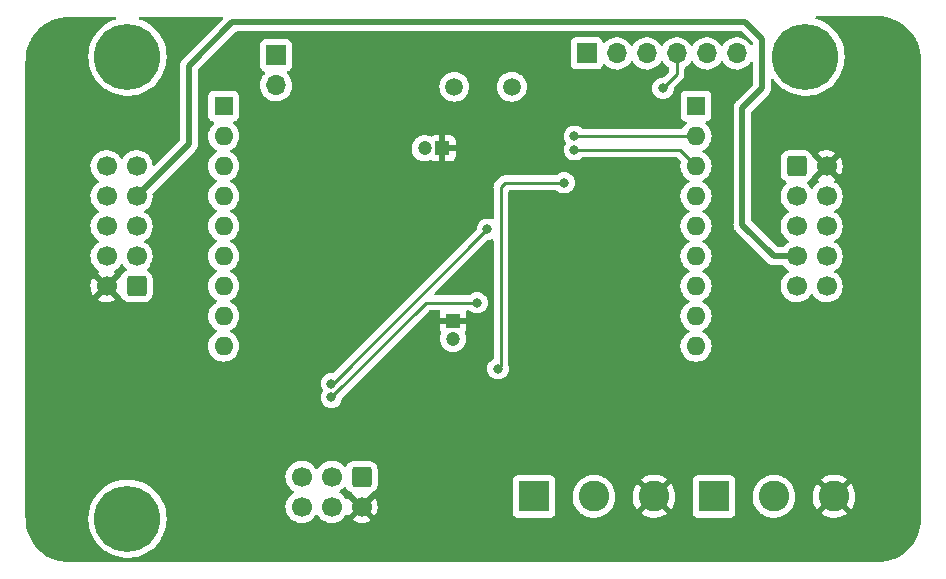
<source format=gbr>
%TF.GenerationSoftware,KiCad,Pcbnew,(6.0.11)*%
%TF.CreationDate,2023-02-12T20:23:43+01:00*%
%TF.ProjectId,ParentsHob2HoodController,50617265-6e74-4734-986f-6232486f6f64,rev?*%
%TF.SameCoordinates,Original*%
%TF.FileFunction,Copper,L2,Bot*%
%TF.FilePolarity,Positive*%
%FSLAX46Y46*%
G04 Gerber Fmt 4.6, Leading zero omitted, Abs format (unit mm)*
G04 Created by KiCad (PCBNEW (6.0.11)) date 2023-02-12 20:23:43*
%MOMM*%
%LPD*%
G01*
G04 APERTURE LIST*
G04 Aperture macros list*
%AMRoundRect*
0 Rectangle with rounded corners*
0 $1 Rounding radius*
0 $2 $3 $4 $5 $6 $7 $8 $9 X,Y pos of 4 corners*
0 Add a 4 corners polygon primitive as box body*
4,1,4,$2,$3,$4,$5,$6,$7,$8,$9,$2,$3,0*
0 Add four circle primitives for the rounded corners*
1,1,$1+$1,$2,$3*
1,1,$1+$1,$4,$5*
1,1,$1+$1,$6,$7*
1,1,$1+$1,$8,$9*
0 Add four rect primitives between the rounded corners*
20,1,$1+$1,$2,$3,$4,$5,0*
20,1,$1+$1,$4,$5,$6,$7,0*
20,1,$1+$1,$6,$7,$8,$9,0*
20,1,$1+$1,$8,$9,$2,$3,0*%
G04 Aperture macros list end*
%TA.AperFunction,ComponentPad*%
%ADD10C,5.600000*%
%TD*%
%TA.AperFunction,ComponentPad*%
%ADD11R,1.700000X1.700000*%
%TD*%
%TA.AperFunction,ComponentPad*%
%ADD12O,1.700000X1.700000*%
%TD*%
%TA.AperFunction,ComponentPad*%
%ADD13R,1.200000X1.200000*%
%TD*%
%TA.AperFunction,ComponentPad*%
%ADD14C,1.200000*%
%TD*%
%TA.AperFunction,ComponentPad*%
%ADD15C,1.500000*%
%TD*%
%TA.AperFunction,ComponentPad*%
%ADD16RoundRect,0.250000X-0.600000X0.600000X-0.600000X-0.600000X0.600000X-0.600000X0.600000X0.600000X0*%
%TD*%
%TA.AperFunction,ComponentPad*%
%ADD17C,1.700000*%
%TD*%
%TA.AperFunction,ComponentPad*%
%ADD18R,1.600000X1.600000*%
%TD*%
%TA.AperFunction,ComponentPad*%
%ADD19O,1.600000X1.600000*%
%TD*%
%TA.AperFunction,ComponentPad*%
%ADD20RoundRect,0.250000X-0.600000X-0.600000X0.600000X-0.600000X0.600000X0.600000X-0.600000X0.600000X0*%
%TD*%
%TA.AperFunction,ComponentPad*%
%ADD21RoundRect,0.250000X0.600000X0.600000X-0.600000X0.600000X-0.600000X-0.600000X0.600000X-0.600000X0*%
%TD*%
%TA.AperFunction,ComponentPad*%
%ADD22R,2.600000X2.600000*%
%TD*%
%TA.AperFunction,ComponentPad*%
%ADD23C,2.600000*%
%TD*%
%TA.AperFunction,ViaPad*%
%ADD24C,0.800000*%
%TD*%
%TA.AperFunction,Conductor*%
%ADD25C,0.500000*%
%TD*%
%TA.AperFunction,Conductor*%
%ADD26C,0.250000*%
%TD*%
G04 APERTURE END LIST*
D10*
%TO.P,H1,1,1*%
%TO.N,unconnected-(H1-Pad1)*%
X89408000Y-22352000D03*
%TD*%
D11*
%TO.P,J6,1,Pin_1*%
%TO.N,Net-(J6-Pad1)*%
X44577000Y-22230000D03*
D12*
%TO.P,J6,2,Pin_2*%
%TO.N,GND*%
X44577000Y-24770000D03*
%TD*%
D13*
%TO.P,C6,1*%
%TO.N,+5V*%
X59563000Y-44743401D03*
D14*
%TO.P,C6,2*%
%TO.N,GND*%
X59563000Y-46243401D03*
%TD*%
D13*
%TO.P,C7,1*%
%TO.N,+5V*%
X58674000Y-30099000D03*
D14*
%TO.P,C7,2*%
%TO.N,GND*%
X57174000Y-30099000D03*
%TD*%
D15*
%TO.P,Y1,1,1*%
%TO.N,Net-(C3-Pad1)*%
X64553000Y-24892000D03*
%TO.P,Y1,2,2*%
%TO.N,Net-(C4-Pad2)*%
X59673000Y-24892000D03*
%TD*%
D16*
%TO.P,J1,1,Pin_1*%
%TO.N,MISO*%
X51821000Y-57921500D03*
D17*
%TO.P,J1,2,Pin_2*%
%TO.N,+5V*%
X51821000Y-60461500D03*
%TO.P,J1,3,Pin_3*%
%TO.N,SCK*%
X49281000Y-57921500D03*
%TO.P,J1,4,Pin_4*%
%TO.N,MOSI*%
X49281000Y-60461500D03*
%TO.P,J1,5,Pin_5*%
%TO.N,RESET*%
X46741000Y-57921500D03*
%TO.P,J1,6,Pin_6*%
%TO.N,GND*%
X46741000Y-60461500D03*
%TD*%
D18*
%TO.P,RN1,1,common*%
%TO.N,GND*%
X80137000Y-26528000D03*
D19*
%TO.P,RN1,2,R1*%
%TO.N,RL_4*%
X80137000Y-29068000D03*
%TO.P,RN1,3,R2*%
%TO.N,RL_3*%
X80137000Y-31608000D03*
%TO.P,RN1,4,R3*%
%TO.N,RL_6*%
X80137000Y-34148000D03*
%TO.P,RN1,5,R4*%
%TO.N,RL_5*%
X80137000Y-36688000D03*
%TO.P,RN1,6,R5*%
%TO.N,unconnected-(RN1-Pad6)*%
X80137000Y-39228000D03*
%TO.P,RN1,7,R6*%
%TO.N,RL_8*%
X80137000Y-41768000D03*
%TO.P,RN1,8,R7*%
%TO.N,unconnected-(RN1-Pad8)*%
X80137000Y-44308000D03*
%TO.P,RN1,9,R8*%
%TO.N,unconnected-(RN1-Pad9)*%
X80137000Y-46848000D03*
%TD*%
D10*
%TO.P,H3,1,1*%
%TO.N,unconnected-(H3-Pad1)*%
X32004000Y-61468000D03*
%TD*%
D20*
%TO.P,J3,1,Pin_1*%
%TO.N,GND*%
X88655500Y-31623000D03*
D17*
%TO.P,J3,2,Pin_2*%
%TO.N,+5V*%
X91195500Y-31623000D03*
%TO.P,J3,3,Pin_3*%
%TO.N,RL_3*%
X88655500Y-34163000D03*
%TO.P,J3,4,Pin_4*%
%TO.N,RL_4*%
X91195500Y-34163000D03*
%TO.P,J3,5,Pin_5*%
%TO.N,RL_5*%
X88655500Y-36703000D03*
%TO.P,J3,6,Pin_6*%
%TO.N,RL_6*%
X91195500Y-36703000D03*
%TO.P,J3,7,Pin_7*%
%TO.N,SPECIAL_7*%
X88655500Y-39243000D03*
%TO.P,J3,8,Pin_8*%
%TO.N,RL_8*%
X91195500Y-39243000D03*
%TO.P,J3,9,Pin_9*%
%TO.N,GND*%
X88655500Y-41783000D03*
%TO.P,J3,10,Pin_10*%
X91195500Y-41783000D03*
%TD*%
D10*
%TO.P,H2,1,1*%
%TO.N,unconnected-(H2-Pad1)*%
X32004000Y-22352000D03*
%TD*%
D21*
%TO.P,J2,1,Pin_1*%
%TO.N,GND*%
X32771500Y-41783000D03*
D17*
%TO.P,J2,2,Pin_2*%
%TO.N,+5V*%
X30231500Y-41783000D03*
%TO.P,J2,3,Pin_3*%
%TO.N,CL_3*%
X32771500Y-39243000D03*
%TO.P,J2,4,Pin_4*%
%TO.N,CL_4*%
X30231500Y-39243000D03*
%TO.P,J2,5,Pin_5*%
%TO.N,CL_5*%
X32771500Y-36703000D03*
%TO.P,J2,6,Pin_6*%
%TO.N,CL_6*%
X30231500Y-36703000D03*
%TO.P,J2,7,Pin_7*%
%TO.N,SPECIAL_7*%
X32771500Y-34163000D03*
%TO.P,J2,8,Pin_8*%
%TO.N,CL_8*%
X30231500Y-34163000D03*
%TO.P,J2,9,Pin_9*%
%TO.N,GND*%
X32771500Y-31623000D03*
%TO.P,J2,10,Pin_10*%
X30231500Y-31623000D03*
%TD*%
D22*
%TO.P,J5,1,Pin_1*%
%TO.N,Net-(J5-Pad1)*%
X81661000Y-59563000D03*
D23*
%TO.P,J5,2,Pin_2*%
%TO.N,unconnected-(J5-Pad2)*%
X86741000Y-59563000D03*
%TO.P,J5,3,Pin_3*%
%TO.N,+5V*%
X91821000Y-59563000D03*
%TD*%
D18*
%TO.P,RN2,1,common*%
%TO.N,GND*%
X40147000Y-26528000D03*
D19*
%TO.P,RN2,2,R1*%
%TO.N,CL_8*%
X40147000Y-29068000D03*
%TO.P,RN2,3,R2*%
%TO.N,unconnected-(RN2-Pad3)*%
X40147000Y-31608000D03*
%TO.P,RN2,4,R3*%
%TO.N,CL_6*%
X40147000Y-34148000D03*
%TO.P,RN2,5,R4*%
%TO.N,CL_5*%
X40147000Y-36688000D03*
%TO.P,RN2,6,R5*%
%TO.N,CL_3*%
X40147000Y-39228000D03*
%TO.P,RN2,7,R6*%
%TO.N,CL_4*%
X40147000Y-41768000D03*
%TO.P,RN2,8,R7*%
%TO.N,unconnected-(RN2-Pad8)*%
X40147000Y-44308000D03*
%TO.P,RN2,9,R8*%
%TO.N,unconnected-(RN2-Pad9)*%
X40147000Y-46848000D03*
%TD*%
D11*
%TO.P,J7,1,Pin_1*%
%TO.N,GND*%
X70891000Y-22073000D03*
D12*
%TO.P,J7,2,Pin_2*%
%TO.N,unconnected-(J7-Pad2)*%
X73431000Y-22073000D03*
%TO.P,J7,3,Pin_3*%
%TO.N,unconnected-(J7-Pad3)*%
X75971000Y-22073000D03*
%TO.P,J7,4,Pin_4*%
%TO.N,RXD*%
X78511000Y-22073000D03*
%TO.P,J7,5,Pin_5*%
%TO.N,TXD*%
X81051000Y-22073000D03*
%TO.P,J7,6,Pin_6*%
%TO.N,unconnected-(J7-Pad6)*%
X83591000Y-22073000D03*
%TD*%
D22*
%TO.P,J4,1,Pin_1*%
%TO.N,GND*%
X66421000Y-59563000D03*
D23*
%TO.P,J4,2,Pin_2*%
%TO.N,IR_RECV*%
X71501000Y-59563000D03*
%TO.P,J4,3,Pin_3*%
%TO.N,+5V*%
X76581000Y-59563000D03*
%TD*%
D24*
%TO.N,+5V*%
X31623000Y-57277000D03*
X52578000Y-22098000D03*
X63627000Y-28575000D03*
%TO.N,SCK*%
X49276000Y-51181000D03*
X61595000Y-43180000D03*
%TO.N,RESET*%
X49276000Y-50038000D03*
X62484000Y-36957000D03*
%TO.N,IR_RECV*%
X68961000Y-33020000D03*
X63373000Y-48768000D03*
%TO.N,RL_4*%
X69850000Y-29083000D03*
%TO.N,RL_3*%
X69850000Y-30226000D03*
%TO.N,RXD*%
X77343000Y-25019000D03*
%TD*%
D25*
%TO.N,+5V*%
X62103000Y-30099000D02*
X63627000Y-28575000D01*
X58674000Y-30099000D02*
X62103000Y-30099000D01*
D26*
%TO.N,SCK*%
X49276000Y-51181000D02*
X57277000Y-43180000D01*
X57277000Y-43180000D02*
X61595000Y-43180000D01*
%TO.N,RESET*%
X62484000Y-36957000D02*
X49403000Y-50038000D01*
X49403000Y-50038000D02*
X49276000Y-50038000D01*
%TO.N,IR_RECV*%
X68961000Y-33020000D02*
X64008000Y-33020000D01*
X63627000Y-33401000D02*
X63627000Y-48514000D01*
X63627000Y-48514000D02*
X63373000Y-48768000D01*
X64008000Y-33020000D02*
X63627000Y-33401000D01*
%TO.N,RL_4*%
X69865000Y-29068000D02*
X80137000Y-29068000D01*
X69850000Y-29083000D02*
X69865000Y-29068000D01*
%TO.N,RL_3*%
X69850000Y-30226000D02*
X78755000Y-30226000D01*
X78755000Y-30226000D02*
X80137000Y-31608000D01*
%TO.N,RXD*%
X77343000Y-25019000D02*
X78511000Y-23851000D01*
X78511000Y-23851000D02*
X78511000Y-22073000D01*
D25*
%TO.N,SPECIAL_7*%
X84328000Y-19431000D02*
X85725000Y-20828000D01*
X37211000Y-29723500D02*
X37211000Y-23114000D01*
X85725000Y-20828000D02*
X85725000Y-25019000D01*
X86741000Y-39243000D02*
X88655500Y-39243000D01*
X32771500Y-34163000D02*
X37211000Y-29723500D01*
X84074000Y-36576000D02*
X86741000Y-39243000D01*
X85725000Y-25019000D02*
X84074000Y-26670000D01*
X40894000Y-19431000D02*
X84328000Y-19431000D01*
X37211000Y-23114000D02*
X40894000Y-19431000D01*
X84074000Y-26670000D02*
X84074000Y-36576000D01*
%TD*%
%TA.AperFunction,Conductor*%
%TO.N,+5V*%
G36*
X95474213Y-18925030D02*
G01*
X95477221Y-18925498D01*
X95488853Y-18927310D01*
X95488856Y-18927310D01*
X95497724Y-18928691D01*
X95517079Y-18926160D01*
X95539594Y-18925248D01*
X95858772Y-18940929D01*
X95871066Y-18942139D01*
X96216296Y-18993350D01*
X96228418Y-18995760D01*
X96251212Y-19001470D01*
X96566967Y-19080563D01*
X96578799Y-19084152D01*
X96907404Y-19201729D01*
X96918828Y-19206461D01*
X97234324Y-19355679D01*
X97245225Y-19361506D01*
X97353625Y-19426478D01*
X97544581Y-19540933D01*
X97554862Y-19547803D01*
X97835181Y-19755702D01*
X97844739Y-19763546D01*
X98103334Y-19997922D01*
X98112078Y-20006666D01*
X98346454Y-20265261D01*
X98354298Y-20274819D01*
X98562197Y-20555138D01*
X98569067Y-20565419D01*
X98594530Y-20607901D01*
X98742251Y-20854358D01*
X98748492Y-20864771D01*
X98754319Y-20875672D01*
X98795246Y-20962205D01*
X98903539Y-21191172D01*
X98908271Y-21202596D01*
X99025848Y-21531201D01*
X99029437Y-21543033D01*
X99114239Y-21881579D01*
X99116650Y-21893704D01*
X99143247Y-22073000D01*
X99167860Y-22238929D01*
X99169071Y-22251228D01*
X99184294Y-22561073D01*
X99184390Y-22563034D01*
X99183042Y-22588598D01*
X99181309Y-22599724D01*
X99184840Y-22626727D01*
X99185436Y-22631283D01*
X99186500Y-22647621D01*
X99186500Y-61418633D01*
X99185000Y-61438018D01*
X99182690Y-61452851D01*
X99182690Y-61452855D01*
X99181309Y-61461724D01*
X99183840Y-61481079D01*
X99184752Y-61503594D01*
X99169653Y-61810945D01*
X99169072Y-61822766D01*
X99167861Y-61835066D01*
X99117958Y-62171484D01*
X99116651Y-62180293D01*
X99114239Y-62192421D01*
X99029437Y-62530967D01*
X99025848Y-62542799D01*
X98908271Y-62871404D01*
X98903539Y-62882828D01*
X98754321Y-63198324D01*
X98748492Y-63209229D01*
X98569067Y-63508581D01*
X98562197Y-63518862D01*
X98354298Y-63799181D01*
X98346454Y-63808739D01*
X98112078Y-64067334D01*
X98103334Y-64076078D01*
X97844739Y-64310454D01*
X97835181Y-64318298D01*
X97554862Y-64526197D01*
X97544581Y-64533067D01*
X97511455Y-64552922D01*
X97325501Y-64664379D01*
X97245229Y-64712492D01*
X97234328Y-64718319D01*
X97114186Y-64775142D01*
X96918828Y-64867539D01*
X96907404Y-64872271D01*
X96578799Y-64989848D01*
X96566967Y-64993437D01*
X96326293Y-65053723D01*
X96228418Y-65078240D01*
X96216296Y-65080650D01*
X95871066Y-65131861D01*
X95858772Y-65133071D01*
X95546962Y-65148390D01*
X95521402Y-65147042D01*
X95510276Y-65145309D01*
X95478714Y-65149436D01*
X95462379Y-65150500D01*
X27100367Y-65150500D01*
X27080982Y-65149000D01*
X27066149Y-65146690D01*
X27066145Y-65146690D01*
X27057276Y-65145309D01*
X27037921Y-65147840D01*
X27015406Y-65148752D01*
X26696228Y-65133071D01*
X26683934Y-65131861D01*
X26338704Y-65080650D01*
X26326582Y-65078240D01*
X26228707Y-65053723D01*
X25988033Y-64993437D01*
X25976201Y-64989848D01*
X25647596Y-64872271D01*
X25636172Y-64867539D01*
X25440814Y-64775142D01*
X25320672Y-64718319D01*
X25309771Y-64712492D01*
X25229500Y-64664379D01*
X25043545Y-64552922D01*
X25010419Y-64533067D01*
X25000138Y-64526197D01*
X24719819Y-64318298D01*
X24710261Y-64310454D01*
X24451666Y-64076078D01*
X24442922Y-64067334D01*
X24208546Y-63808739D01*
X24200702Y-63799181D01*
X23992803Y-63518862D01*
X23985933Y-63508581D01*
X23806508Y-63209229D01*
X23800679Y-63198324D01*
X23651461Y-62882828D01*
X23646729Y-62871404D01*
X23529152Y-62542799D01*
X23525563Y-62530967D01*
X23440761Y-62192421D01*
X23438349Y-62180293D01*
X23437042Y-62171484D01*
X23387139Y-61835066D01*
X23385928Y-61822765D01*
X23385348Y-61810945D01*
X23374750Y-61595223D01*
X23370794Y-61514698D01*
X23372388Y-61487613D01*
X23372768Y-61485356D01*
X23372768Y-61485351D01*
X23373576Y-61480552D01*
X23373729Y-61468000D01*
X23372073Y-61456434D01*
X28690661Y-61456434D01*
X28690833Y-61459829D01*
X28690833Y-61459830D01*
X28702536Y-61690838D01*
X28708792Y-61814340D01*
X28709329Y-61817695D01*
X28709330Y-61817701D01*
X28714316Y-61848828D01*
X28765470Y-62168195D01*
X28860033Y-62513859D01*
X28991374Y-62847288D01*
X29157957Y-63164582D01*
X29159858Y-63167411D01*
X29159864Y-63167421D01*
X29343569Y-63440800D01*
X29357834Y-63462029D01*
X29588665Y-63736150D01*
X29847751Y-63983738D01*
X30132061Y-64201897D01*
X30164056Y-64221350D01*
X30435355Y-64386303D01*
X30435360Y-64386306D01*
X30438270Y-64388075D01*
X30441358Y-64389521D01*
X30441357Y-64389521D01*
X30759710Y-64538649D01*
X30759720Y-64538653D01*
X30762794Y-64540093D01*
X30766012Y-64541195D01*
X30766015Y-64541196D01*
X31098615Y-64655071D01*
X31098623Y-64655073D01*
X31101838Y-64656174D01*
X31451435Y-64734959D01*
X31503728Y-64740917D01*
X31804114Y-64775142D01*
X31804122Y-64775142D01*
X31807497Y-64775527D01*
X31810901Y-64775545D01*
X31810904Y-64775545D01*
X32005227Y-64776562D01*
X32165857Y-64777403D01*
X32169243Y-64777053D01*
X32169245Y-64777053D01*
X32518932Y-64740917D01*
X32518941Y-64740916D01*
X32522324Y-64740566D01*
X32525657Y-64739852D01*
X32525660Y-64739851D01*
X32698186Y-64702864D01*
X32872727Y-64665446D01*
X33212968Y-64552922D01*
X33539066Y-64404311D01*
X33697139Y-64310454D01*
X33844262Y-64223099D01*
X33844267Y-64223096D01*
X33847207Y-64221350D01*
X34133786Y-64006180D01*
X34395451Y-63761319D01*
X34629140Y-63489630D01*
X34735750Y-63334512D01*
X34830190Y-63197101D01*
X34830195Y-63197094D01*
X34832120Y-63194292D01*
X34833732Y-63191298D01*
X34833737Y-63191290D01*
X34957894Y-62960705D01*
X35002017Y-62878760D01*
X35136842Y-62546724D01*
X35147142Y-62510568D01*
X35211443Y-62284837D01*
X35235020Y-62202070D01*
X35295401Y-61848828D01*
X35296243Y-61835071D01*
X35316389Y-61505671D01*
X35317278Y-61491131D01*
X35317359Y-61468000D01*
X35297979Y-61110159D01*
X35240066Y-60756505D01*
X35149018Y-60428195D01*
X45378251Y-60428195D01*
X45378548Y-60433348D01*
X45378548Y-60433351D01*
X45384765Y-60541175D01*
X45391110Y-60651215D01*
X45392247Y-60656261D01*
X45392248Y-60656267D01*
X45412294Y-60745213D01*
X45440222Y-60869139D01*
X45524266Y-61076116D01*
X45574861Y-61158680D01*
X45638291Y-61262188D01*
X45640987Y-61266588D01*
X45787250Y-61435438D01*
X45959126Y-61578132D01*
X46152000Y-61690838D01*
X46360692Y-61770530D01*
X46365760Y-61771561D01*
X46365763Y-61771562D01*
X46470604Y-61792892D01*
X46579597Y-61815067D01*
X46584772Y-61815257D01*
X46584774Y-61815257D01*
X46797673Y-61823064D01*
X46797677Y-61823064D01*
X46802837Y-61823253D01*
X46807957Y-61822597D01*
X46807959Y-61822597D01*
X47019288Y-61795525D01*
X47019289Y-61795525D01*
X47024416Y-61794868D01*
X47029366Y-61793383D01*
X47233429Y-61732161D01*
X47233434Y-61732159D01*
X47238384Y-61730674D01*
X47438994Y-61632396D01*
X47620860Y-61502673D01*
X47631276Y-61492294D01*
X47758415Y-61365598D01*
X47779096Y-61344989D01*
X47799376Y-61316767D01*
X47909453Y-61163577D01*
X47910776Y-61164528D01*
X47957645Y-61121357D01*
X48027580Y-61109125D01*
X48093026Y-61136644D01*
X48120875Y-61168494D01*
X48180987Y-61266588D01*
X48327250Y-61435438D01*
X48499126Y-61578132D01*
X48692000Y-61690838D01*
X48900692Y-61770530D01*
X48905760Y-61771561D01*
X48905763Y-61771562D01*
X49010604Y-61792892D01*
X49119597Y-61815067D01*
X49124772Y-61815257D01*
X49124774Y-61815257D01*
X49337673Y-61823064D01*
X49337677Y-61823064D01*
X49342837Y-61823253D01*
X49347957Y-61822597D01*
X49347959Y-61822597D01*
X49559288Y-61795525D01*
X49559289Y-61795525D01*
X49564416Y-61794868D01*
X49569366Y-61793383D01*
X49773429Y-61732161D01*
X49773434Y-61732159D01*
X49778384Y-61730674D01*
X49978994Y-61632396D01*
X50043544Y-61586353D01*
X51060977Y-61586353D01*
X51066258Y-61593407D01*
X51227756Y-61687779D01*
X51237042Y-61692229D01*
X51436001Y-61768203D01*
X51445899Y-61771079D01*
X51654595Y-61813538D01*
X51664823Y-61814757D01*
X51877650Y-61822562D01*
X51887936Y-61822095D01*
X52099185Y-61795034D01*
X52109262Y-61792892D01*
X52313255Y-61731691D01*
X52322842Y-61727933D01*
X52514098Y-61634238D01*
X52522944Y-61628965D01*
X52570247Y-61595223D01*
X52578648Y-61584523D01*
X52571660Y-61571370D01*
X51833812Y-60833522D01*
X51819868Y-60825908D01*
X51818035Y-60826039D01*
X51811420Y-60830290D01*
X51067737Y-61573973D01*
X51060977Y-61586353D01*
X50043544Y-61586353D01*
X50160860Y-61502673D01*
X50171276Y-61492294D01*
X50298415Y-61365598D01*
X50319096Y-61344989D01*
X50339376Y-61316767D01*
X50449453Y-61163577D01*
X50450640Y-61164430D01*
X50497960Y-61120862D01*
X50567897Y-61108645D01*
X50633338Y-61136178D01*
X50661166Y-61168012D01*
X50687459Y-61210919D01*
X50697916Y-61220380D01*
X50706694Y-61216596D01*
X51448978Y-60474312D01*
X51455356Y-60462632D01*
X52185408Y-60462632D01*
X52185539Y-60464465D01*
X52189790Y-60471080D01*
X52931474Y-61212764D01*
X52943484Y-61219323D01*
X52955223Y-61210355D01*
X52986004Y-61167519D01*
X52991315Y-61158680D01*
X53085670Y-60967767D01*
X53089469Y-60958172D01*
X53103760Y-60911134D01*
X64612500Y-60911134D01*
X64619255Y-60973316D01*
X64670385Y-61109705D01*
X64757739Y-61226261D01*
X64874295Y-61313615D01*
X65010684Y-61364745D01*
X65072866Y-61371500D01*
X67769134Y-61371500D01*
X67831316Y-61364745D01*
X67967705Y-61313615D01*
X68084261Y-61226261D01*
X68171615Y-61109705D01*
X68222745Y-60973316D01*
X68229500Y-60911134D01*
X68229500Y-59515526D01*
X69688050Y-59515526D01*
X69688274Y-59520192D01*
X69688274Y-59520197D01*
X69693538Y-59629777D01*
X69700947Y-59784019D01*
X69753388Y-60047656D01*
X69844220Y-60300646D01*
X69971450Y-60537431D01*
X69974241Y-60541168D01*
X69974245Y-60541175D01*
X70050405Y-60643165D01*
X70132281Y-60752810D01*
X70135590Y-60756090D01*
X70135595Y-60756096D01*
X70319863Y-60938762D01*
X70323180Y-60942050D01*
X70326942Y-60944808D01*
X70326945Y-60944811D01*
X70438737Y-61026780D01*
X70539954Y-61100995D01*
X70544089Y-61103171D01*
X70544093Y-61103173D01*
X70773698Y-61223975D01*
X70777840Y-61226154D01*
X71031613Y-61314775D01*
X71036206Y-61315647D01*
X71291109Y-61364042D01*
X71291112Y-61364042D01*
X71295698Y-61364913D01*
X71423370Y-61369929D01*
X71559625Y-61375283D01*
X71559630Y-61375283D01*
X71564293Y-61375466D01*
X71668607Y-61364042D01*
X71826844Y-61346713D01*
X71826850Y-61346712D01*
X71831497Y-61346203D01*
X71836108Y-61344989D01*
X72086918Y-61278956D01*
X72086920Y-61278955D01*
X72091441Y-61277765D01*
X72127695Y-61262189D01*
X72334120Y-61173502D01*
X72334122Y-61173501D01*
X72338414Y-61171657D01*
X72449775Y-61102745D01*
X72563017Y-61032669D01*
X72563021Y-61032666D01*
X72566990Y-61030210D01*
X72593337Y-61007906D01*
X75500839Y-61007906D01*
X75509553Y-61019427D01*
X75616452Y-61097809D01*
X75624351Y-61102745D01*
X75853905Y-61223519D01*
X75862454Y-61227236D01*
X76107327Y-61312749D01*
X76116336Y-61315163D01*
X76371166Y-61363544D01*
X76380423Y-61364598D01*
X76639607Y-61374783D01*
X76648921Y-61374457D01*
X76906753Y-61346220D01*
X76915930Y-61344519D01*
X77166758Y-61278481D01*
X77175574Y-61275445D01*
X77413880Y-61173062D01*
X77422167Y-61168748D01*
X77642718Y-61032266D01*
X77650268Y-61026780D01*
X77655559Y-61022301D01*
X77663997Y-61009497D01*
X77657935Y-60999145D01*
X77569924Y-60911134D01*
X79852500Y-60911134D01*
X79859255Y-60973316D01*
X79910385Y-61109705D01*
X79997739Y-61226261D01*
X80114295Y-61313615D01*
X80250684Y-61364745D01*
X80312866Y-61371500D01*
X83009134Y-61371500D01*
X83071316Y-61364745D01*
X83207705Y-61313615D01*
X83324261Y-61226261D01*
X83411615Y-61109705D01*
X83462745Y-60973316D01*
X83469500Y-60911134D01*
X83469500Y-59515526D01*
X84928050Y-59515526D01*
X84928274Y-59520192D01*
X84928274Y-59520197D01*
X84933538Y-59629777D01*
X84940947Y-59784019D01*
X84993388Y-60047656D01*
X85084220Y-60300646D01*
X85211450Y-60537431D01*
X85214241Y-60541168D01*
X85214245Y-60541175D01*
X85290405Y-60643165D01*
X85372281Y-60752810D01*
X85375590Y-60756090D01*
X85375595Y-60756096D01*
X85559863Y-60938762D01*
X85563180Y-60942050D01*
X85566942Y-60944808D01*
X85566945Y-60944811D01*
X85678737Y-61026780D01*
X85779954Y-61100995D01*
X85784089Y-61103171D01*
X85784093Y-61103173D01*
X86013698Y-61223975D01*
X86017840Y-61226154D01*
X86271613Y-61314775D01*
X86276206Y-61315647D01*
X86531109Y-61364042D01*
X86531112Y-61364042D01*
X86535698Y-61364913D01*
X86663370Y-61369929D01*
X86799625Y-61375283D01*
X86799630Y-61375283D01*
X86804293Y-61375466D01*
X86908607Y-61364042D01*
X87066844Y-61346713D01*
X87066850Y-61346712D01*
X87071497Y-61346203D01*
X87076108Y-61344989D01*
X87326918Y-61278956D01*
X87326920Y-61278955D01*
X87331441Y-61277765D01*
X87367695Y-61262189D01*
X87574120Y-61173502D01*
X87574122Y-61173501D01*
X87578414Y-61171657D01*
X87689775Y-61102745D01*
X87803017Y-61032669D01*
X87803021Y-61032666D01*
X87806990Y-61030210D01*
X87833337Y-61007906D01*
X90740839Y-61007906D01*
X90749553Y-61019427D01*
X90856452Y-61097809D01*
X90864351Y-61102745D01*
X91093905Y-61223519D01*
X91102454Y-61227236D01*
X91347327Y-61312749D01*
X91356336Y-61315163D01*
X91611166Y-61363544D01*
X91620423Y-61364598D01*
X91879607Y-61374783D01*
X91888921Y-61374457D01*
X92146753Y-61346220D01*
X92155930Y-61344519D01*
X92406758Y-61278481D01*
X92415574Y-61275445D01*
X92653880Y-61173062D01*
X92662167Y-61168748D01*
X92882718Y-61032266D01*
X92890268Y-61026780D01*
X92895559Y-61022301D01*
X92903997Y-61009497D01*
X92897935Y-60999145D01*
X91833812Y-59935022D01*
X91819868Y-59927408D01*
X91818035Y-59927539D01*
X91811420Y-59931790D01*
X90747497Y-60995713D01*
X90740839Y-61007906D01*
X87833337Y-61007906D01*
X88012149Y-60856530D01*
X88189382Y-60654434D01*
X88196631Y-60643165D01*
X88332269Y-60432291D01*
X88334797Y-60428361D01*
X88445199Y-60183278D01*
X88470742Y-60092710D01*
X88516893Y-59929072D01*
X88516894Y-59929069D01*
X88518163Y-59924568D01*
X88536168Y-59783038D01*
X88551688Y-59661045D01*
X88551688Y-59661041D01*
X88552086Y-59657915D01*
X88552170Y-59654733D01*
X88553605Y-59599901D01*
X88554571Y-59563000D01*
X88551391Y-59520211D01*
X90008775Y-59520211D01*
X90021220Y-59779288D01*
X90022356Y-59788543D01*
X90072961Y-60042945D01*
X90075449Y-60051917D01*
X90163095Y-60296033D01*
X90166895Y-60304568D01*
X90289658Y-60533042D01*
X90294666Y-60540904D01*
X90364720Y-60634716D01*
X90375979Y-60643165D01*
X90388397Y-60636393D01*
X91448978Y-59575812D01*
X91455356Y-59564132D01*
X92185408Y-59564132D01*
X92185539Y-59565965D01*
X92189790Y-59572580D01*
X93257094Y-60639884D01*
X93269474Y-60646644D01*
X93277815Y-60640400D01*
X93411832Y-60432048D01*
X93416275Y-60423864D01*
X93522807Y-60187370D01*
X93525997Y-60178605D01*
X93596402Y-59928972D01*
X93598262Y-59919830D01*
X93631187Y-59661019D01*
X93631668Y-59654733D01*
X93633987Y-59566160D01*
X93633836Y-59559851D01*
X93614501Y-59299663D01*
X93613125Y-59290457D01*
X93555878Y-59037467D01*
X93553154Y-59028556D01*
X93459143Y-58786806D01*
X93455132Y-58778397D01*
X93326422Y-58553202D01*
X93321211Y-58545476D01*
X93277996Y-58490658D01*
X93266071Y-58482187D01*
X93254537Y-58488673D01*
X92193022Y-59550188D01*
X92185408Y-59564132D01*
X91455356Y-59564132D01*
X91456592Y-59561868D01*
X91456461Y-59560035D01*
X91452210Y-59553420D01*
X90386816Y-58488026D01*
X90373507Y-58480758D01*
X90363472Y-58487878D01*
X90347937Y-58506556D01*
X90342531Y-58514135D01*
X90207965Y-58735891D01*
X90203736Y-58744192D01*
X90103432Y-58983389D01*
X90100471Y-58992239D01*
X90036628Y-59243625D01*
X90035006Y-59252822D01*
X90009020Y-59510885D01*
X90008775Y-59520211D01*
X88551391Y-59520211D01*
X88534650Y-59294937D01*
X88533619Y-59290379D01*
X88476361Y-59037331D01*
X88476360Y-59037326D01*
X88475327Y-59032763D01*
X88377902Y-58782238D01*
X88244518Y-58548864D01*
X88238353Y-58541043D01*
X88178416Y-58465014D01*
X88078105Y-58337769D01*
X87882317Y-58153591D01*
X87827682Y-58115689D01*
X90738102Y-58115689D01*
X90742675Y-58125465D01*
X91808188Y-59190978D01*
X91822132Y-59198592D01*
X91823965Y-59198461D01*
X91830580Y-59194210D01*
X92895349Y-58129441D01*
X92901733Y-58117751D01*
X92892321Y-58105641D01*
X92745045Y-58003471D01*
X92737010Y-57998738D01*
X92504376Y-57884016D01*
X92495743Y-57880528D01*
X92248703Y-57801450D01*
X92239643Y-57799274D01*
X91983630Y-57757580D01*
X91974343Y-57756768D01*
X91714992Y-57753373D01*
X91705681Y-57753943D01*
X91448682Y-57788919D01*
X91439546Y-57790860D01*
X91190543Y-57863439D01*
X91181800Y-57866707D01*
X90946252Y-57975296D01*
X90938097Y-57979816D01*
X90747240Y-58104947D01*
X90738102Y-58115689D01*
X87827682Y-58115689D01*
X87684407Y-58016295D01*
X87665299Y-58003039D01*
X87665296Y-58003037D01*
X87661457Y-58000374D01*
X87619770Y-57979816D01*
X87424564Y-57883551D01*
X87424561Y-57883550D01*
X87420376Y-57881486D01*
X87374207Y-57866707D01*
X87194657Y-57809233D01*
X87164370Y-57799538D01*
X87159763Y-57798788D01*
X87159760Y-57798787D01*
X86946337Y-57764029D01*
X86899063Y-57756330D01*
X86768719Y-57754624D01*
X86634961Y-57752873D01*
X86634958Y-57752873D01*
X86630284Y-57752812D01*
X86363937Y-57789060D01*
X86359451Y-57790368D01*
X86359449Y-57790368D01*
X86294726Y-57809233D01*
X86105874Y-57864278D01*
X85861763Y-57976815D01*
X85857854Y-57979378D01*
X85640881Y-58121631D01*
X85640876Y-58121635D01*
X85636968Y-58124197D01*
X85596653Y-58160180D01*
X85466107Y-58276697D01*
X85436426Y-58303188D01*
X85264544Y-58509854D01*
X85262121Y-58513847D01*
X85136356Y-58721101D01*
X85125096Y-58739656D01*
X85123287Y-58743970D01*
X85123285Y-58743974D01*
X85096531Y-58807775D01*
X85021148Y-58987545D01*
X84954981Y-59248077D01*
X84928050Y-59515526D01*
X83469500Y-59515526D01*
X83469500Y-58214866D01*
X83462745Y-58152684D01*
X83411615Y-58016295D01*
X83324261Y-57899739D01*
X83207705Y-57812385D01*
X83071316Y-57761255D01*
X83009134Y-57754500D01*
X80312866Y-57754500D01*
X80250684Y-57761255D01*
X80114295Y-57812385D01*
X79997739Y-57899739D01*
X79910385Y-58016295D01*
X79859255Y-58152684D01*
X79852500Y-58214866D01*
X79852500Y-60911134D01*
X77569924Y-60911134D01*
X76593812Y-59935022D01*
X76579868Y-59927408D01*
X76578035Y-59927539D01*
X76571420Y-59931790D01*
X75507497Y-60995713D01*
X75500839Y-61007906D01*
X72593337Y-61007906D01*
X72772149Y-60856530D01*
X72949382Y-60654434D01*
X72956631Y-60643165D01*
X73092269Y-60432291D01*
X73094797Y-60428361D01*
X73205199Y-60183278D01*
X73230742Y-60092710D01*
X73276893Y-59929072D01*
X73276894Y-59929069D01*
X73278163Y-59924568D01*
X73296168Y-59783038D01*
X73311688Y-59661045D01*
X73311688Y-59661041D01*
X73312086Y-59657915D01*
X73312170Y-59654733D01*
X73313605Y-59599901D01*
X73314571Y-59563000D01*
X73311391Y-59520211D01*
X74768775Y-59520211D01*
X74781220Y-59779288D01*
X74782356Y-59788543D01*
X74832961Y-60042945D01*
X74835449Y-60051917D01*
X74923095Y-60296033D01*
X74926895Y-60304568D01*
X75049658Y-60533042D01*
X75054666Y-60540904D01*
X75124720Y-60634716D01*
X75135979Y-60643165D01*
X75148397Y-60636393D01*
X76208978Y-59575812D01*
X76215356Y-59564132D01*
X76945408Y-59564132D01*
X76945539Y-59565965D01*
X76949790Y-59572580D01*
X78017094Y-60639884D01*
X78029474Y-60646644D01*
X78037815Y-60640400D01*
X78171832Y-60432048D01*
X78176275Y-60423864D01*
X78282807Y-60187370D01*
X78285997Y-60178605D01*
X78356402Y-59928972D01*
X78358262Y-59919830D01*
X78391187Y-59661019D01*
X78391668Y-59654733D01*
X78393987Y-59566160D01*
X78393836Y-59559851D01*
X78374501Y-59299663D01*
X78373125Y-59290457D01*
X78315878Y-59037467D01*
X78313154Y-59028556D01*
X78219143Y-58786806D01*
X78215132Y-58778397D01*
X78086422Y-58553202D01*
X78081211Y-58545476D01*
X78037996Y-58490658D01*
X78026071Y-58482187D01*
X78014537Y-58488673D01*
X76953022Y-59550188D01*
X76945408Y-59564132D01*
X76215356Y-59564132D01*
X76216592Y-59561868D01*
X76216461Y-59560035D01*
X76212210Y-59553420D01*
X75146816Y-58488026D01*
X75133507Y-58480758D01*
X75123472Y-58487878D01*
X75107937Y-58506556D01*
X75102531Y-58514135D01*
X74967965Y-58735891D01*
X74963736Y-58744192D01*
X74863432Y-58983389D01*
X74860471Y-58992239D01*
X74796628Y-59243625D01*
X74795006Y-59252822D01*
X74769020Y-59510885D01*
X74768775Y-59520211D01*
X73311391Y-59520211D01*
X73294650Y-59294937D01*
X73293619Y-59290379D01*
X73236361Y-59037331D01*
X73236360Y-59037326D01*
X73235327Y-59032763D01*
X73137902Y-58782238D01*
X73004518Y-58548864D01*
X72998353Y-58541043D01*
X72938416Y-58465014D01*
X72838105Y-58337769D01*
X72642317Y-58153591D01*
X72587682Y-58115689D01*
X75498102Y-58115689D01*
X75502675Y-58125465D01*
X76568188Y-59190978D01*
X76582132Y-59198592D01*
X76583965Y-59198461D01*
X76590580Y-59194210D01*
X77655349Y-58129441D01*
X77661733Y-58117751D01*
X77652321Y-58105641D01*
X77505045Y-58003471D01*
X77497010Y-57998738D01*
X77264376Y-57884016D01*
X77255743Y-57880528D01*
X77008703Y-57801450D01*
X76999643Y-57799274D01*
X76743630Y-57757580D01*
X76734343Y-57756768D01*
X76474992Y-57753373D01*
X76465681Y-57753943D01*
X76208682Y-57788919D01*
X76199546Y-57790860D01*
X75950543Y-57863439D01*
X75941800Y-57866707D01*
X75706252Y-57975296D01*
X75698097Y-57979816D01*
X75507240Y-58104947D01*
X75498102Y-58115689D01*
X72587682Y-58115689D01*
X72444407Y-58016295D01*
X72425299Y-58003039D01*
X72425296Y-58003037D01*
X72421457Y-58000374D01*
X72379770Y-57979816D01*
X72184564Y-57883551D01*
X72184561Y-57883550D01*
X72180376Y-57881486D01*
X72134207Y-57866707D01*
X71954657Y-57809233D01*
X71924370Y-57799538D01*
X71919763Y-57798788D01*
X71919760Y-57798787D01*
X71706337Y-57764029D01*
X71659063Y-57756330D01*
X71528719Y-57754624D01*
X71394961Y-57752873D01*
X71394958Y-57752873D01*
X71390284Y-57752812D01*
X71123937Y-57789060D01*
X71119451Y-57790368D01*
X71119449Y-57790368D01*
X71054726Y-57809233D01*
X70865874Y-57864278D01*
X70621763Y-57976815D01*
X70617854Y-57979378D01*
X70400881Y-58121631D01*
X70400876Y-58121635D01*
X70396968Y-58124197D01*
X70356653Y-58160180D01*
X70226107Y-58276697D01*
X70196426Y-58303188D01*
X70024544Y-58509854D01*
X70022121Y-58513847D01*
X69896356Y-58721101D01*
X69885096Y-58739656D01*
X69883287Y-58743970D01*
X69883285Y-58743974D01*
X69856531Y-58807775D01*
X69781148Y-58987545D01*
X69714981Y-59248077D01*
X69688050Y-59515526D01*
X68229500Y-59515526D01*
X68229500Y-58214866D01*
X68222745Y-58152684D01*
X68171615Y-58016295D01*
X68084261Y-57899739D01*
X67967705Y-57812385D01*
X67831316Y-57761255D01*
X67769134Y-57754500D01*
X65072866Y-57754500D01*
X65010684Y-57761255D01*
X64874295Y-57812385D01*
X64757739Y-57899739D01*
X64670385Y-58016295D01*
X64619255Y-58152684D01*
X64612500Y-58214866D01*
X64612500Y-60911134D01*
X53103760Y-60911134D01*
X53151376Y-60754415D01*
X53153555Y-60744334D01*
X53181590Y-60531387D01*
X53182109Y-60524712D01*
X53183572Y-60464864D01*
X53183378Y-60458146D01*
X53165781Y-60244104D01*
X53164096Y-60233924D01*
X53112214Y-60027375D01*
X53108894Y-60017624D01*
X53023972Y-59822314D01*
X53019105Y-59813239D01*
X52954063Y-59712697D01*
X52943377Y-59703495D01*
X52933812Y-59707898D01*
X52193022Y-60448688D01*
X52185408Y-60462632D01*
X51455356Y-60462632D01*
X51456592Y-60460368D01*
X51456461Y-60458535D01*
X51452210Y-60451920D01*
X50710849Y-59710559D01*
X50699313Y-59704259D01*
X50687031Y-59713882D01*
X50654499Y-59761572D01*
X50599587Y-59806575D01*
X50529063Y-59814746D01*
X50465316Y-59783492D01*
X50444618Y-59759008D01*
X50363822Y-59634117D01*
X50363820Y-59634114D01*
X50361014Y-59629777D01*
X50210670Y-59464551D01*
X50206619Y-59461352D01*
X50206615Y-59461348D01*
X50039414Y-59329300D01*
X50039410Y-59329298D01*
X50035359Y-59326098D01*
X49994053Y-59303296D01*
X49944084Y-59252864D01*
X49929312Y-59183421D01*
X49954428Y-59117016D01*
X49981780Y-59090409D01*
X50025603Y-59059150D01*
X50160860Y-58962673D01*
X50319096Y-58804989D01*
X50319671Y-58805566D01*
X50375391Y-58769062D01*
X50446385Y-58768439D01*
X50506446Y-58806296D01*
X50526051Y-58836191D01*
X50527133Y-58838500D01*
X50529450Y-58845446D01*
X50622522Y-58995848D01*
X50747697Y-59120805D01*
X50753927Y-59124645D01*
X50753928Y-59124646D01*
X50891090Y-59209194D01*
X50898262Y-59213615D01*
X50911899Y-59218138D01*
X50973219Y-59238477D01*
X51031579Y-59278907D01*
X51042299Y-59304711D01*
X51043650Y-59303972D01*
X51068968Y-59350258D01*
X51808188Y-60089478D01*
X51822132Y-60097092D01*
X51823965Y-60096961D01*
X51830580Y-60092710D01*
X52574389Y-59348901D01*
X52597183Y-59307159D01*
X52599357Y-59297166D01*
X52649561Y-59246966D01*
X52670066Y-59238032D01*
X52729695Y-59218138D01*
X52744946Y-59213050D01*
X52895348Y-59119978D01*
X53020305Y-58994803D01*
X53057042Y-58935205D01*
X53109275Y-58850468D01*
X53109276Y-58850466D01*
X53113115Y-58844238D01*
X53153597Y-58722188D01*
X53166632Y-58682889D01*
X53166632Y-58682887D01*
X53168797Y-58676361D01*
X53179500Y-58571900D01*
X53179500Y-57271100D01*
X53179163Y-57267850D01*
X53169238Y-57172192D01*
X53169237Y-57172188D01*
X53168526Y-57165334D01*
X53134598Y-57063638D01*
X53114868Y-57004502D01*
X53112550Y-56997554D01*
X53019478Y-56847152D01*
X52894303Y-56722195D01*
X52820030Y-56676412D01*
X52749968Y-56633225D01*
X52749966Y-56633224D01*
X52743738Y-56629385D01*
X52583254Y-56576155D01*
X52582389Y-56575868D01*
X52582387Y-56575868D01*
X52575861Y-56573703D01*
X52569025Y-56573003D01*
X52569022Y-56573002D01*
X52525969Y-56568591D01*
X52471400Y-56563000D01*
X51170600Y-56563000D01*
X51167354Y-56563337D01*
X51167350Y-56563337D01*
X51071692Y-56573262D01*
X51071688Y-56573263D01*
X51064834Y-56573974D01*
X51058298Y-56576155D01*
X51058296Y-56576155D01*
X50995631Y-56597062D01*
X50897054Y-56629950D01*
X50746652Y-56723022D01*
X50741479Y-56728204D01*
X50683686Y-56786098D01*
X50621695Y-56848197D01*
X50617855Y-56854427D01*
X50617854Y-56854428D01*
X50572275Y-56928370D01*
X50528885Y-56998762D01*
X50526579Y-57005713D01*
X50524561Y-57010042D01*
X50477644Y-57063328D01*
X50409367Y-57082790D01*
X50341407Y-57062249D01*
X50317172Y-57041594D01*
X50214152Y-56928376D01*
X50214142Y-56928367D01*
X50210670Y-56924551D01*
X50206619Y-56921352D01*
X50206615Y-56921348D01*
X50039414Y-56789300D01*
X50039410Y-56789298D01*
X50035359Y-56786098D01*
X49839789Y-56678138D01*
X49834920Y-56676414D01*
X49834916Y-56676412D01*
X49634087Y-56605295D01*
X49634083Y-56605294D01*
X49629212Y-56603569D01*
X49624119Y-56602662D01*
X49624116Y-56602661D01*
X49414373Y-56565300D01*
X49414367Y-56565299D01*
X49409284Y-56564394D01*
X49335452Y-56563492D01*
X49191081Y-56561728D01*
X49191079Y-56561728D01*
X49185911Y-56561665D01*
X48965091Y-56595455D01*
X48752756Y-56664857D01*
X48722443Y-56680637D01*
X48632678Y-56727366D01*
X48554607Y-56768007D01*
X48550474Y-56771110D01*
X48550471Y-56771112D01*
X48380100Y-56899030D01*
X48375965Y-56902135D01*
X48221629Y-57063638D01*
X48114201Y-57221121D01*
X48059293Y-57266121D01*
X47988768Y-57274292D01*
X47925021Y-57243038D01*
X47904324Y-57218554D01*
X47823822Y-57094117D01*
X47823820Y-57094114D01*
X47821014Y-57089777D01*
X47670670Y-56924551D01*
X47666619Y-56921352D01*
X47666615Y-56921348D01*
X47499414Y-56789300D01*
X47499410Y-56789298D01*
X47495359Y-56786098D01*
X47299789Y-56678138D01*
X47294920Y-56676414D01*
X47294916Y-56676412D01*
X47094087Y-56605295D01*
X47094083Y-56605294D01*
X47089212Y-56603569D01*
X47084119Y-56602662D01*
X47084116Y-56602661D01*
X46874373Y-56565300D01*
X46874367Y-56565299D01*
X46869284Y-56564394D01*
X46795452Y-56563492D01*
X46651081Y-56561728D01*
X46651079Y-56561728D01*
X46645911Y-56561665D01*
X46425091Y-56595455D01*
X46212756Y-56664857D01*
X46182443Y-56680637D01*
X46092678Y-56727366D01*
X46014607Y-56768007D01*
X46010474Y-56771110D01*
X46010471Y-56771112D01*
X45840100Y-56899030D01*
X45835965Y-56902135D01*
X45681629Y-57063638D01*
X45555743Y-57248180D01*
X45461688Y-57450805D01*
X45401989Y-57666070D01*
X45378251Y-57888195D01*
X45378548Y-57893348D01*
X45378548Y-57893351D01*
X45385223Y-58009109D01*
X45391110Y-58111215D01*
X45392247Y-58116261D01*
X45392248Y-58116267D01*
X45414469Y-58214866D01*
X45440222Y-58329139D01*
X45472723Y-58409180D01*
X45515341Y-58514135D01*
X45524266Y-58536116D01*
X45575942Y-58620444D01*
X45638291Y-58722188D01*
X45640987Y-58726588D01*
X45787250Y-58895438D01*
X45959126Y-59038132D01*
X46029595Y-59079311D01*
X46032445Y-59080976D01*
X46081169Y-59132614D01*
X46094240Y-59202397D01*
X46067509Y-59268169D01*
X46027055Y-59301527D01*
X46020939Y-59304711D01*
X46014607Y-59308007D01*
X46010474Y-59311110D01*
X46010471Y-59311112D01*
X45840100Y-59439030D01*
X45835965Y-59442135D01*
X45681629Y-59603638D01*
X45555743Y-59788180D01*
X45461688Y-59990805D01*
X45401989Y-60206070D01*
X45378251Y-60428195D01*
X35149018Y-60428195D01*
X35144297Y-60411173D01*
X35141243Y-60403497D01*
X35013052Y-60081369D01*
X35011793Y-60078205D01*
X34956040Y-59972906D01*
X34845702Y-59764513D01*
X34845698Y-59764506D01*
X34844103Y-59761494D01*
X34643190Y-59464746D01*
X34640309Y-59461348D01*
X34544946Y-59348901D01*
X34411403Y-59191432D01*
X34151454Y-58944750D01*
X33887898Y-58743974D01*
X33869091Y-58729647D01*
X33869089Y-58729646D01*
X33866384Y-58727585D01*
X33863472Y-58725828D01*
X33863467Y-58725825D01*
X33562443Y-58544236D01*
X33562437Y-58544233D01*
X33559528Y-58542478D01*
X33234475Y-58391593D01*
X33035063Y-58324096D01*
X32898255Y-58277789D01*
X32898250Y-58277788D01*
X32895028Y-58276697D01*
X32696681Y-58232724D01*
X32548493Y-58199871D01*
X32548487Y-58199870D01*
X32545158Y-58199132D01*
X32541769Y-58198758D01*
X32541764Y-58198757D01*
X32192338Y-58160180D01*
X32192333Y-58160180D01*
X32188957Y-58159807D01*
X32185558Y-58159801D01*
X32185557Y-58159801D01*
X32016080Y-58159505D01*
X31830592Y-58159182D01*
X31717413Y-58171277D01*
X31477639Y-58196901D01*
X31477631Y-58196902D01*
X31474256Y-58197263D01*
X31124117Y-58273606D01*
X30784271Y-58387317D01*
X30781178Y-58388739D01*
X30781177Y-58388740D01*
X30599090Y-58472491D01*
X30458694Y-58537066D01*
X30455760Y-58538822D01*
X30455758Y-58538823D01*
X30215041Y-58682889D01*
X30151193Y-58721101D01*
X30148467Y-58723163D01*
X30148465Y-58723164D01*
X29916313Y-58898740D01*
X29865367Y-58937270D01*
X29862882Y-58939612D01*
X29862877Y-58939616D01*
X29797716Y-59001021D01*
X29604559Y-59183043D01*
X29602347Y-59185633D01*
X29602345Y-59185635D01*
X29578448Y-59213615D01*
X29371819Y-59455546D01*
X29369900Y-59458358D01*
X29369897Y-59458363D01*
X29299291Y-59561868D01*
X29169871Y-59751591D01*
X29001077Y-60067714D01*
X28867411Y-60400218D01*
X28866491Y-60403492D01*
X28866489Y-60403497D01*
X28795439Y-60656267D01*
X28770437Y-60745213D01*
X28769875Y-60748570D01*
X28769875Y-60748571D01*
X28722334Y-61032669D01*
X28711290Y-61098663D01*
X28690661Y-61456434D01*
X23372073Y-61456434D01*
X23369773Y-61440376D01*
X23368500Y-61422514D01*
X23368500Y-51181000D01*
X48362496Y-51181000D01*
X48382458Y-51370928D01*
X48441473Y-51552556D01*
X48536960Y-51717944D01*
X48664747Y-51859866D01*
X48819248Y-51972118D01*
X48825276Y-51974802D01*
X48825278Y-51974803D01*
X48987681Y-52047109D01*
X48993712Y-52049794D01*
X49087112Y-52069647D01*
X49174056Y-52088128D01*
X49174061Y-52088128D01*
X49180513Y-52089500D01*
X49371487Y-52089500D01*
X49377939Y-52088128D01*
X49377944Y-52088128D01*
X49464887Y-52069647D01*
X49558288Y-52049794D01*
X49564319Y-52047109D01*
X49726722Y-51974803D01*
X49726724Y-51974802D01*
X49732752Y-51972118D01*
X49887253Y-51859866D01*
X50015040Y-51717944D01*
X50110527Y-51552556D01*
X50169542Y-51370928D01*
X50186907Y-51205706D01*
X50213920Y-51140050D01*
X50223122Y-51129782D01*
X55138644Y-46214260D01*
X58450132Y-46214260D01*
X58463457Y-46417552D01*
X58513605Y-46615011D01*
X58598898Y-46800025D01*
X58716479Y-46966398D01*
X58862410Y-47108558D01*
X58867206Y-47111763D01*
X58867209Y-47111765D01*
X58935149Y-47157161D01*
X59031803Y-47221743D01*
X59037106Y-47224021D01*
X59037109Y-47224023D01*
X59126115Y-47262263D01*
X59218987Y-47302164D01*
X59291817Y-47318644D01*
X59412055Y-47345851D01*
X59412060Y-47345852D01*
X59417692Y-47347126D01*
X59423463Y-47347353D01*
X59423465Y-47347353D01*
X59486470Y-47349828D01*
X59621263Y-47355124D01*
X59822883Y-47325891D01*
X59828347Y-47324036D01*
X59828352Y-47324035D01*
X60010327Y-47262263D01*
X60010332Y-47262261D01*
X60015799Y-47260405D01*
X60193551Y-47160859D01*
X60350186Y-47030587D01*
X60480458Y-46873952D01*
X60580004Y-46696200D01*
X60581860Y-46690733D01*
X60581862Y-46690728D01*
X60643634Y-46508753D01*
X60643635Y-46508748D01*
X60645490Y-46503284D01*
X60674723Y-46301664D01*
X60676249Y-46243401D01*
X60657608Y-46040527D01*
X60647222Y-46003700D01*
X60603875Y-45850007D01*
X60603874Y-45850005D01*
X60602307Y-45844448D01*
X60599445Y-45838643D01*
X60565114Y-45769028D01*
X60552924Y-45699086D01*
X60577294Y-45637735D01*
X60607786Y-45597050D01*
X60616324Y-45581455D01*
X60661478Y-45461007D01*
X60665105Y-45445752D01*
X60670631Y-45394887D01*
X60671000Y-45388073D01*
X60671000Y-45015516D01*
X60666525Y-45000277D01*
X60665135Y-44999072D01*
X60657452Y-44997401D01*
X58473116Y-44997401D01*
X58457877Y-45001876D01*
X58456672Y-45003266D01*
X58455001Y-45010949D01*
X58455001Y-45388070D01*
X58455371Y-45394891D01*
X58460895Y-45445753D01*
X58464521Y-45461005D01*
X58509678Y-45581460D01*
X58518211Y-45597048D01*
X58548116Y-45636949D01*
X58572964Y-45703455D01*
X58558798Y-45771180D01*
X58534492Y-45817379D01*
X58474078Y-46011944D01*
X58450132Y-46214260D01*
X55138644Y-46214260D01*
X57502499Y-43850405D01*
X57564811Y-43816379D01*
X57591594Y-43813500D01*
X58362309Y-43813500D01*
X58430430Y-43833502D01*
X58476923Y-43887158D01*
X58487027Y-43957432D01*
X58480291Y-43983729D01*
X58464522Y-44025792D01*
X58460895Y-44041050D01*
X58455369Y-44091915D01*
X58455000Y-44098729D01*
X58455000Y-44471286D01*
X58459475Y-44486525D01*
X58460865Y-44487730D01*
X58468548Y-44489401D01*
X60652884Y-44489401D01*
X60668123Y-44484926D01*
X60669328Y-44483536D01*
X60670999Y-44475853D01*
X60670999Y-44098732D01*
X60670629Y-44091911D01*
X60665105Y-44041049D01*
X60661478Y-44025794D01*
X60645709Y-43983729D01*
X60640526Y-43912922D01*
X60674447Y-43850553D01*
X60736703Y-43816424D01*
X60763691Y-43813500D01*
X60886800Y-43813500D01*
X60954921Y-43833502D01*
X60974147Y-43849843D01*
X60974420Y-43849540D01*
X60979332Y-43853963D01*
X60983747Y-43858866D01*
X61138248Y-43971118D01*
X61144276Y-43973802D01*
X61144278Y-43973803D01*
X61306681Y-44046109D01*
X61312712Y-44048794D01*
X61406113Y-44068647D01*
X61493056Y-44087128D01*
X61493061Y-44087128D01*
X61499513Y-44088500D01*
X61690487Y-44088500D01*
X61696939Y-44087128D01*
X61696944Y-44087128D01*
X61783887Y-44068647D01*
X61877288Y-44048794D01*
X61883319Y-44046109D01*
X62045722Y-43973803D01*
X62045724Y-43973802D01*
X62051752Y-43971118D01*
X62206253Y-43858866D01*
X62244468Y-43816424D01*
X62329621Y-43721852D01*
X62329622Y-43721851D01*
X62334040Y-43716944D01*
X62429527Y-43551556D01*
X62488542Y-43369928D01*
X62508504Y-43180000D01*
X62504780Y-43144564D01*
X62489232Y-42996635D01*
X62489232Y-42996633D01*
X62488542Y-42990072D01*
X62429527Y-42808444D01*
X62334040Y-42643056D01*
X62302286Y-42607789D01*
X62210675Y-42506045D01*
X62210674Y-42506044D01*
X62206253Y-42501134D01*
X62107157Y-42429136D01*
X62057094Y-42392763D01*
X62057093Y-42392762D01*
X62051752Y-42388882D01*
X62045724Y-42386198D01*
X62045722Y-42386197D01*
X61883319Y-42313891D01*
X61883318Y-42313891D01*
X61877288Y-42311206D01*
X61774949Y-42289453D01*
X61696944Y-42272872D01*
X61696939Y-42272872D01*
X61690487Y-42271500D01*
X61499513Y-42271500D01*
X61493061Y-42272872D01*
X61493056Y-42272872D01*
X61415051Y-42289453D01*
X61312712Y-42311206D01*
X61306682Y-42313891D01*
X61306681Y-42313891D01*
X61144278Y-42386197D01*
X61144276Y-42386198D01*
X61138248Y-42388882D01*
X61132907Y-42392762D01*
X61132906Y-42392763D01*
X61082677Y-42429257D01*
X60983747Y-42501134D01*
X60979332Y-42506037D01*
X60974420Y-42510460D01*
X60973295Y-42509211D01*
X60919986Y-42542051D01*
X60886800Y-42546500D01*
X58094594Y-42546500D01*
X58026473Y-42526498D01*
X57979980Y-42472842D01*
X57969876Y-42402568D01*
X57999370Y-42337988D01*
X58005499Y-42331405D01*
X62434499Y-37902405D01*
X62496811Y-37868379D01*
X62523594Y-37865500D01*
X62579487Y-37865500D01*
X62585939Y-37864128D01*
X62585944Y-37864128D01*
X62681553Y-37843805D01*
X62766288Y-37825794D01*
X62773988Y-37822366D01*
X62816251Y-37803549D01*
X62886618Y-37794115D01*
X62950915Y-37824221D01*
X62988729Y-37884310D01*
X62993500Y-37918656D01*
X62993500Y-47860661D01*
X62973498Y-47928782D01*
X62926820Y-47968847D01*
X62928001Y-47970893D01*
X62922278Y-47974197D01*
X62916248Y-47976882D01*
X62910907Y-47980762D01*
X62910906Y-47980763D01*
X62901153Y-47987849D01*
X62761747Y-48089134D01*
X62757326Y-48094044D01*
X62757325Y-48094045D01*
X62697022Y-48161019D01*
X62633960Y-48231056D01*
X62538473Y-48396444D01*
X62479458Y-48578072D01*
X62459496Y-48768000D01*
X62479458Y-48957928D01*
X62538473Y-49139556D01*
X62633960Y-49304944D01*
X62638378Y-49309851D01*
X62638379Y-49309852D01*
X62682753Y-49359134D01*
X62761747Y-49446866D01*
X62916248Y-49559118D01*
X62922276Y-49561802D01*
X62922278Y-49561803D01*
X63084681Y-49634109D01*
X63090712Y-49636794D01*
X63184112Y-49656647D01*
X63271056Y-49675128D01*
X63271061Y-49675128D01*
X63277513Y-49676500D01*
X63468487Y-49676500D01*
X63474939Y-49675128D01*
X63474944Y-49675128D01*
X63561888Y-49656647D01*
X63655288Y-49636794D01*
X63661319Y-49634109D01*
X63823722Y-49561803D01*
X63823724Y-49561802D01*
X63829752Y-49559118D01*
X63984253Y-49446866D01*
X64063247Y-49359134D01*
X64107621Y-49309852D01*
X64107622Y-49309851D01*
X64112040Y-49304944D01*
X64207527Y-49139556D01*
X64266542Y-48957928D01*
X64286504Y-48768000D01*
X64266542Y-48578072D01*
X64266259Y-48577200D01*
X64265545Y-48549866D01*
X64263730Y-48549809D01*
X64263979Y-48541890D01*
X64265220Y-48534057D01*
X64261059Y-48490038D01*
X64260500Y-48478181D01*
X64260500Y-33779500D01*
X64280502Y-33711379D01*
X64334158Y-33664886D01*
X64386500Y-33653500D01*
X68252800Y-33653500D01*
X68320921Y-33673502D01*
X68340147Y-33689843D01*
X68340420Y-33689540D01*
X68345332Y-33693963D01*
X68349747Y-33698866D01*
X68504248Y-33811118D01*
X68510276Y-33813802D01*
X68510278Y-33813803D01*
X68599058Y-33853330D01*
X68678712Y-33888794D01*
X68767046Y-33907570D01*
X68859056Y-33927128D01*
X68859061Y-33927128D01*
X68865513Y-33928500D01*
X69056487Y-33928500D01*
X69062939Y-33927128D01*
X69062944Y-33927128D01*
X69154954Y-33907570D01*
X69243288Y-33888794D01*
X69322942Y-33853330D01*
X69411722Y-33813803D01*
X69411724Y-33813802D01*
X69417752Y-33811118D01*
X69572253Y-33698866D01*
X69700040Y-33556944D01*
X69795527Y-33391556D01*
X69854542Y-33209928D01*
X69858359Y-33173616D01*
X69873814Y-33026565D01*
X69874504Y-33020000D01*
X69873814Y-33013435D01*
X69855232Y-32836635D01*
X69855232Y-32836633D01*
X69854542Y-32830072D01*
X69795527Y-32648444D01*
X69700040Y-32483056D01*
X69683882Y-32465110D01*
X69576675Y-32346045D01*
X69576674Y-32346044D01*
X69572253Y-32341134D01*
X69473157Y-32269136D01*
X69423094Y-32232763D01*
X69423093Y-32232762D01*
X69417752Y-32228882D01*
X69411724Y-32226198D01*
X69411722Y-32226197D01*
X69249319Y-32153891D01*
X69249318Y-32153891D01*
X69243288Y-32151206D01*
X69140074Y-32129267D01*
X69062944Y-32112872D01*
X69062939Y-32112872D01*
X69056487Y-32111500D01*
X68865513Y-32111500D01*
X68859061Y-32112872D01*
X68859056Y-32112872D01*
X68781926Y-32129267D01*
X68678712Y-32151206D01*
X68672682Y-32153891D01*
X68672681Y-32153891D01*
X68510278Y-32226197D01*
X68510276Y-32226198D01*
X68504248Y-32228882D01*
X68498907Y-32232762D01*
X68498906Y-32232763D01*
X68448677Y-32269257D01*
X68349747Y-32341134D01*
X68345332Y-32346037D01*
X68340420Y-32350460D01*
X68339295Y-32349211D01*
X68285986Y-32382051D01*
X68252800Y-32386500D01*
X64086763Y-32386500D01*
X64075579Y-32385973D01*
X64068091Y-32384299D01*
X64060168Y-32384548D01*
X64000033Y-32386438D01*
X63996075Y-32386500D01*
X63968144Y-32386500D01*
X63964229Y-32386995D01*
X63964225Y-32386995D01*
X63964167Y-32387003D01*
X63964138Y-32387006D01*
X63952296Y-32387939D01*
X63908110Y-32389327D01*
X63890744Y-32394372D01*
X63888658Y-32394978D01*
X63869306Y-32398986D01*
X63857068Y-32400532D01*
X63857066Y-32400533D01*
X63849203Y-32401526D01*
X63808086Y-32417806D01*
X63796885Y-32421641D01*
X63754406Y-32433982D01*
X63747587Y-32438015D01*
X63747582Y-32438017D01*
X63736971Y-32444293D01*
X63719221Y-32452990D01*
X63700383Y-32460448D01*
X63693967Y-32465109D01*
X63693966Y-32465110D01*
X63664625Y-32486428D01*
X63654701Y-32492947D01*
X63623460Y-32511422D01*
X63623455Y-32511426D01*
X63616637Y-32515458D01*
X63602313Y-32529782D01*
X63587281Y-32542621D01*
X63570893Y-32554528D01*
X63542712Y-32588593D01*
X63534722Y-32597373D01*
X63234747Y-32897348D01*
X63226461Y-32904888D01*
X63219982Y-32909000D01*
X63214557Y-32914777D01*
X63173357Y-32958651D01*
X63170602Y-32961493D01*
X63150865Y-32981230D01*
X63148385Y-32984427D01*
X63140682Y-32993447D01*
X63110414Y-33025679D01*
X63106595Y-33032625D01*
X63106593Y-33032628D01*
X63100652Y-33043434D01*
X63089801Y-33059953D01*
X63077386Y-33075959D01*
X63074241Y-33083228D01*
X63074238Y-33083232D01*
X63059826Y-33116537D01*
X63054609Y-33127187D01*
X63033305Y-33165940D01*
X63031334Y-33173615D01*
X63031334Y-33173616D01*
X63028267Y-33185562D01*
X63021863Y-33204266D01*
X63013819Y-33222855D01*
X63012580Y-33230678D01*
X63012577Y-33230688D01*
X63006901Y-33266524D01*
X63004495Y-33278144D01*
X62998524Y-33301401D01*
X62993500Y-33320970D01*
X62993500Y-33341224D01*
X62991949Y-33360934D01*
X62988780Y-33380943D01*
X62989526Y-33388835D01*
X62992941Y-33424961D01*
X62993500Y-33436819D01*
X62993500Y-35995344D01*
X62973498Y-36063465D01*
X62919842Y-36109958D01*
X62849568Y-36120062D01*
X62816251Y-36110451D01*
X62772319Y-36090891D01*
X62772318Y-36090891D01*
X62766288Y-36088206D01*
X62672887Y-36068353D01*
X62585944Y-36049872D01*
X62585939Y-36049872D01*
X62579487Y-36048500D01*
X62388513Y-36048500D01*
X62382061Y-36049872D01*
X62382056Y-36049872D01*
X62295113Y-36068353D01*
X62201712Y-36088206D01*
X62195682Y-36090891D01*
X62195681Y-36090891D01*
X62033278Y-36163197D01*
X62033276Y-36163198D01*
X62027248Y-36165882D01*
X61872747Y-36278134D01*
X61744960Y-36420056D01*
X61688146Y-36518460D01*
X61670313Y-36549349D01*
X61649473Y-36585444D01*
X61590458Y-36767072D01*
X61573959Y-36924058D01*
X61573093Y-36932293D01*
X61546080Y-36997950D01*
X61536878Y-37008218D01*
X49452500Y-49092595D01*
X49390188Y-49126621D01*
X49363405Y-49129500D01*
X49180513Y-49129500D01*
X49174061Y-49130872D01*
X49174056Y-49130872D01*
X49106279Y-49145279D01*
X48993712Y-49169206D01*
X48987682Y-49171891D01*
X48987681Y-49171891D01*
X48825278Y-49244197D01*
X48825276Y-49244198D01*
X48819248Y-49246882D01*
X48664747Y-49359134D01*
X48660326Y-49364044D01*
X48660325Y-49364045D01*
X48582257Y-49450749D01*
X48536960Y-49501056D01*
X48441473Y-49666444D01*
X48382458Y-49848072D01*
X48362496Y-50038000D01*
X48382458Y-50227928D01*
X48441473Y-50409556D01*
X48444776Y-50415278D01*
X48444777Y-50415279D01*
X48520538Y-50546500D01*
X48537276Y-50615495D01*
X48520538Y-50672499D01*
X48441473Y-50809444D01*
X48382458Y-50991072D01*
X48362496Y-51181000D01*
X23368500Y-51181000D01*
X23368500Y-46848000D01*
X38833502Y-46848000D01*
X38853457Y-47076087D01*
X38854881Y-47081400D01*
X38854881Y-47081402D01*
X38902089Y-47257581D01*
X38912716Y-47297243D01*
X38915039Y-47302224D01*
X38915039Y-47302225D01*
X39007151Y-47499762D01*
X39007154Y-47499767D01*
X39009477Y-47504749D01*
X39140802Y-47692300D01*
X39302700Y-47854198D01*
X39307208Y-47857355D01*
X39307211Y-47857357D01*
X39311930Y-47860661D01*
X39490251Y-47985523D01*
X39495233Y-47987846D01*
X39495238Y-47987849D01*
X39692775Y-48079961D01*
X39697757Y-48082284D01*
X39703065Y-48083706D01*
X39703067Y-48083707D01*
X39913598Y-48140119D01*
X39913600Y-48140119D01*
X39918913Y-48141543D01*
X40147000Y-48161498D01*
X40375087Y-48141543D01*
X40380400Y-48140119D01*
X40380402Y-48140119D01*
X40590933Y-48083707D01*
X40590935Y-48083706D01*
X40596243Y-48082284D01*
X40601225Y-48079961D01*
X40798762Y-47987849D01*
X40798767Y-47987846D01*
X40803749Y-47985523D01*
X40982070Y-47860661D01*
X40986789Y-47857357D01*
X40986792Y-47857355D01*
X40991300Y-47854198D01*
X41153198Y-47692300D01*
X41284523Y-47504749D01*
X41286846Y-47499767D01*
X41286849Y-47499762D01*
X41378961Y-47302225D01*
X41378961Y-47302224D01*
X41381284Y-47297243D01*
X41391912Y-47257581D01*
X41439119Y-47081402D01*
X41439119Y-47081400D01*
X41440543Y-47076087D01*
X41460498Y-46848000D01*
X41440543Y-46619913D01*
X41381284Y-46398757D01*
X41378961Y-46393775D01*
X41286849Y-46196238D01*
X41286846Y-46196233D01*
X41284523Y-46191251D01*
X41178985Y-46040527D01*
X41156357Y-46008211D01*
X41156355Y-46008208D01*
X41153198Y-46003700D01*
X40991300Y-45841802D01*
X40986792Y-45838645D01*
X40986789Y-45838643D01*
X40887368Y-45769028D01*
X40803749Y-45710477D01*
X40798767Y-45708154D01*
X40798762Y-45708151D01*
X40764543Y-45692195D01*
X40711258Y-45645278D01*
X40691797Y-45577001D01*
X40712339Y-45509041D01*
X40764543Y-45463805D01*
X40798762Y-45447849D01*
X40798767Y-45447846D01*
X40803749Y-45445523D01*
X40950504Y-45342764D01*
X40986789Y-45317357D01*
X40986792Y-45317355D01*
X40991300Y-45314198D01*
X41153198Y-45152300D01*
X41164437Y-45136250D01*
X41259646Y-45000277D01*
X41284523Y-44964749D01*
X41286846Y-44959767D01*
X41286849Y-44959762D01*
X41378961Y-44762225D01*
X41378961Y-44762224D01*
X41381284Y-44757243D01*
X41440543Y-44536087D01*
X41460498Y-44308000D01*
X41440543Y-44079913D01*
X41430130Y-44041050D01*
X41382707Y-43864067D01*
X41382706Y-43864065D01*
X41381284Y-43858757D01*
X41378961Y-43853775D01*
X41286849Y-43656238D01*
X41286846Y-43656233D01*
X41284523Y-43651251D01*
X41153198Y-43463700D01*
X40991300Y-43301802D01*
X40986792Y-43298645D01*
X40986789Y-43298643D01*
X40908611Y-43243902D01*
X40803749Y-43170477D01*
X40798767Y-43168154D01*
X40798762Y-43168151D01*
X40764543Y-43152195D01*
X40711258Y-43105278D01*
X40691797Y-43037001D01*
X40712339Y-42969041D01*
X40764543Y-42923805D01*
X40798762Y-42907849D01*
X40798767Y-42907846D01*
X40803749Y-42905523D01*
X40950565Y-42802721D01*
X40986789Y-42777357D01*
X40986792Y-42777355D01*
X40991300Y-42774198D01*
X41153198Y-42612300D01*
X41167420Y-42591990D01*
X41231037Y-42501134D01*
X41284523Y-42424749D01*
X41286846Y-42419767D01*
X41286849Y-42419762D01*
X41378961Y-42222225D01*
X41378961Y-42222224D01*
X41381284Y-42217243D01*
X41387171Y-42195275D01*
X41439119Y-42001402D01*
X41439119Y-42001400D01*
X41440543Y-41996087D01*
X41460498Y-41768000D01*
X41440543Y-41539913D01*
X41381284Y-41318757D01*
X41378961Y-41313775D01*
X41286849Y-41116238D01*
X41286846Y-41116233D01*
X41284523Y-41111251D01*
X41169833Y-40947457D01*
X41156357Y-40928211D01*
X41156355Y-40928208D01*
X41153198Y-40923700D01*
X40991300Y-40761802D01*
X40986792Y-40758645D01*
X40986789Y-40758643D01*
X40860766Y-40670401D01*
X40803749Y-40630477D01*
X40798767Y-40628154D01*
X40798762Y-40628151D01*
X40764543Y-40612195D01*
X40711258Y-40565278D01*
X40691797Y-40497001D01*
X40712339Y-40429041D01*
X40764543Y-40383805D01*
X40798762Y-40367849D01*
X40798767Y-40367846D01*
X40803749Y-40365523D01*
X40932842Y-40275131D01*
X40986789Y-40237357D01*
X40986792Y-40237355D01*
X40991300Y-40234198D01*
X41153198Y-40072300D01*
X41167420Y-40051990D01*
X41225451Y-39969112D01*
X41284523Y-39884749D01*
X41286846Y-39879767D01*
X41286849Y-39879762D01*
X41378961Y-39682225D01*
X41378961Y-39682224D01*
X41381284Y-39677243D01*
X41420452Y-39531069D01*
X41439119Y-39461402D01*
X41439119Y-39461400D01*
X41440543Y-39456087D01*
X41460498Y-39228000D01*
X41440543Y-38999913D01*
X41381284Y-38778757D01*
X41378961Y-38773775D01*
X41286849Y-38576238D01*
X41286846Y-38576233D01*
X41284523Y-38571251D01*
X41197938Y-38447595D01*
X41156357Y-38388211D01*
X41156355Y-38388208D01*
X41153198Y-38383700D01*
X40991300Y-38221802D01*
X40986792Y-38218645D01*
X40986789Y-38218643D01*
X40824638Y-38105104D01*
X40803749Y-38090477D01*
X40798767Y-38088154D01*
X40798762Y-38088151D01*
X40764543Y-38072195D01*
X40711258Y-38025278D01*
X40691797Y-37957001D01*
X40712339Y-37889041D01*
X40764543Y-37843805D01*
X40798762Y-37827849D01*
X40798767Y-37827846D01*
X40803749Y-37825523D01*
X40908611Y-37752098D01*
X40986789Y-37697357D01*
X40986792Y-37697355D01*
X40991300Y-37694198D01*
X41153198Y-37532300D01*
X41167420Y-37511990D01*
X41245529Y-37400438D01*
X41284523Y-37344749D01*
X41286846Y-37339767D01*
X41286849Y-37339762D01*
X41378961Y-37142225D01*
X41378961Y-37142224D01*
X41381284Y-37137243D01*
X41415857Y-37008218D01*
X41439119Y-36921402D01*
X41439119Y-36921400D01*
X41440543Y-36916087D01*
X41460498Y-36688000D01*
X41440543Y-36459913D01*
X41435901Y-36442588D01*
X41382707Y-36244067D01*
X41382706Y-36244065D01*
X41381284Y-36238757D01*
X41378961Y-36233775D01*
X41286849Y-36036238D01*
X41286846Y-36036233D01*
X41284523Y-36031251D01*
X41157197Y-35849411D01*
X41156357Y-35848211D01*
X41156355Y-35848208D01*
X41153198Y-35843700D01*
X40991300Y-35681802D01*
X40986792Y-35678645D01*
X40986789Y-35678643D01*
X40824638Y-35565104D01*
X40803749Y-35550477D01*
X40798767Y-35548154D01*
X40798762Y-35548151D01*
X40764543Y-35532195D01*
X40711258Y-35485278D01*
X40691797Y-35417001D01*
X40712339Y-35349041D01*
X40764543Y-35303805D01*
X40798762Y-35287849D01*
X40798767Y-35287846D01*
X40803749Y-35285523D01*
X40925133Y-35200529D01*
X40986789Y-35157357D01*
X40986792Y-35157355D01*
X40991300Y-35154198D01*
X41153198Y-34992300D01*
X41167420Y-34971990D01*
X41245529Y-34860438D01*
X41284523Y-34804749D01*
X41286846Y-34799767D01*
X41286849Y-34799762D01*
X41378961Y-34602225D01*
X41378961Y-34602224D01*
X41381284Y-34597243D01*
X41420452Y-34451069D01*
X41439119Y-34381402D01*
X41439119Y-34381400D01*
X41440543Y-34376087D01*
X41460498Y-34148000D01*
X41440543Y-33919913D01*
X41435901Y-33902588D01*
X41382707Y-33704067D01*
X41382706Y-33704065D01*
X41381284Y-33698757D01*
X41378961Y-33693775D01*
X41286849Y-33496238D01*
X41286846Y-33496233D01*
X41284523Y-33491251D01*
X41201802Y-33373114D01*
X41156357Y-33308211D01*
X41156355Y-33308208D01*
X41153198Y-33303700D01*
X40991300Y-33141802D01*
X40986792Y-33138645D01*
X40986789Y-33138643D01*
X40895099Y-33074441D01*
X40803749Y-33010477D01*
X40798767Y-33008154D01*
X40798762Y-33008151D01*
X40764543Y-32992195D01*
X40711258Y-32945278D01*
X40691797Y-32877001D01*
X40712339Y-32809041D01*
X40764543Y-32763805D01*
X40798762Y-32747849D01*
X40798767Y-32747846D01*
X40803749Y-32745523D01*
X40950565Y-32642721D01*
X40986789Y-32617357D01*
X40986792Y-32617355D01*
X40991300Y-32614198D01*
X41153198Y-32452300D01*
X41166025Y-32433982D01*
X41231037Y-32341134D01*
X41284523Y-32264749D01*
X41286846Y-32259767D01*
X41286849Y-32259762D01*
X41378961Y-32062225D01*
X41378961Y-32062224D01*
X41381284Y-32057243D01*
X41399997Y-31987408D01*
X41439119Y-31841402D01*
X41439119Y-31841400D01*
X41440543Y-31836087D01*
X41460498Y-31608000D01*
X41440543Y-31379913D01*
X41435901Y-31362588D01*
X41382707Y-31164067D01*
X41382706Y-31164065D01*
X41381284Y-31158757D01*
X41378284Y-31152324D01*
X41286849Y-30956238D01*
X41286846Y-30956233D01*
X41284523Y-30951251D01*
X41157197Y-30769411D01*
X41156357Y-30768211D01*
X41156355Y-30768208D01*
X41153198Y-30763700D01*
X40991300Y-30601802D01*
X40986792Y-30598645D01*
X40986789Y-30598643D01*
X40860766Y-30510401D01*
X40803749Y-30470477D01*
X40798767Y-30468154D01*
X40798762Y-30468151D01*
X40764543Y-30452195D01*
X40711258Y-30405278D01*
X40691797Y-30337001D01*
X40712339Y-30269041D01*
X40764543Y-30223805D01*
X40798762Y-30207849D01*
X40798767Y-30207846D01*
X40803749Y-30205523D01*
X40955879Y-30099000D01*
X40986789Y-30077357D01*
X40986792Y-30077355D01*
X40991300Y-30074198D01*
X40995639Y-30069859D01*
X56061132Y-30069859D01*
X56074457Y-30273151D01*
X56124605Y-30470610D01*
X56209898Y-30655624D01*
X56327479Y-30821997D01*
X56331613Y-30826024D01*
X56463369Y-30954375D01*
X56473410Y-30964157D01*
X56478206Y-30967362D01*
X56478209Y-30967364D01*
X56556690Y-31019803D01*
X56642803Y-31077342D01*
X56648106Y-31079620D01*
X56648109Y-31079622D01*
X56775622Y-31134406D01*
X56829987Y-31157763D01*
X56902817Y-31174243D01*
X57023055Y-31201450D01*
X57023060Y-31201451D01*
X57028692Y-31202725D01*
X57034463Y-31202952D01*
X57034465Y-31202952D01*
X57094945Y-31205328D01*
X57232263Y-31210723D01*
X57433883Y-31181490D01*
X57439347Y-31179635D01*
X57439352Y-31179634D01*
X57621331Y-31117860D01*
X57626799Y-31116004D01*
X57634557Y-31111659D01*
X57644833Y-31105905D01*
X57714041Y-31090073D01*
X57781962Y-31115014D01*
X57820356Y-31143789D01*
X57835946Y-31152324D01*
X57956394Y-31197478D01*
X57971649Y-31201105D01*
X58022514Y-31206631D01*
X58029328Y-31207000D01*
X58401885Y-31207000D01*
X58417124Y-31202525D01*
X58418329Y-31201135D01*
X58420000Y-31193452D01*
X58420000Y-31188884D01*
X58928000Y-31188884D01*
X58932475Y-31204123D01*
X58933865Y-31205328D01*
X58941548Y-31206999D01*
X59318669Y-31206999D01*
X59325490Y-31206629D01*
X59376352Y-31201105D01*
X59391604Y-31197479D01*
X59512054Y-31152324D01*
X59527649Y-31143786D01*
X59629724Y-31067285D01*
X59642285Y-31054724D01*
X59718786Y-30952649D01*
X59727324Y-30937054D01*
X59772478Y-30816606D01*
X59776105Y-30801351D01*
X59781631Y-30750486D01*
X59782000Y-30743672D01*
X59782000Y-30371115D01*
X59777525Y-30355876D01*
X59776135Y-30354671D01*
X59768452Y-30353000D01*
X58946115Y-30353000D01*
X58930876Y-30357475D01*
X58929671Y-30358865D01*
X58928000Y-30366548D01*
X58928000Y-31188884D01*
X58420000Y-31188884D01*
X58420000Y-30226000D01*
X68936496Y-30226000D01*
X68937186Y-30232565D01*
X68955339Y-30405278D01*
X68956458Y-30415928D01*
X69015473Y-30597556D01*
X69018776Y-30603278D01*
X69018777Y-30603279D01*
X69045970Y-30650379D01*
X69110960Y-30762944D01*
X69115378Y-30767851D01*
X69115379Y-30767852D01*
X69211836Y-30874978D01*
X69238747Y-30904866D01*
X69393248Y-31017118D01*
X69399276Y-31019802D01*
X69399278Y-31019803D01*
X69505925Y-31067285D01*
X69567712Y-31094794D01*
X69654225Y-31113183D01*
X69748056Y-31133128D01*
X69748061Y-31133128D01*
X69754513Y-31134500D01*
X69945487Y-31134500D01*
X69951939Y-31133128D01*
X69951944Y-31133128D01*
X70045775Y-31113183D01*
X70132288Y-31094794D01*
X70194075Y-31067285D01*
X70300722Y-31019803D01*
X70300724Y-31019802D01*
X70306752Y-31017118D01*
X70365082Y-30974739D01*
X70440349Y-30920054D01*
X70461253Y-30904866D01*
X70465668Y-30899963D01*
X70470580Y-30895540D01*
X70471705Y-30896789D01*
X70525014Y-30863949D01*
X70558200Y-30859500D01*
X78440406Y-30859500D01*
X78508527Y-30879502D01*
X78529501Y-30896405D01*
X78827848Y-31194752D01*
X78861874Y-31257064D01*
X78860459Y-31316459D01*
X78844882Y-31374591D01*
X78844881Y-31374598D01*
X78843457Y-31379913D01*
X78823502Y-31608000D01*
X78843457Y-31836087D01*
X78844881Y-31841400D01*
X78844881Y-31841402D01*
X78884004Y-31987408D01*
X78902716Y-32057243D01*
X78905039Y-32062224D01*
X78905039Y-32062225D01*
X78997151Y-32259762D01*
X78997154Y-32259767D01*
X78999477Y-32264749D01*
X79052963Y-32341134D01*
X79117976Y-32433982D01*
X79130802Y-32452300D01*
X79292700Y-32614198D01*
X79297208Y-32617355D01*
X79297211Y-32617357D01*
X79333435Y-32642721D01*
X79480251Y-32745523D01*
X79485233Y-32747846D01*
X79485238Y-32747849D01*
X79519457Y-32763805D01*
X79572742Y-32810722D01*
X79592203Y-32878999D01*
X79571661Y-32946959D01*
X79519457Y-32992195D01*
X79485238Y-33008151D01*
X79485233Y-33008154D01*
X79480251Y-33010477D01*
X79388901Y-33074441D01*
X79297211Y-33138643D01*
X79297208Y-33138645D01*
X79292700Y-33141802D01*
X79130802Y-33303700D01*
X79127645Y-33308208D01*
X79127643Y-33308211D01*
X79082198Y-33373114D01*
X78999477Y-33491251D01*
X78997154Y-33496233D01*
X78997151Y-33496238D01*
X78905039Y-33693775D01*
X78902716Y-33698757D01*
X78901294Y-33704065D01*
X78901293Y-33704067D01*
X78848099Y-33902588D01*
X78843457Y-33919913D01*
X78823502Y-34148000D01*
X78843457Y-34376087D01*
X78844881Y-34381400D01*
X78844881Y-34381402D01*
X78863549Y-34451069D01*
X78902716Y-34597243D01*
X78905039Y-34602224D01*
X78905039Y-34602225D01*
X78997151Y-34799762D01*
X78997154Y-34799767D01*
X78999477Y-34804749D01*
X79038471Y-34860438D01*
X79116581Y-34971990D01*
X79130802Y-34992300D01*
X79292700Y-35154198D01*
X79297208Y-35157355D01*
X79297211Y-35157357D01*
X79358867Y-35200529D01*
X79480251Y-35285523D01*
X79485233Y-35287846D01*
X79485238Y-35287849D01*
X79519457Y-35303805D01*
X79572742Y-35350722D01*
X79592203Y-35418999D01*
X79571661Y-35486959D01*
X79519457Y-35532195D01*
X79485238Y-35548151D01*
X79485233Y-35548154D01*
X79480251Y-35550477D01*
X79459362Y-35565104D01*
X79297211Y-35678643D01*
X79297208Y-35678645D01*
X79292700Y-35681802D01*
X79130802Y-35843700D01*
X79127645Y-35848208D01*
X79127643Y-35848211D01*
X79126803Y-35849411D01*
X78999477Y-36031251D01*
X78997154Y-36036233D01*
X78997151Y-36036238D01*
X78905039Y-36233775D01*
X78902716Y-36238757D01*
X78901294Y-36244065D01*
X78901293Y-36244067D01*
X78848099Y-36442588D01*
X78843457Y-36459913D01*
X78823502Y-36688000D01*
X78843457Y-36916087D01*
X78844881Y-36921400D01*
X78844881Y-36921402D01*
X78868144Y-37008218D01*
X78902716Y-37137243D01*
X78905039Y-37142224D01*
X78905039Y-37142225D01*
X78997151Y-37339762D01*
X78997154Y-37339767D01*
X78999477Y-37344749D01*
X79038471Y-37400438D01*
X79116581Y-37511990D01*
X79130802Y-37532300D01*
X79292700Y-37694198D01*
X79297208Y-37697355D01*
X79297211Y-37697357D01*
X79375389Y-37752098D01*
X79480251Y-37825523D01*
X79485233Y-37827846D01*
X79485238Y-37827849D01*
X79519457Y-37843805D01*
X79572742Y-37890722D01*
X79592203Y-37958999D01*
X79571661Y-38026959D01*
X79519457Y-38072195D01*
X79485238Y-38088151D01*
X79485233Y-38088154D01*
X79480251Y-38090477D01*
X79459362Y-38105104D01*
X79297211Y-38218643D01*
X79297208Y-38218645D01*
X79292700Y-38221802D01*
X79130802Y-38383700D01*
X79127645Y-38388208D01*
X79127643Y-38388211D01*
X79086062Y-38447595D01*
X78999477Y-38571251D01*
X78997154Y-38576233D01*
X78997151Y-38576238D01*
X78905039Y-38773775D01*
X78902716Y-38778757D01*
X78843457Y-38999913D01*
X78823502Y-39228000D01*
X78843457Y-39456087D01*
X78844881Y-39461400D01*
X78844881Y-39461402D01*
X78863549Y-39531069D01*
X78902716Y-39677243D01*
X78905039Y-39682224D01*
X78905039Y-39682225D01*
X78997151Y-39879762D01*
X78997154Y-39879767D01*
X78999477Y-39884749D01*
X79058549Y-39969112D01*
X79116581Y-40051990D01*
X79130802Y-40072300D01*
X79292700Y-40234198D01*
X79297208Y-40237355D01*
X79297211Y-40237357D01*
X79351158Y-40275131D01*
X79480251Y-40365523D01*
X79485233Y-40367846D01*
X79485238Y-40367849D01*
X79519457Y-40383805D01*
X79572742Y-40430722D01*
X79592203Y-40498999D01*
X79571661Y-40566959D01*
X79519457Y-40612195D01*
X79485238Y-40628151D01*
X79485233Y-40628154D01*
X79480251Y-40630477D01*
X79423234Y-40670401D01*
X79297211Y-40758643D01*
X79297208Y-40758645D01*
X79292700Y-40761802D01*
X79130802Y-40923700D01*
X79127645Y-40928208D01*
X79127643Y-40928211D01*
X79114167Y-40947457D01*
X78999477Y-41111251D01*
X78997154Y-41116233D01*
X78997151Y-41116238D01*
X78905039Y-41313775D01*
X78902716Y-41318757D01*
X78843457Y-41539913D01*
X78823502Y-41768000D01*
X78843457Y-41996087D01*
X78844881Y-42001400D01*
X78844881Y-42001402D01*
X78896830Y-42195275D01*
X78902716Y-42217243D01*
X78905039Y-42222224D01*
X78905039Y-42222225D01*
X78997151Y-42419762D01*
X78997154Y-42419767D01*
X78999477Y-42424749D01*
X79052963Y-42501134D01*
X79116581Y-42591990D01*
X79130802Y-42612300D01*
X79292700Y-42774198D01*
X79297208Y-42777355D01*
X79297211Y-42777357D01*
X79333435Y-42802721D01*
X79480251Y-42905523D01*
X79485233Y-42907846D01*
X79485238Y-42907849D01*
X79519457Y-42923805D01*
X79572742Y-42970722D01*
X79592203Y-43038999D01*
X79571661Y-43106959D01*
X79519457Y-43152195D01*
X79485238Y-43168151D01*
X79485233Y-43168154D01*
X79480251Y-43170477D01*
X79375389Y-43243902D01*
X79297211Y-43298643D01*
X79297208Y-43298645D01*
X79292700Y-43301802D01*
X79130802Y-43463700D01*
X78999477Y-43651251D01*
X78997154Y-43656233D01*
X78997151Y-43656238D01*
X78905039Y-43853775D01*
X78902716Y-43858757D01*
X78901294Y-43864065D01*
X78901293Y-43864067D01*
X78853870Y-44041050D01*
X78843457Y-44079913D01*
X78823502Y-44308000D01*
X78843457Y-44536087D01*
X78902716Y-44757243D01*
X78905039Y-44762224D01*
X78905039Y-44762225D01*
X78997151Y-44959762D01*
X78997154Y-44959767D01*
X78999477Y-44964749D01*
X79024354Y-45000277D01*
X79119564Y-45136250D01*
X79130802Y-45152300D01*
X79292700Y-45314198D01*
X79297208Y-45317355D01*
X79297211Y-45317357D01*
X79333496Y-45342764D01*
X79480251Y-45445523D01*
X79485233Y-45447846D01*
X79485238Y-45447849D01*
X79519457Y-45463805D01*
X79572742Y-45510722D01*
X79592203Y-45578999D01*
X79571661Y-45646959D01*
X79519457Y-45692195D01*
X79485238Y-45708151D01*
X79485233Y-45708154D01*
X79480251Y-45710477D01*
X79396632Y-45769028D01*
X79297211Y-45838643D01*
X79297208Y-45838645D01*
X79292700Y-45841802D01*
X79130802Y-46003700D01*
X79127645Y-46008208D01*
X79127643Y-46008211D01*
X79105015Y-46040527D01*
X78999477Y-46191251D01*
X78997154Y-46196233D01*
X78997151Y-46196238D01*
X78905039Y-46393775D01*
X78902716Y-46398757D01*
X78843457Y-46619913D01*
X78823502Y-46848000D01*
X78843457Y-47076087D01*
X78844881Y-47081400D01*
X78844881Y-47081402D01*
X78892089Y-47257581D01*
X78902716Y-47297243D01*
X78905039Y-47302224D01*
X78905039Y-47302225D01*
X78997151Y-47499762D01*
X78997154Y-47499767D01*
X78999477Y-47504749D01*
X79130802Y-47692300D01*
X79292700Y-47854198D01*
X79297208Y-47857355D01*
X79297211Y-47857357D01*
X79301930Y-47860661D01*
X79480251Y-47985523D01*
X79485233Y-47987846D01*
X79485238Y-47987849D01*
X79682775Y-48079961D01*
X79687757Y-48082284D01*
X79693065Y-48083706D01*
X79693067Y-48083707D01*
X79903598Y-48140119D01*
X79903600Y-48140119D01*
X79908913Y-48141543D01*
X80137000Y-48161498D01*
X80365087Y-48141543D01*
X80370400Y-48140119D01*
X80370402Y-48140119D01*
X80580933Y-48083707D01*
X80580935Y-48083706D01*
X80586243Y-48082284D01*
X80591225Y-48079961D01*
X80788762Y-47987849D01*
X80788767Y-47987846D01*
X80793749Y-47985523D01*
X80972070Y-47860661D01*
X80976789Y-47857357D01*
X80976792Y-47857355D01*
X80981300Y-47854198D01*
X81143198Y-47692300D01*
X81274523Y-47504749D01*
X81276846Y-47499767D01*
X81276849Y-47499762D01*
X81368961Y-47302225D01*
X81368961Y-47302224D01*
X81371284Y-47297243D01*
X81381912Y-47257581D01*
X81429119Y-47081402D01*
X81429119Y-47081400D01*
X81430543Y-47076087D01*
X81450498Y-46848000D01*
X81430543Y-46619913D01*
X81371284Y-46398757D01*
X81368961Y-46393775D01*
X81276849Y-46196238D01*
X81276846Y-46196233D01*
X81274523Y-46191251D01*
X81168985Y-46040527D01*
X81146357Y-46008211D01*
X81146355Y-46008208D01*
X81143198Y-46003700D01*
X80981300Y-45841802D01*
X80976792Y-45838645D01*
X80976789Y-45838643D01*
X80877368Y-45769028D01*
X80793749Y-45710477D01*
X80788767Y-45708154D01*
X80788762Y-45708151D01*
X80754543Y-45692195D01*
X80701258Y-45645278D01*
X80681797Y-45577001D01*
X80702339Y-45509041D01*
X80754543Y-45463805D01*
X80788762Y-45447849D01*
X80788767Y-45447846D01*
X80793749Y-45445523D01*
X80940504Y-45342764D01*
X80976789Y-45317357D01*
X80976792Y-45317355D01*
X80981300Y-45314198D01*
X81143198Y-45152300D01*
X81154437Y-45136250D01*
X81249646Y-45000277D01*
X81274523Y-44964749D01*
X81276846Y-44959767D01*
X81276849Y-44959762D01*
X81368961Y-44762225D01*
X81368961Y-44762224D01*
X81371284Y-44757243D01*
X81430543Y-44536087D01*
X81450498Y-44308000D01*
X81430543Y-44079913D01*
X81420130Y-44041050D01*
X81372707Y-43864067D01*
X81372706Y-43864065D01*
X81371284Y-43858757D01*
X81368961Y-43853775D01*
X81276849Y-43656238D01*
X81276846Y-43656233D01*
X81274523Y-43651251D01*
X81143198Y-43463700D01*
X80981300Y-43301802D01*
X80976792Y-43298645D01*
X80976789Y-43298643D01*
X80898611Y-43243902D01*
X80793749Y-43170477D01*
X80788767Y-43168154D01*
X80788762Y-43168151D01*
X80754543Y-43152195D01*
X80701258Y-43105278D01*
X80681797Y-43037001D01*
X80702339Y-42969041D01*
X80754543Y-42923805D01*
X80788762Y-42907849D01*
X80788767Y-42907846D01*
X80793749Y-42905523D01*
X80940565Y-42802721D01*
X80976789Y-42777357D01*
X80976792Y-42777355D01*
X80981300Y-42774198D01*
X81143198Y-42612300D01*
X81157420Y-42591990D01*
X81221037Y-42501134D01*
X81274523Y-42424749D01*
X81276846Y-42419767D01*
X81276849Y-42419762D01*
X81368961Y-42222225D01*
X81368961Y-42222224D01*
X81371284Y-42217243D01*
X81377171Y-42195275D01*
X81429119Y-42001402D01*
X81429119Y-42001400D01*
X81430543Y-41996087D01*
X81450498Y-41768000D01*
X81430543Y-41539913D01*
X81371284Y-41318757D01*
X81368961Y-41313775D01*
X81276849Y-41116238D01*
X81276846Y-41116233D01*
X81274523Y-41111251D01*
X81159833Y-40947457D01*
X81146357Y-40928211D01*
X81146355Y-40928208D01*
X81143198Y-40923700D01*
X80981300Y-40761802D01*
X80976792Y-40758645D01*
X80976789Y-40758643D01*
X80850766Y-40670401D01*
X80793749Y-40630477D01*
X80788767Y-40628154D01*
X80788762Y-40628151D01*
X80754543Y-40612195D01*
X80701258Y-40565278D01*
X80681797Y-40497001D01*
X80702339Y-40429041D01*
X80754543Y-40383805D01*
X80788762Y-40367849D01*
X80788767Y-40367846D01*
X80793749Y-40365523D01*
X80922842Y-40275131D01*
X80976789Y-40237357D01*
X80976792Y-40237355D01*
X80981300Y-40234198D01*
X81143198Y-40072300D01*
X81157420Y-40051990D01*
X81215451Y-39969112D01*
X81274523Y-39884749D01*
X81276846Y-39879767D01*
X81276849Y-39879762D01*
X81368961Y-39682225D01*
X81368961Y-39682224D01*
X81371284Y-39677243D01*
X81410452Y-39531069D01*
X81429119Y-39461402D01*
X81429119Y-39461400D01*
X81430543Y-39456087D01*
X81450498Y-39228000D01*
X81430543Y-38999913D01*
X81371284Y-38778757D01*
X81368961Y-38773775D01*
X81276849Y-38576238D01*
X81276846Y-38576233D01*
X81274523Y-38571251D01*
X81187938Y-38447595D01*
X81146357Y-38388211D01*
X81146355Y-38388208D01*
X81143198Y-38383700D01*
X80981300Y-38221802D01*
X80976792Y-38218645D01*
X80976789Y-38218643D01*
X80814638Y-38105104D01*
X80793749Y-38090477D01*
X80788767Y-38088154D01*
X80788762Y-38088151D01*
X80754543Y-38072195D01*
X80701258Y-38025278D01*
X80681797Y-37957001D01*
X80702339Y-37889041D01*
X80754543Y-37843805D01*
X80788762Y-37827849D01*
X80788767Y-37827846D01*
X80793749Y-37825523D01*
X80898611Y-37752098D01*
X80976789Y-37697357D01*
X80976792Y-37697355D01*
X80981300Y-37694198D01*
X81143198Y-37532300D01*
X81157420Y-37511990D01*
X81235529Y-37400438D01*
X81274523Y-37344749D01*
X81276846Y-37339767D01*
X81276849Y-37339762D01*
X81368961Y-37142225D01*
X81368961Y-37142224D01*
X81371284Y-37137243D01*
X81405857Y-37008218D01*
X81429119Y-36921402D01*
X81429119Y-36921400D01*
X81430543Y-36916087D01*
X81450498Y-36688000D01*
X81430543Y-36459913D01*
X81425901Y-36442588D01*
X81372707Y-36244067D01*
X81372706Y-36244065D01*
X81371284Y-36238757D01*
X81368961Y-36233775D01*
X81276849Y-36036238D01*
X81276846Y-36036233D01*
X81274523Y-36031251D01*
X81147197Y-35849411D01*
X81146357Y-35848211D01*
X81146355Y-35848208D01*
X81143198Y-35843700D01*
X80981300Y-35681802D01*
X80976792Y-35678645D01*
X80976789Y-35678643D01*
X80814638Y-35565104D01*
X80793749Y-35550477D01*
X80788767Y-35548154D01*
X80788762Y-35548151D01*
X80754543Y-35532195D01*
X80701258Y-35485278D01*
X80681797Y-35417001D01*
X80702339Y-35349041D01*
X80754543Y-35303805D01*
X80788762Y-35287849D01*
X80788767Y-35287846D01*
X80793749Y-35285523D01*
X80915133Y-35200529D01*
X80976789Y-35157357D01*
X80976792Y-35157355D01*
X80981300Y-35154198D01*
X81143198Y-34992300D01*
X81157420Y-34971990D01*
X81235529Y-34860438D01*
X81274523Y-34804749D01*
X81276846Y-34799767D01*
X81276849Y-34799762D01*
X81368961Y-34602225D01*
X81368961Y-34602224D01*
X81371284Y-34597243D01*
X81410452Y-34451069D01*
X81429119Y-34381402D01*
X81429119Y-34381400D01*
X81430543Y-34376087D01*
X81450498Y-34148000D01*
X81430543Y-33919913D01*
X81425901Y-33902588D01*
X81372707Y-33704067D01*
X81372706Y-33704065D01*
X81371284Y-33698757D01*
X81368961Y-33693775D01*
X81276849Y-33496238D01*
X81276846Y-33496233D01*
X81274523Y-33491251D01*
X81191802Y-33373114D01*
X81146357Y-33308211D01*
X81146355Y-33308208D01*
X81143198Y-33303700D01*
X80981300Y-33141802D01*
X80976792Y-33138645D01*
X80976789Y-33138643D01*
X80885099Y-33074441D01*
X80793749Y-33010477D01*
X80788767Y-33008154D01*
X80788762Y-33008151D01*
X80754543Y-32992195D01*
X80701258Y-32945278D01*
X80681797Y-32877001D01*
X80702339Y-32809041D01*
X80754543Y-32763805D01*
X80788762Y-32747849D01*
X80788767Y-32747846D01*
X80793749Y-32745523D01*
X80940565Y-32642721D01*
X80976789Y-32617357D01*
X80976792Y-32617355D01*
X80981300Y-32614198D01*
X81143198Y-32452300D01*
X81156025Y-32433982D01*
X81221037Y-32341134D01*
X81274523Y-32264749D01*
X81276846Y-32259767D01*
X81276849Y-32259762D01*
X81368961Y-32062225D01*
X81368961Y-32062224D01*
X81371284Y-32057243D01*
X81389997Y-31987408D01*
X81429119Y-31841402D01*
X81429119Y-31841400D01*
X81430543Y-31836087D01*
X81450498Y-31608000D01*
X81430543Y-31379913D01*
X81425901Y-31362588D01*
X81372707Y-31164067D01*
X81372706Y-31164065D01*
X81371284Y-31158757D01*
X81368284Y-31152324D01*
X81276849Y-30956238D01*
X81276846Y-30956233D01*
X81274523Y-30951251D01*
X81147197Y-30769411D01*
X81146357Y-30768211D01*
X81146355Y-30768208D01*
X81143198Y-30763700D01*
X80981300Y-30601802D01*
X80976792Y-30598645D01*
X80976789Y-30598643D01*
X80850766Y-30510401D01*
X80793749Y-30470477D01*
X80788767Y-30468154D01*
X80788762Y-30468151D01*
X80754543Y-30452195D01*
X80701258Y-30405278D01*
X80681797Y-30337001D01*
X80702339Y-30269041D01*
X80754543Y-30223805D01*
X80788762Y-30207849D01*
X80788767Y-30207846D01*
X80793749Y-30205523D01*
X80945879Y-30099000D01*
X80976789Y-30077357D01*
X80976792Y-30077355D01*
X80981300Y-30074198D01*
X81143198Y-29912300D01*
X81156651Y-29893088D01*
X81213229Y-29812285D01*
X81274523Y-29724749D01*
X81276846Y-29719767D01*
X81276849Y-29719762D01*
X81368961Y-29522225D01*
X81368961Y-29522224D01*
X81371284Y-29517243D01*
X81377866Y-29492681D01*
X81429119Y-29301402D01*
X81429119Y-29301400D01*
X81430543Y-29296087D01*
X81450498Y-29068000D01*
X81430543Y-28839913D01*
X81371284Y-28618757D01*
X81335095Y-28541148D01*
X81276849Y-28416238D01*
X81276846Y-28416233D01*
X81274523Y-28411251D01*
X81143198Y-28223700D01*
X80981300Y-28061802D01*
X80976789Y-28058643D01*
X80972576Y-28055108D01*
X80973527Y-28053974D01*
X80933529Y-28003929D01*
X80926224Y-27933310D01*
X80958258Y-27869951D01*
X81019462Y-27833970D01*
X81036517Y-27830918D01*
X81047316Y-27829745D01*
X81183705Y-27778615D01*
X81300261Y-27691261D01*
X81387615Y-27574705D01*
X81438745Y-27438316D01*
X81445500Y-27376134D01*
X81445500Y-25679866D01*
X81438745Y-25617684D01*
X81387615Y-25481295D01*
X81300261Y-25364739D01*
X81183705Y-25277385D01*
X81047316Y-25226255D01*
X80985134Y-25219500D01*
X79288866Y-25219500D01*
X79226684Y-25226255D01*
X79090295Y-25277385D01*
X78973739Y-25364739D01*
X78886385Y-25481295D01*
X78835255Y-25617684D01*
X78828500Y-25679866D01*
X78828500Y-27376134D01*
X78835255Y-27438316D01*
X78886385Y-27574705D01*
X78973739Y-27691261D01*
X79090295Y-27778615D01*
X79226684Y-27829745D01*
X79237474Y-27830917D01*
X79239606Y-27831803D01*
X79242222Y-27832425D01*
X79242121Y-27832848D01*
X79303035Y-27858155D01*
X79343463Y-27916517D01*
X79345922Y-27987471D01*
X79309629Y-28048490D01*
X79300969Y-28055489D01*
X79297207Y-28058646D01*
X79292700Y-28061802D01*
X79130802Y-28223700D01*
X79127645Y-28228208D01*
X79127643Y-28228211D01*
X79020819Y-28380771D01*
X78965362Y-28425099D01*
X78917606Y-28434500D01*
X70542313Y-28434500D01*
X70474192Y-28414498D01*
X70462649Y-28405684D01*
X70461253Y-28404134D01*
X70306752Y-28291882D01*
X70300724Y-28289198D01*
X70300722Y-28289197D01*
X70138319Y-28216891D01*
X70138318Y-28216891D01*
X70132288Y-28214206D01*
X70038887Y-28194353D01*
X69951944Y-28175872D01*
X69951939Y-28175872D01*
X69945487Y-28174500D01*
X69754513Y-28174500D01*
X69748061Y-28175872D01*
X69748056Y-28175872D01*
X69661113Y-28194353D01*
X69567712Y-28214206D01*
X69561682Y-28216891D01*
X69561681Y-28216891D01*
X69399278Y-28289197D01*
X69399276Y-28289198D01*
X69393248Y-28291882D01*
X69238747Y-28404134D01*
X69234326Y-28409044D01*
X69234325Y-28409045D01*
X69227849Y-28416238D01*
X69110960Y-28546056D01*
X69015473Y-28711444D01*
X68956458Y-28893072D01*
X68955768Y-28899633D01*
X68955768Y-28899635D01*
X68944261Y-29009116D01*
X68936496Y-29083000D01*
X68937186Y-29089565D01*
X68955199Y-29260946D01*
X68956458Y-29272928D01*
X69015473Y-29454556D01*
X69018776Y-29460278D01*
X69018777Y-29460279D01*
X69094538Y-29591500D01*
X69111276Y-29660495D01*
X69094538Y-29717500D01*
X69020926Y-29845000D01*
X69015473Y-29854444D01*
X68956458Y-30036072D01*
X68955768Y-30042633D01*
X68955768Y-30042635D01*
X68944190Y-30152797D01*
X68936496Y-30226000D01*
X58420000Y-30226000D01*
X58420000Y-29826885D01*
X58928000Y-29826885D01*
X58932475Y-29842124D01*
X58933865Y-29843329D01*
X58941548Y-29845000D01*
X59763884Y-29845000D01*
X59779123Y-29840525D01*
X59780328Y-29839135D01*
X59781999Y-29831452D01*
X59781999Y-29454331D01*
X59781629Y-29447510D01*
X59776105Y-29396648D01*
X59772479Y-29381396D01*
X59727324Y-29260946D01*
X59718786Y-29245351D01*
X59642285Y-29143276D01*
X59629724Y-29130715D01*
X59527649Y-29054214D01*
X59512054Y-29045676D01*
X59391606Y-29000522D01*
X59376351Y-28996895D01*
X59325486Y-28991369D01*
X59318672Y-28991000D01*
X58946115Y-28991000D01*
X58930876Y-28995475D01*
X58929671Y-28996865D01*
X58928000Y-29004548D01*
X58928000Y-29826885D01*
X58420000Y-29826885D01*
X58420000Y-29009116D01*
X58415525Y-28993877D01*
X58414135Y-28992672D01*
X58406452Y-28991001D01*
X58029331Y-28991001D01*
X58022510Y-28991371D01*
X57971648Y-28996895D01*
X57956396Y-29000521D01*
X57835942Y-29045677D01*
X57820355Y-29054211D01*
X57781925Y-29083012D01*
X57715418Y-29107859D01*
X57659671Y-29099215D01*
X57495549Y-29033737D01*
X57490180Y-29031595D01*
X57308595Y-28995475D01*
X57296032Y-28992976D01*
X57296031Y-28992976D01*
X57290366Y-28991849D01*
X57284592Y-28991773D01*
X57284588Y-28991773D01*
X57181452Y-28990424D01*
X57086655Y-28989183D01*
X57080958Y-28990162D01*
X57080957Y-28990162D01*
X56970651Y-29009116D01*
X56885870Y-29023684D01*
X56694734Y-29094198D01*
X56689773Y-29097150D01*
X56689772Y-29097150D01*
X56612242Y-29143276D01*
X56519649Y-29198363D01*
X56366478Y-29332690D01*
X56362911Y-29337215D01*
X56362906Y-29337220D01*
X56328081Y-29381396D01*
X56240351Y-29492681D01*
X56145492Y-29672978D01*
X56085078Y-29867543D01*
X56061132Y-30069859D01*
X40995639Y-30069859D01*
X41153198Y-29912300D01*
X41166651Y-29893088D01*
X41223229Y-29812285D01*
X41284523Y-29724749D01*
X41286846Y-29719767D01*
X41286849Y-29719762D01*
X41378961Y-29522225D01*
X41378961Y-29522224D01*
X41381284Y-29517243D01*
X41387866Y-29492681D01*
X41439119Y-29301402D01*
X41439119Y-29301400D01*
X41440543Y-29296087D01*
X41460498Y-29068000D01*
X41440543Y-28839913D01*
X41381284Y-28618757D01*
X41345095Y-28541148D01*
X41286849Y-28416238D01*
X41286846Y-28416233D01*
X41284523Y-28411251D01*
X41153198Y-28223700D01*
X40991300Y-28061802D01*
X40986789Y-28058643D01*
X40982576Y-28055108D01*
X40983527Y-28053974D01*
X40943529Y-28003929D01*
X40936224Y-27933310D01*
X40968258Y-27869951D01*
X41029462Y-27833970D01*
X41046517Y-27830918D01*
X41057316Y-27829745D01*
X41193705Y-27778615D01*
X41310261Y-27691261D01*
X41397615Y-27574705D01*
X41448745Y-27438316D01*
X41455500Y-27376134D01*
X41455500Y-25679866D01*
X41448745Y-25617684D01*
X41397615Y-25481295D01*
X41310261Y-25364739D01*
X41193705Y-25277385D01*
X41057316Y-25226255D01*
X40995134Y-25219500D01*
X39298866Y-25219500D01*
X39236684Y-25226255D01*
X39100295Y-25277385D01*
X38983739Y-25364739D01*
X38896385Y-25481295D01*
X38845255Y-25617684D01*
X38838500Y-25679866D01*
X38838500Y-27376134D01*
X38845255Y-27438316D01*
X38896385Y-27574705D01*
X38983739Y-27691261D01*
X39100295Y-27778615D01*
X39236684Y-27829745D01*
X39247474Y-27830917D01*
X39249606Y-27831803D01*
X39252222Y-27832425D01*
X39252121Y-27832848D01*
X39313035Y-27858155D01*
X39353463Y-27916517D01*
X39355922Y-27987471D01*
X39319629Y-28048490D01*
X39310969Y-28055489D01*
X39307207Y-28058646D01*
X39302700Y-28061802D01*
X39140802Y-28223700D01*
X39009477Y-28411251D01*
X39007154Y-28416233D01*
X39007151Y-28416238D01*
X38948905Y-28541148D01*
X38912716Y-28618757D01*
X38853457Y-28839913D01*
X38833502Y-29068000D01*
X38853457Y-29296087D01*
X38854881Y-29301400D01*
X38854881Y-29301402D01*
X38906135Y-29492681D01*
X38912716Y-29517243D01*
X38915039Y-29522224D01*
X38915039Y-29522225D01*
X39007151Y-29719762D01*
X39007154Y-29719767D01*
X39009477Y-29724749D01*
X39070771Y-29812285D01*
X39127350Y-29893088D01*
X39140802Y-29912300D01*
X39302700Y-30074198D01*
X39307208Y-30077355D01*
X39307211Y-30077357D01*
X39338121Y-30099000D01*
X39490251Y-30205523D01*
X39495233Y-30207846D01*
X39495238Y-30207849D01*
X39529457Y-30223805D01*
X39582742Y-30270722D01*
X39602203Y-30338999D01*
X39581661Y-30406959D01*
X39529457Y-30452195D01*
X39495238Y-30468151D01*
X39495233Y-30468154D01*
X39490251Y-30470477D01*
X39433234Y-30510401D01*
X39307211Y-30598643D01*
X39307208Y-30598645D01*
X39302700Y-30601802D01*
X39140802Y-30763700D01*
X39137645Y-30768208D01*
X39137643Y-30768211D01*
X39136803Y-30769411D01*
X39009477Y-30951251D01*
X39007154Y-30956233D01*
X39007151Y-30956238D01*
X38915716Y-31152324D01*
X38912716Y-31158757D01*
X38911294Y-31164065D01*
X38911293Y-31164067D01*
X38858099Y-31362588D01*
X38853457Y-31379913D01*
X38833502Y-31608000D01*
X38853457Y-31836087D01*
X38854881Y-31841400D01*
X38854881Y-31841402D01*
X38894004Y-31987408D01*
X38912716Y-32057243D01*
X38915039Y-32062224D01*
X38915039Y-32062225D01*
X39007151Y-32259762D01*
X39007154Y-32259767D01*
X39009477Y-32264749D01*
X39062963Y-32341134D01*
X39127976Y-32433982D01*
X39140802Y-32452300D01*
X39302700Y-32614198D01*
X39307208Y-32617355D01*
X39307211Y-32617357D01*
X39343435Y-32642721D01*
X39490251Y-32745523D01*
X39495233Y-32747846D01*
X39495238Y-32747849D01*
X39529457Y-32763805D01*
X39582742Y-32810722D01*
X39602203Y-32878999D01*
X39581661Y-32946959D01*
X39529457Y-32992195D01*
X39495238Y-33008151D01*
X39495233Y-33008154D01*
X39490251Y-33010477D01*
X39398901Y-33074441D01*
X39307211Y-33138643D01*
X39307208Y-33138645D01*
X39302700Y-33141802D01*
X39140802Y-33303700D01*
X39137645Y-33308208D01*
X39137643Y-33308211D01*
X39092198Y-33373114D01*
X39009477Y-33491251D01*
X39007154Y-33496233D01*
X39007151Y-33496238D01*
X38915039Y-33693775D01*
X38912716Y-33698757D01*
X38911294Y-33704065D01*
X38911293Y-33704067D01*
X38858099Y-33902588D01*
X38853457Y-33919913D01*
X38833502Y-34148000D01*
X38853457Y-34376087D01*
X38854881Y-34381400D01*
X38854881Y-34381402D01*
X38873549Y-34451069D01*
X38912716Y-34597243D01*
X38915039Y-34602224D01*
X38915039Y-34602225D01*
X39007151Y-34799762D01*
X39007154Y-34799767D01*
X39009477Y-34804749D01*
X39048471Y-34860438D01*
X39126581Y-34971990D01*
X39140802Y-34992300D01*
X39302700Y-35154198D01*
X39307208Y-35157355D01*
X39307211Y-35157357D01*
X39368867Y-35200529D01*
X39490251Y-35285523D01*
X39495233Y-35287846D01*
X39495238Y-35287849D01*
X39529457Y-35303805D01*
X39582742Y-35350722D01*
X39602203Y-35418999D01*
X39581661Y-35486959D01*
X39529457Y-35532195D01*
X39495238Y-35548151D01*
X39495233Y-35548154D01*
X39490251Y-35550477D01*
X39469362Y-35565104D01*
X39307211Y-35678643D01*
X39307208Y-35678645D01*
X39302700Y-35681802D01*
X39140802Y-35843700D01*
X39137645Y-35848208D01*
X39137643Y-35848211D01*
X39136803Y-35849411D01*
X39009477Y-36031251D01*
X39007154Y-36036233D01*
X39007151Y-36036238D01*
X38915039Y-36233775D01*
X38912716Y-36238757D01*
X38911294Y-36244065D01*
X38911293Y-36244067D01*
X38858099Y-36442588D01*
X38853457Y-36459913D01*
X38833502Y-36688000D01*
X38853457Y-36916087D01*
X38854881Y-36921400D01*
X38854881Y-36921402D01*
X38878144Y-37008218D01*
X38912716Y-37137243D01*
X38915039Y-37142224D01*
X38915039Y-37142225D01*
X39007151Y-37339762D01*
X39007154Y-37339767D01*
X39009477Y-37344749D01*
X39048471Y-37400438D01*
X39126581Y-37511990D01*
X39140802Y-37532300D01*
X39302700Y-37694198D01*
X39307208Y-37697355D01*
X39307211Y-37697357D01*
X39385389Y-37752098D01*
X39490251Y-37825523D01*
X39495233Y-37827846D01*
X39495238Y-37827849D01*
X39529457Y-37843805D01*
X39582742Y-37890722D01*
X39602203Y-37958999D01*
X39581661Y-38026959D01*
X39529457Y-38072195D01*
X39495238Y-38088151D01*
X39495233Y-38088154D01*
X39490251Y-38090477D01*
X39469362Y-38105104D01*
X39307211Y-38218643D01*
X39307208Y-38218645D01*
X39302700Y-38221802D01*
X39140802Y-38383700D01*
X39137645Y-38388208D01*
X39137643Y-38388211D01*
X39096062Y-38447595D01*
X39009477Y-38571251D01*
X39007154Y-38576233D01*
X39007151Y-38576238D01*
X38915039Y-38773775D01*
X38912716Y-38778757D01*
X38853457Y-38999913D01*
X38833502Y-39228000D01*
X38853457Y-39456087D01*
X38854881Y-39461400D01*
X38854881Y-39461402D01*
X38873549Y-39531069D01*
X38912716Y-39677243D01*
X38915039Y-39682224D01*
X38915039Y-39682225D01*
X39007151Y-39879762D01*
X39007154Y-39879767D01*
X39009477Y-39884749D01*
X39068549Y-39969112D01*
X39126581Y-40051990D01*
X39140802Y-40072300D01*
X39302700Y-40234198D01*
X39307208Y-40237355D01*
X39307211Y-40237357D01*
X39361158Y-40275131D01*
X39490251Y-40365523D01*
X39495233Y-40367846D01*
X39495238Y-40367849D01*
X39529457Y-40383805D01*
X39582742Y-40430722D01*
X39602203Y-40498999D01*
X39581661Y-40566959D01*
X39529457Y-40612195D01*
X39495238Y-40628151D01*
X39495233Y-40628154D01*
X39490251Y-40630477D01*
X39433234Y-40670401D01*
X39307211Y-40758643D01*
X39307208Y-40758645D01*
X39302700Y-40761802D01*
X39140802Y-40923700D01*
X39137645Y-40928208D01*
X39137643Y-40928211D01*
X39124167Y-40947457D01*
X39009477Y-41111251D01*
X39007154Y-41116233D01*
X39007151Y-41116238D01*
X38915039Y-41313775D01*
X38912716Y-41318757D01*
X38853457Y-41539913D01*
X38833502Y-41768000D01*
X38853457Y-41996087D01*
X38854881Y-42001400D01*
X38854881Y-42001402D01*
X38906830Y-42195275D01*
X38912716Y-42217243D01*
X38915039Y-42222224D01*
X38915039Y-42222225D01*
X39007151Y-42419762D01*
X39007154Y-42419767D01*
X39009477Y-42424749D01*
X39062963Y-42501134D01*
X39126581Y-42591990D01*
X39140802Y-42612300D01*
X39302700Y-42774198D01*
X39307208Y-42777355D01*
X39307211Y-42777357D01*
X39343435Y-42802721D01*
X39490251Y-42905523D01*
X39495233Y-42907846D01*
X39495238Y-42907849D01*
X39529457Y-42923805D01*
X39582742Y-42970722D01*
X39602203Y-43038999D01*
X39581661Y-43106959D01*
X39529457Y-43152195D01*
X39495238Y-43168151D01*
X39495233Y-43168154D01*
X39490251Y-43170477D01*
X39385389Y-43243902D01*
X39307211Y-43298643D01*
X39307208Y-43298645D01*
X39302700Y-43301802D01*
X39140802Y-43463700D01*
X39009477Y-43651251D01*
X39007154Y-43656233D01*
X39007151Y-43656238D01*
X38915039Y-43853775D01*
X38912716Y-43858757D01*
X38911294Y-43864065D01*
X38911293Y-43864067D01*
X38863870Y-44041050D01*
X38853457Y-44079913D01*
X38833502Y-44308000D01*
X38853457Y-44536087D01*
X38912716Y-44757243D01*
X38915039Y-44762224D01*
X38915039Y-44762225D01*
X39007151Y-44959762D01*
X39007154Y-44959767D01*
X39009477Y-44964749D01*
X39034354Y-45000277D01*
X39129564Y-45136250D01*
X39140802Y-45152300D01*
X39302700Y-45314198D01*
X39307208Y-45317355D01*
X39307211Y-45317357D01*
X39343496Y-45342764D01*
X39490251Y-45445523D01*
X39495233Y-45447846D01*
X39495238Y-45447849D01*
X39529457Y-45463805D01*
X39582742Y-45510722D01*
X39602203Y-45578999D01*
X39581661Y-45646959D01*
X39529457Y-45692195D01*
X39495238Y-45708151D01*
X39495233Y-45708154D01*
X39490251Y-45710477D01*
X39406632Y-45769028D01*
X39307211Y-45838643D01*
X39307208Y-45838645D01*
X39302700Y-45841802D01*
X39140802Y-46003700D01*
X39137645Y-46008208D01*
X39137643Y-46008211D01*
X39115015Y-46040527D01*
X39009477Y-46191251D01*
X39007154Y-46196233D01*
X39007151Y-46196238D01*
X38915039Y-46393775D01*
X38912716Y-46398757D01*
X38853457Y-46619913D01*
X38833502Y-46848000D01*
X23368500Y-46848000D01*
X23368500Y-42907853D01*
X29471477Y-42907853D01*
X29476758Y-42914907D01*
X29638256Y-43009279D01*
X29647542Y-43013729D01*
X29846501Y-43089703D01*
X29856399Y-43092579D01*
X30065095Y-43135038D01*
X30075323Y-43136257D01*
X30288150Y-43144062D01*
X30298436Y-43143595D01*
X30509685Y-43116534D01*
X30519762Y-43114392D01*
X30723755Y-43053191D01*
X30733342Y-43049433D01*
X30924598Y-42955738D01*
X30933444Y-42950465D01*
X30980747Y-42916723D01*
X30989148Y-42906023D01*
X30982160Y-42892870D01*
X30244312Y-42155022D01*
X30230368Y-42147408D01*
X30228535Y-42147539D01*
X30221920Y-42151790D01*
X29478237Y-42895473D01*
X29471477Y-42907853D01*
X23368500Y-42907853D01*
X23368500Y-41754863D01*
X28869550Y-41754863D01*
X28881809Y-41967477D01*
X28883245Y-41977697D01*
X28930065Y-42185446D01*
X28933145Y-42195275D01*
X29013270Y-42392603D01*
X29017913Y-42401794D01*
X29097960Y-42532420D01*
X29108416Y-42541880D01*
X29117194Y-42538096D01*
X29859478Y-41795812D01*
X29867092Y-41781868D01*
X29866961Y-41780035D01*
X29862710Y-41773420D01*
X29121349Y-41032059D01*
X29109813Y-41025759D01*
X29097531Y-41035382D01*
X29049589Y-41105662D01*
X29044504Y-41114613D01*
X28954838Y-41307783D01*
X28951275Y-41317470D01*
X28894364Y-41522681D01*
X28892433Y-41532800D01*
X28869802Y-41744574D01*
X28869550Y-41754863D01*
X23368500Y-41754863D01*
X23368500Y-22697851D01*
X23370000Y-22678466D01*
X23372310Y-22663633D01*
X23372310Y-22663629D01*
X23373691Y-22654760D01*
X23371160Y-22635405D01*
X23370248Y-22612887D01*
X23385929Y-22293712D01*
X23387140Y-22281413D01*
X23393505Y-22238507D01*
X23430249Y-21990795D01*
X23438349Y-21936189D01*
X23440761Y-21924062D01*
X23525561Y-21585519D01*
X23529150Y-21573686D01*
X23646727Y-21245079D01*
X23651459Y-21233655D01*
X23738071Y-21050530D01*
X23800680Y-20918154D01*
X23806507Y-20907253D01*
X23827716Y-20871869D01*
X23922839Y-20713165D01*
X23985932Y-20607901D01*
X23992802Y-20597620D01*
X24200700Y-20317301D01*
X24208544Y-20307743D01*
X24442916Y-20049153D01*
X24451659Y-20040409D01*
X24710264Y-19806022D01*
X24719823Y-19798178D01*
X25000136Y-19590284D01*
X25010417Y-19583414D01*
X25160904Y-19493215D01*
X25309773Y-19403987D01*
X25320674Y-19398160D01*
X25636171Y-19248941D01*
X25647595Y-19244209D01*
X25976200Y-19126632D01*
X25988032Y-19123043D01*
X26299491Y-19045026D01*
X26326581Y-19038240D01*
X26338703Y-19035830D01*
X26683934Y-18984619D01*
X26696230Y-18983409D01*
X27008014Y-18968092D01*
X27033570Y-18969439D01*
X27044724Y-18971176D01*
X27076499Y-18967021D01*
X27092744Y-18965959D01*
X28489284Y-18965092D01*
X30930261Y-18963577D01*
X30998394Y-18983537D01*
X31044920Y-19037164D01*
X31055068Y-19107431D01*
X31025615Y-19172030D01*
X30970321Y-19209066D01*
X30784271Y-19271317D01*
X30781178Y-19272739D01*
X30781177Y-19272740D01*
X30774974Y-19275593D01*
X30458694Y-19421066D01*
X30455760Y-19422822D01*
X30455758Y-19422823D01*
X30189221Y-19582342D01*
X30151193Y-19605101D01*
X30148467Y-19607163D01*
X30148465Y-19607164D01*
X29941692Y-19763546D01*
X29865367Y-19821270D01*
X29604559Y-20067043D01*
X29371819Y-20339546D01*
X29369900Y-20342358D01*
X29369897Y-20342363D01*
X29313504Y-20425032D01*
X29169871Y-20635591D01*
X29001077Y-20951714D01*
X28867411Y-21284218D01*
X28866491Y-21287492D01*
X28866489Y-21287497D01*
X28782719Y-21585519D01*
X28770437Y-21629213D01*
X28769875Y-21632570D01*
X28769875Y-21632571D01*
X28728206Y-21881579D01*
X28711290Y-21982663D01*
X28690661Y-22340434D01*
X28690833Y-22343829D01*
X28690833Y-22343830D01*
X28703793Y-22599663D01*
X28708792Y-22698340D01*
X28709329Y-22701695D01*
X28709330Y-22701701D01*
X28734775Y-22860559D01*
X28765470Y-23052195D01*
X28860033Y-23397859D01*
X28991374Y-23731288D01*
X29013300Y-23773051D01*
X29100046Y-23938277D01*
X29157957Y-24048582D01*
X29159858Y-24051411D01*
X29159864Y-24051421D01*
X29281050Y-24231763D01*
X29357834Y-24346029D01*
X29588665Y-24620150D01*
X29847751Y-24867738D01*
X30132061Y-25085897D01*
X30177279Y-25113390D01*
X30435355Y-25270303D01*
X30435360Y-25270306D01*
X30438270Y-25272075D01*
X30441358Y-25273521D01*
X30441357Y-25273521D01*
X30759710Y-25422649D01*
X30759720Y-25422653D01*
X30762794Y-25424093D01*
X30766012Y-25425195D01*
X30766015Y-25425196D01*
X31098615Y-25539071D01*
X31098623Y-25539073D01*
X31101838Y-25540174D01*
X31451435Y-25618959D01*
X31503728Y-25624917D01*
X31804114Y-25659142D01*
X31804122Y-25659142D01*
X31807497Y-25659527D01*
X31810901Y-25659545D01*
X31810904Y-25659545D01*
X32005227Y-25660562D01*
X32165857Y-25661403D01*
X32169243Y-25661053D01*
X32169245Y-25661053D01*
X32518932Y-25624917D01*
X32518941Y-25624916D01*
X32522324Y-25624566D01*
X32525657Y-25623852D01*
X32525660Y-25623851D01*
X32734917Y-25578990D01*
X32872727Y-25549446D01*
X33212968Y-25436922D01*
X33539066Y-25288311D01*
X33672762Y-25208928D01*
X33844262Y-25107099D01*
X33844267Y-25107096D01*
X33847207Y-25105350D01*
X33851355Y-25102236D01*
X33979462Y-25006050D01*
X34133786Y-24890180D01*
X34395451Y-24645319D01*
X34629140Y-24373630D01*
X34796177Y-24130590D01*
X34830190Y-24081101D01*
X34830195Y-24081094D01*
X34832120Y-24078292D01*
X34833732Y-24075298D01*
X34833737Y-24075290D01*
X35000395Y-23765772D01*
X35002017Y-23762760D01*
X35116683Y-23480371D01*
X35135562Y-23433877D01*
X35135564Y-23433872D01*
X35136842Y-23430724D01*
X35138321Y-23425534D01*
X35204776Y-23192242D01*
X35235020Y-23086070D01*
X35243608Y-23035826D01*
X35294829Y-22736175D01*
X35294829Y-22736173D01*
X35295401Y-22732828D01*
X35296148Y-22720625D01*
X35317168Y-22376928D01*
X35317278Y-22375131D01*
X35317359Y-22352000D01*
X35297979Y-21994159D01*
X35240066Y-21640505D01*
X35144297Y-21295173D01*
X35141243Y-21287497D01*
X35013052Y-20965369D01*
X35011793Y-20962205D01*
X34981768Y-20905498D01*
X34845702Y-20648513D01*
X34845698Y-20648506D01*
X34844103Y-20645494D01*
X34643190Y-20348746D01*
X34634203Y-20338148D01*
X34539437Y-20226405D01*
X34411403Y-20075432D01*
X34151454Y-19828750D01*
X33866384Y-19611585D01*
X33863472Y-19609828D01*
X33863467Y-19609825D01*
X33562443Y-19428236D01*
X33562437Y-19428233D01*
X33559528Y-19426478D01*
X33234475Y-19275593D01*
X33033584Y-19207596D01*
X32975473Y-19166809D01*
X32948637Y-19101080D01*
X32961597Y-19031276D01*
X33010239Y-18979560D01*
X33073904Y-18962247D01*
X39990097Y-18957954D01*
X40058230Y-18977914D01*
X40104756Y-19031541D01*
X40114904Y-19101808D01*
X40085451Y-19166407D01*
X40079270Y-19173049D01*
X36722089Y-22530230D01*
X36707677Y-22542616D01*
X36696082Y-22551149D01*
X36696077Y-22551154D01*
X36690182Y-22555492D01*
X36685443Y-22561070D01*
X36685440Y-22561073D01*
X36655965Y-22595768D01*
X36649035Y-22603284D01*
X36643340Y-22608979D01*
X36641060Y-22611861D01*
X36625719Y-22631251D01*
X36622928Y-22634655D01*
X36585708Y-22678466D01*
X36575667Y-22690285D01*
X36572339Y-22696801D01*
X36568972Y-22701850D01*
X36565805Y-22706979D01*
X36561266Y-22712716D01*
X36530345Y-22778875D01*
X36528442Y-22782769D01*
X36495231Y-22847808D01*
X36493492Y-22854916D01*
X36491393Y-22860559D01*
X36489476Y-22866322D01*
X36486378Y-22872950D01*
X36484888Y-22880112D01*
X36484888Y-22880113D01*
X36471514Y-22944412D01*
X36470544Y-22948696D01*
X36453192Y-23019610D01*
X36452500Y-23030764D01*
X36452464Y-23030762D01*
X36452225Y-23034755D01*
X36451851Y-23038947D01*
X36450360Y-23046115D01*
X36451350Y-23082718D01*
X36452454Y-23123521D01*
X36452500Y-23126928D01*
X36452500Y-29357129D01*
X36432498Y-29425250D01*
X36415595Y-29446224D01*
X34334948Y-31526871D01*
X34272636Y-31560897D01*
X34201821Y-31555832D01*
X34144985Y-31513285D01*
X34120277Y-31448101D01*
X34116776Y-31405521D01*
X34116352Y-31400361D01*
X34061931Y-31183702D01*
X33972854Y-30978840D01*
X33927510Y-30908749D01*
X33854322Y-30795617D01*
X33854320Y-30795614D01*
X33851514Y-30791277D01*
X33701170Y-30626051D01*
X33697119Y-30622852D01*
X33697115Y-30622848D01*
X33529914Y-30490800D01*
X33529910Y-30490798D01*
X33525859Y-30487598D01*
X33504589Y-30475856D01*
X33461726Y-30452195D01*
X33330289Y-30379638D01*
X33325420Y-30377914D01*
X33325416Y-30377912D01*
X33124587Y-30306795D01*
X33124583Y-30306794D01*
X33119712Y-30305069D01*
X33114619Y-30304162D01*
X33114616Y-30304161D01*
X32904873Y-30266800D01*
X32904867Y-30266799D01*
X32899784Y-30265894D01*
X32825952Y-30264992D01*
X32681581Y-30263228D01*
X32681579Y-30263228D01*
X32676411Y-30263165D01*
X32455591Y-30296955D01*
X32243256Y-30366357D01*
X32168490Y-30405278D01*
X32053746Y-30465010D01*
X32045107Y-30469507D01*
X32040974Y-30472610D01*
X32040971Y-30472612D01*
X31870600Y-30600530D01*
X31866465Y-30603635D01*
X31862893Y-30607373D01*
X31780080Y-30694032D01*
X31712129Y-30765138D01*
X31604701Y-30922621D01*
X31549793Y-30967621D01*
X31479268Y-30975792D01*
X31415521Y-30944538D01*
X31394824Y-30920054D01*
X31314322Y-30795617D01*
X31314320Y-30795614D01*
X31311514Y-30791277D01*
X31161170Y-30626051D01*
X31157119Y-30622852D01*
X31157115Y-30622848D01*
X30989914Y-30490800D01*
X30989910Y-30490798D01*
X30985859Y-30487598D01*
X30964589Y-30475856D01*
X30921726Y-30452195D01*
X30790289Y-30379638D01*
X30785420Y-30377914D01*
X30785416Y-30377912D01*
X30584587Y-30306795D01*
X30584583Y-30306794D01*
X30579712Y-30305069D01*
X30574619Y-30304162D01*
X30574616Y-30304161D01*
X30364873Y-30266800D01*
X30364867Y-30266799D01*
X30359784Y-30265894D01*
X30285952Y-30264992D01*
X30141581Y-30263228D01*
X30141579Y-30263228D01*
X30136411Y-30263165D01*
X29915591Y-30296955D01*
X29703256Y-30366357D01*
X29628490Y-30405278D01*
X29513746Y-30465010D01*
X29505107Y-30469507D01*
X29500974Y-30472610D01*
X29500971Y-30472612D01*
X29330600Y-30600530D01*
X29326465Y-30603635D01*
X29322893Y-30607373D01*
X29240080Y-30694032D01*
X29172129Y-30765138D01*
X29046243Y-30949680D01*
X29013693Y-31019803D01*
X28960453Y-31134500D01*
X28952188Y-31152305D01*
X28892489Y-31367570D01*
X28868751Y-31589695D01*
X28869048Y-31594848D01*
X28869048Y-31594851D01*
X28871410Y-31635812D01*
X28881610Y-31812715D01*
X28882747Y-31817761D01*
X28882748Y-31817767D01*
X28904867Y-31915915D01*
X28930722Y-32030639D01*
X28979122Y-32149834D01*
X29011220Y-32228882D01*
X29014766Y-32237616D01*
X29065361Y-32320180D01*
X29128791Y-32423688D01*
X29131487Y-32428088D01*
X29277750Y-32596938D01*
X29449626Y-32739632D01*
X29520095Y-32780811D01*
X29522945Y-32782476D01*
X29571669Y-32834114D01*
X29584740Y-32903897D01*
X29558009Y-32969669D01*
X29517555Y-33003027D01*
X29505107Y-33009507D01*
X29500974Y-33012610D01*
X29500971Y-33012612D01*
X29330600Y-33140530D01*
X29326465Y-33143635D01*
X29172129Y-33305138D01*
X29046243Y-33489680D01*
X29015020Y-33556944D01*
X28970201Y-33653500D01*
X28952188Y-33692305D01*
X28892489Y-33907570D01*
X28868751Y-34129695D01*
X28869048Y-34134848D01*
X28869048Y-34134851D01*
X28874511Y-34229590D01*
X28881610Y-34352715D01*
X28882747Y-34357761D01*
X28882748Y-34357767D01*
X28885642Y-34370607D01*
X28930722Y-34570639D01*
X29014766Y-34777616D01*
X29065519Y-34860438D01*
X29128791Y-34963688D01*
X29131487Y-34968088D01*
X29277750Y-35136938D01*
X29449626Y-35279632D01*
X29520095Y-35320811D01*
X29522945Y-35322476D01*
X29571669Y-35374114D01*
X29584740Y-35443897D01*
X29558009Y-35509669D01*
X29517555Y-35543027D01*
X29505107Y-35549507D01*
X29500974Y-35552610D01*
X29500971Y-35552612D01*
X29330600Y-35680530D01*
X29326465Y-35683635D01*
X29172129Y-35845138D01*
X29046243Y-36029680D01*
X28952188Y-36232305D01*
X28892489Y-36447570D01*
X28868751Y-36669695D01*
X28869048Y-36674848D01*
X28869048Y-36674851D01*
X28877674Y-36824455D01*
X28881610Y-36892715D01*
X28882747Y-36897761D01*
X28882748Y-36897767D01*
X28901050Y-36978976D01*
X28930722Y-37110639D01*
X29014766Y-37317616D01*
X29065519Y-37400438D01*
X29128791Y-37503688D01*
X29131487Y-37508088D01*
X29277750Y-37676938D01*
X29449626Y-37819632D01*
X29520095Y-37860811D01*
X29522945Y-37862476D01*
X29571669Y-37914114D01*
X29584740Y-37983897D01*
X29558009Y-38049669D01*
X29517555Y-38083027D01*
X29505107Y-38089507D01*
X29500974Y-38092610D01*
X29500971Y-38092612D01*
X29330600Y-38220530D01*
X29326465Y-38223635D01*
X29172129Y-38385138D01*
X29169220Y-38389403D01*
X29169214Y-38389411D01*
X29129524Y-38447595D01*
X29046243Y-38569680D01*
X28952188Y-38772305D01*
X28892489Y-38987570D01*
X28868751Y-39209695D01*
X28869048Y-39214848D01*
X28869048Y-39214851D01*
X28874511Y-39309590D01*
X28881610Y-39432715D01*
X28882747Y-39437761D01*
X28882748Y-39437767D01*
X28885642Y-39450607D01*
X28930722Y-39650639D01*
X29014766Y-39857616D01*
X29055233Y-39923653D01*
X29128791Y-40043688D01*
X29131487Y-40048088D01*
X29277750Y-40216938D01*
X29449626Y-40359632D01*
X29522945Y-40402476D01*
X29523455Y-40402774D01*
X29572179Y-40454412D01*
X29585250Y-40524195D01*
X29558519Y-40589967D01*
X29518062Y-40623327D01*
X29509960Y-40627544D01*
X29501234Y-40633039D01*
X29481177Y-40648099D01*
X29472723Y-40659427D01*
X29479468Y-40671758D01*
X30218688Y-41410978D01*
X30232632Y-41418592D01*
X30234465Y-41418461D01*
X30241080Y-41414210D01*
X30984889Y-40670401D01*
X30991910Y-40657544D01*
X30985111Y-40648213D01*
X30981059Y-40645521D01*
X30944102Y-40625120D01*
X30894131Y-40574687D01*
X30879359Y-40505245D01*
X30904475Y-40438839D01*
X30931827Y-40412232D01*
X31001737Y-40362366D01*
X31111360Y-40284173D01*
X31269596Y-40126489D01*
X31329094Y-40043689D01*
X31399953Y-39945077D01*
X31401276Y-39946028D01*
X31448145Y-39902857D01*
X31518080Y-39890625D01*
X31583526Y-39918144D01*
X31611375Y-39949994D01*
X31623091Y-39969112D01*
X31671487Y-40048088D01*
X31817750Y-40216938D01*
X31833846Y-40230301D01*
X31887844Y-40275131D01*
X31927479Y-40334033D01*
X31928977Y-40405014D01*
X31891863Y-40465537D01*
X31860812Y-40486175D01*
X31854496Y-40489134D01*
X31847554Y-40491450D01*
X31697152Y-40584522D01*
X31572195Y-40709697D01*
X31568355Y-40715927D01*
X31568354Y-40715928D01*
X31525130Y-40786051D01*
X31479385Y-40860262D01*
X31456452Y-40929403D01*
X31454736Y-40934577D01*
X31414306Y-40992937D01*
X31387830Y-41009366D01*
X31344311Y-41029399D01*
X30603522Y-41770188D01*
X30595908Y-41784132D01*
X30596039Y-41785965D01*
X30600290Y-41792580D01*
X31341974Y-42534264D01*
X31382498Y-42556393D01*
X31395089Y-42559132D01*
X31445291Y-42609335D01*
X31454226Y-42629842D01*
X31479950Y-42706946D01*
X31573022Y-42857348D01*
X31698197Y-42982305D01*
X31704427Y-42986145D01*
X31704428Y-42986146D01*
X31841590Y-43070694D01*
X31848762Y-43075115D01*
X31901415Y-43092579D01*
X32010111Y-43128632D01*
X32010113Y-43128632D01*
X32016639Y-43130797D01*
X32023475Y-43131497D01*
X32023478Y-43131498D01*
X32058031Y-43135038D01*
X32121100Y-43141500D01*
X33421900Y-43141500D01*
X33425146Y-43141163D01*
X33425150Y-43141163D01*
X33520808Y-43131238D01*
X33520812Y-43131237D01*
X33527666Y-43130526D01*
X33534202Y-43128345D01*
X33534204Y-43128345D01*
X33666306Y-43084272D01*
X33695446Y-43074550D01*
X33845848Y-42981478D01*
X33970805Y-42856303D01*
X34019468Y-42777357D01*
X34059775Y-42711968D01*
X34059776Y-42711966D01*
X34063615Y-42705738D01*
X34119297Y-42537861D01*
X34122105Y-42510460D01*
X34124705Y-42485077D01*
X34130000Y-42433400D01*
X34130000Y-41132600D01*
X34129663Y-41129350D01*
X34119738Y-41033692D01*
X34119737Y-41033688D01*
X34119026Y-41026834D01*
X34085098Y-40925138D01*
X34065368Y-40866002D01*
X34063050Y-40859054D01*
X33969978Y-40708652D01*
X33844803Y-40583695D01*
X33832917Y-40576368D01*
X33751784Y-40526357D01*
X33694238Y-40490885D01*
X33687285Y-40488579D01*
X33686404Y-40488168D01*
X33633118Y-40441252D01*
X33613656Y-40372975D01*
X33634196Y-40305015D01*
X33652029Y-40284844D01*
X33651360Y-40284173D01*
X33805935Y-40130137D01*
X33809596Y-40126489D01*
X33869094Y-40043689D01*
X33936935Y-39949277D01*
X33939953Y-39945077D01*
X33950542Y-39923653D01*
X34036636Y-39749453D01*
X34036637Y-39749451D01*
X34038930Y-39744811D01*
X34103870Y-39531069D01*
X34133029Y-39309590D01*
X34134656Y-39243000D01*
X34116352Y-39020361D01*
X34061931Y-38803702D01*
X33972854Y-38598840D01*
X33898884Y-38484500D01*
X33854322Y-38415617D01*
X33854320Y-38415614D01*
X33851514Y-38411277D01*
X33701170Y-38246051D01*
X33697119Y-38242852D01*
X33697115Y-38242848D01*
X33529914Y-38110800D01*
X33529910Y-38110798D01*
X33525859Y-38107598D01*
X33484553Y-38084796D01*
X33434584Y-38034364D01*
X33419812Y-37964921D01*
X33444928Y-37898516D01*
X33472280Y-37871909D01*
X33541737Y-37822366D01*
X33651360Y-37744173D01*
X33809596Y-37586489D01*
X33869094Y-37503689D01*
X33936935Y-37409277D01*
X33939953Y-37405077D01*
X33960820Y-37362857D01*
X34036636Y-37209453D01*
X34036637Y-37209451D01*
X34038930Y-37204811D01*
X34083820Y-37057062D01*
X34102365Y-36996023D01*
X34102365Y-36996021D01*
X34103870Y-36991069D01*
X34133029Y-36769590D01*
X34134656Y-36703000D01*
X34116352Y-36480361D01*
X34061931Y-36263702D01*
X33972854Y-36058840D01*
X33851514Y-35871277D01*
X33701170Y-35706051D01*
X33697119Y-35702852D01*
X33697115Y-35702848D01*
X33529914Y-35570800D01*
X33529910Y-35570798D01*
X33525859Y-35567598D01*
X33484553Y-35544796D01*
X33434584Y-35494364D01*
X33419812Y-35424921D01*
X33444928Y-35358516D01*
X33472280Y-35331909D01*
X33541737Y-35282366D01*
X33651360Y-35204173D01*
X33809596Y-35046489D01*
X33869094Y-34963689D01*
X33936935Y-34869277D01*
X33939953Y-34865077D01*
X33960820Y-34822857D01*
X34036636Y-34669453D01*
X34036637Y-34669451D01*
X34038930Y-34664811D01*
X34103870Y-34451069D01*
X34133029Y-34229590D01*
X34134656Y-34163000D01*
X34117370Y-33952747D01*
X34131723Y-33883219D01*
X34153851Y-33853330D01*
X37699911Y-30307270D01*
X37714323Y-30294884D01*
X37725918Y-30286351D01*
X37725923Y-30286346D01*
X37731818Y-30282008D01*
X37736557Y-30276430D01*
X37736560Y-30276427D01*
X37766035Y-30241732D01*
X37772965Y-30234216D01*
X37778660Y-30228521D01*
X37796281Y-30206249D01*
X37799072Y-30202845D01*
X37841591Y-30152797D01*
X37841592Y-30152795D01*
X37846333Y-30147215D01*
X37849661Y-30140699D01*
X37853028Y-30135650D01*
X37856195Y-30130521D01*
X37860734Y-30124784D01*
X37891655Y-30058625D01*
X37893561Y-30054725D01*
X37926769Y-29989692D01*
X37928508Y-29982584D01*
X37930607Y-29976941D01*
X37932524Y-29971178D01*
X37935622Y-29964550D01*
X37950487Y-29893083D01*
X37951457Y-29888799D01*
X37958008Y-29862026D01*
X37968808Y-29817890D01*
X37969500Y-29806736D01*
X37969536Y-29806738D01*
X37969775Y-29802745D01*
X37970149Y-29798553D01*
X37971640Y-29791385D01*
X37969546Y-29713979D01*
X37969500Y-29710572D01*
X37969500Y-24736695D01*
X43214251Y-24736695D01*
X43214548Y-24741848D01*
X43214548Y-24741851D01*
X43223521Y-24897475D01*
X43227110Y-24959715D01*
X43228247Y-24964761D01*
X43228248Y-24964767D01*
X43241950Y-25025565D01*
X43276222Y-25177639D01*
X43360266Y-25384616D01*
X43388563Y-25430792D01*
X43465256Y-25555944D01*
X43476987Y-25575088D01*
X43623250Y-25743938D01*
X43795126Y-25886632D01*
X43988000Y-25999338D01*
X44196692Y-26079030D01*
X44201760Y-26080061D01*
X44201763Y-26080062D01*
X44309017Y-26101883D01*
X44415597Y-26123567D01*
X44420772Y-26123757D01*
X44420774Y-26123757D01*
X44633673Y-26131564D01*
X44633677Y-26131564D01*
X44638837Y-26131753D01*
X44643957Y-26131097D01*
X44643959Y-26131097D01*
X44855288Y-26104025D01*
X44855289Y-26104025D01*
X44860416Y-26103368D01*
X44895061Y-26092974D01*
X45069429Y-26040661D01*
X45069434Y-26040659D01*
X45074384Y-26039174D01*
X45274994Y-25940896D01*
X45456860Y-25811173D01*
X45461814Y-25806237D01*
X45588627Y-25679866D01*
X45615096Y-25653489D01*
X45674594Y-25570689D01*
X45742435Y-25476277D01*
X45745453Y-25472077D01*
X45763528Y-25435506D01*
X45842136Y-25276453D01*
X45842137Y-25276451D01*
X45844430Y-25271811D01*
X45894265Y-25107785D01*
X45907865Y-25063023D01*
X45907865Y-25063021D01*
X45909370Y-25058069D01*
X45931234Y-24892000D01*
X58409693Y-24892000D01*
X58428885Y-25111371D01*
X58485880Y-25324076D01*
X58511878Y-25379829D01*
X58576618Y-25518666D01*
X58576621Y-25518671D01*
X58578944Y-25523653D01*
X58582100Y-25528160D01*
X58582101Y-25528162D01*
X58697491Y-25692955D01*
X58705251Y-25704038D01*
X58860962Y-25859749D01*
X58865471Y-25862906D01*
X58865473Y-25862908D01*
X58903082Y-25889242D01*
X59041346Y-25986056D01*
X59240924Y-26079120D01*
X59453629Y-26136115D01*
X59673000Y-26155307D01*
X59892371Y-26136115D01*
X60105076Y-26079120D01*
X60304654Y-25986056D01*
X60442918Y-25889242D01*
X60480527Y-25862908D01*
X60480529Y-25862906D01*
X60485038Y-25859749D01*
X60640749Y-25704038D01*
X60648510Y-25692955D01*
X60763899Y-25528162D01*
X60763900Y-25528160D01*
X60767056Y-25523653D01*
X60769379Y-25518671D01*
X60769382Y-25518666D01*
X60834122Y-25379829D01*
X60860120Y-25324076D01*
X60917115Y-25111371D01*
X60936307Y-24892000D01*
X63289693Y-24892000D01*
X63308885Y-25111371D01*
X63365880Y-25324076D01*
X63391878Y-25379829D01*
X63456618Y-25518666D01*
X63456621Y-25518671D01*
X63458944Y-25523653D01*
X63462100Y-25528160D01*
X63462101Y-25528162D01*
X63577491Y-25692955D01*
X63585251Y-25704038D01*
X63740962Y-25859749D01*
X63745471Y-25862906D01*
X63745473Y-25862908D01*
X63783082Y-25889242D01*
X63921346Y-25986056D01*
X64120924Y-26079120D01*
X64333629Y-26136115D01*
X64553000Y-26155307D01*
X64772371Y-26136115D01*
X64985076Y-26079120D01*
X65184654Y-25986056D01*
X65322918Y-25889242D01*
X65360527Y-25862908D01*
X65360529Y-25862906D01*
X65365038Y-25859749D01*
X65520749Y-25704038D01*
X65528510Y-25692955D01*
X65643899Y-25528162D01*
X65643900Y-25528160D01*
X65647056Y-25523653D01*
X65649379Y-25518671D01*
X65649382Y-25518666D01*
X65714122Y-25379829D01*
X65740120Y-25324076D01*
X65797115Y-25111371D01*
X65816307Y-24892000D01*
X65797115Y-24672629D01*
X65740120Y-24459924D01*
X65667550Y-24304297D01*
X65649382Y-24265334D01*
X65649379Y-24265329D01*
X65647056Y-24260347D01*
X65627278Y-24232101D01*
X65523908Y-24084473D01*
X65523906Y-24084470D01*
X65520749Y-24079962D01*
X65365038Y-23924251D01*
X65353842Y-23916411D01*
X65277799Y-23863165D01*
X65184654Y-23797944D01*
X64985076Y-23704880D01*
X64772371Y-23647885D01*
X64553000Y-23628693D01*
X64333629Y-23647885D01*
X64120924Y-23704880D01*
X64071086Y-23728120D01*
X63926334Y-23795618D01*
X63926329Y-23795621D01*
X63921347Y-23797944D01*
X63916840Y-23801100D01*
X63916838Y-23801101D01*
X63745473Y-23921092D01*
X63745470Y-23921094D01*
X63740962Y-23924251D01*
X63585251Y-24079962D01*
X63582094Y-24084470D01*
X63582092Y-24084473D01*
X63478722Y-24232101D01*
X63458944Y-24260347D01*
X63456621Y-24265329D01*
X63456618Y-24265334D01*
X63438450Y-24304297D01*
X63365880Y-24459924D01*
X63308885Y-24672629D01*
X63289693Y-24892000D01*
X60936307Y-24892000D01*
X60917115Y-24672629D01*
X60860120Y-24459924D01*
X60787550Y-24304297D01*
X60769382Y-24265334D01*
X60769379Y-24265329D01*
X60767056Y-24260347D01*
X60747278Y-24232101D01*
X60643908Y-24084473D01*
X60643906Y-24084470D01*
X60640749Y-24079962D01*
X60485038Y-23924251D01*
X60473842Y-23916411D01*
X60397799Y-23863165D01*
X60304654Y-23797944D01*
X60105076Y-23704880D01*
X59892371Y-23647885D01*
X59673000Y-23628693D01*
X59453629Y-23647885D01*
X59240924Y-23704880D01*
X59191086Y-23728120D01*
X59046334Y-23795618D01*
X59046329Y-23795621D01*
X59041347Y-23797944D01*
X59036840Y-23801100D01*
X59036838Y-23801101D01*
X58865473Y-23921092D01*
X58865470Y-23921094D01*
X58860962Y-23924251D01*
X58705251Y-24079962D01*
X58702094Y-24084470D01*
X58702092Y-24084473D01*
X58598722Y-24232101D01*
X58578944Y-24260347D01*
X58576621Y-24265329D01*
X58576618Y-24265334D01*
X58558450Y-24304297D01*
X58485880Y-24459924D01*
X58428885Y-24672629D01*
X58409693Y-24892000D01*
X45931234Y-24892000D01*
X45938529Y-24836590D01*
X45940156Y-24770000D01*
X45921852Y-24547361D01*
X45867431Y-24330702D01*
X45778354Y-24125840D01*
X45657014Y-23938277D01*
X45650420Y-23931030D01*
X45509798Y-23776488D01*
X45478746Y-23712642D01*
X45487141Y-23642143D01*
X45532317Y-23587375D01*
X45558761Y-23573706D01*
X45665297Y-23533767D01*
X45673705Y-23530615D01*
X45790261Y-23443261D01*
X45877615Y-23326705D01*
X45928745Y-23190316D01*
X45935500Y-23128134D01*
X45935500Y-21331866D01*
X45928745Y-21269684D01*
X45877615Y-21133295D01*
X45790261Y-21016739D01*
X45673705Y-20929385D01*
X45537316Y-20878255D01*
X45475134Y-20871500D01*
X43678866Y-20871500D01*
X43616684Y-20878255D01*
X43480295Y-20929385D01*
X43363739Y-21016739D01*
X43276385Y-21133295D01*
X43225255Y-21269684D01*
X43218500Y-21331866D01*
X43218500Y-23128134D01*
X43225255Y-23190316D01*
X43276385Y-23326705D01*
X43363739Y-23443261D01*
X43480295Y-23530615D01*
X43488704Y-23533767D01*
X43488705Y-23533768D01*
X43597451Y-23574535D01*
X43654216Y-23617176D01*
X43678916Y-23683738D01*
X43663709Y-23753087D01*
X43644316Y-23779568D01*
X43537774Y-23891058D01*
X43517629Y-23912138D01*
X43514715Y-23916410D01*
X43514714Y-23916411D01*
X43509366Y-23924251D01*
X43391743Y-24096680D01*
X43376269Y-24130017D01*
X43312414Y-24267581D01*
X43297688Y-24299305D01*
X43237989Y-24514570D01*
X43214251Y-24736695D01*
X37969500Y-24736695D01*
X37969500Y-23480371D01*
X37989502Y-23412250D01*
X38006405Y-23391276D01*
X41171276Y-20226405D01*
X41233588Y-20192379D01*
X41260371Y-20189500D01*
X83961629Y-20189500D01*
X84029750Y-20209502D01*
X84050724Y-20226405D01*
X84929595Y-21105276D01*
X84963621Y-21167588D01*
X84966500Y-21194371D01*
X84966500Y-21271293D01*
X84946498Y-21339414D01*
X84892842Y-21385907D01*
X84822568Y-21396011D01*
X84757988Y-21366517D01*
X84734708Y-21339733D01*
X84673822Y-21245617D01*
X84673820Y-21245614D01*
X84671014Y-21241277D01*
X84520670Y-21076051D01*
X84516619Y-21072852D01*
X84516615Y-21072848D01*
X84349414Y-20940800D01*
X84349410Y-20940798D01*
X84345359Y-20937598D01*
X84149789Y-20829638D01*
X84144920Y-20827914D01*
X84144916Y-20827912D01*
X83944087Y-20756795D01*
X83944083Y-20756794D01*
X83939212Y-20755069D01*
X83934119Y-20754162D01*
X83934116Y-20754161D01*
X83724373Y-20716800D01*
X83724367Y-20716799D01*
X83719284Y-20715894D01*
X83645452Y-20714992D01*
X83501081Y-20713228D01*
X83501079Y-20713228D01*
X83495911Y-20713165D01*
X83275091Y-20746955D01*
X83062756Y-20816357D01*
X83032443Y-20832137D01*
X82888147Y-20907253D01*
X82864607Y-20919507D01*
X82860474Y-20922610D01*
X82860471Y-20922612D01*
X82725543Y-21023919D01*
X82685965Y-21053635D01*
X82682393Y-21057373D01*
X82574729Y-21170037D01*
X82531629Y-21215138D01*
X82424201Y-21372621D01*
X82369293Y-21417621D01*
X82298768Y-21425792D01*
X82235021Y-21394538D01*
X82214324Y-21370054D01*
X82133822Y-21245617D01*
X82133820Y-21245614D01*
X82131014Y-21241277D01*
X81980670Y-21076051D01*
X81976619Y-21072852D01*
X81976615Y-21072848D01*
X81809414Y-20940800D01*
X81809410Y-20940798D01*
X81805359Y-20937598D01*
X81609789Y-20829638D01*
X81604920Y-20827914D01*
X81604916Y-20827912D01*
X81404087Y-20756795D01*
X81404083Y-20756794D01*
X81399212Y-20755069D01*
X81394119Y-20754162D01*
X81394116Y-20754161D01*
X81184373Y-20716800D01*
X81184367Y-20716799D01*
X81179284Y-20715894D01*
X81105452Y-20714992D01*
X80961081Y-20713228D01*
X80961079Y-20713228D01*
X80955911Y-20713165D01*
X80735091Y-20746955D01*
X80522756Y-20816357D01*
X80492443Y-20832137D01*
X80348147Y-20907253D01*
X80324607Y-20919507D01*
X80320474Y-20922610D01*
X80320471Y-20922612D01*
X80185543Y-21023919D01*
X80145965Y-21053635D01*
X80142393Y-21057373D01*
X80034729Y-21170037D01*
X79991629Y-21215138D01*
X79884201Y-21372621D01*
X79829293Y-21417621D01*
X79758768Y-21425792D01*
X79695021Y-21394538D01*
X79674324Y-21370054D01*
X79593822Y-21245617D01*
X79593820Y-21245614D01*
X79591014Y-21241277D01*
X79440670Y-21076051D01*
X79436619Y-21072852D01*
X79436615Y-21072848D01*
X79269414Y-20940800D01*
X79269410Y-20940798D01*
X79265359Y-20937598D01*
X79069789Y-20829638D01*
X79064920Y-20827914D01*
X79064916Y-20827912D01*
X78864087Y-20756795D01*
X78864083Y-20756794D01*
X78859212Y-20755069D01*
X78854119Y-20754162D01*
X78854116Y-20754161D01*
X78644373Y-20716800D01*
X78644367Y-20716799D01*
X78639284Y-20715894D01*
X78565452Y-20714992D01*
X78421081Y-20713228D01*
X78421079Y-20713228D01*
X78415911Y-20713165D01*
X78195091Y-20746955D01*
X77982756Y-20816357D01*
X77952443Y-20832137D01*
X77808147Y-20907253D01*
X77784607Y-20919507D01*
X77780474Y-20922610D01*
X77780471Y-20922612D01*
X77645543Y-21023919D01*
X77605965Y-21053635D01*
X77602393Y-21057373D01*
X77494729Y-21170037D01*
X77451629Y-21215138D01*
X77344201Y-21372621D01*
X77289293Y-21417621D01*
X77218768Y-21425792D01*
X77155021Y-21394538D01*
X77134324Y-21370054D01*
X77053822Y-21245617D01*
X77053820Y-21245614D01*
X77051014Y-21241277D01*
X76900670Y-21076051D01*
X76896619Y-21072852D01*
X76896615Y-21072848D01*
X76729414Y-20940800D01*
X76729410Y-20940798D01*
X76725359Y-20937598D01*
X76529789Y-20829638D01*
X76524920Y-20827914D01*
X76524916Y-20827912D01*
X76324087Y-20756795D01*
X76324083Y-20756794D01*
X76319212Y-20755069D01*
X76314119Y-20754162D01*
X76314116Y-20754161D01*
X76104373Y-20716800D01*
X76104367Y-20716799D01*
X76099284Y-20715894D01*
X76025452Y-20714992D01*
X75881081Y-20713228D01*
X75881079Y-20713228D01*
X75875911Y-20713165D01*
X75655091Y-20746955D01*
X75442756Y-20816357D01*
X75412443Y-20832137D01*
X75268147Y-20907253D01*
X75244607Y-20919507D01*
X75240474Y-20922610D01*
X75240471Y-20922612D01*
X75105543Y-21023919D01*
X75065965Y-21053635D01*
X75062393Y-21057373D01*
X74954729Y-21170037D01*
X74911629Y-21215138D01*
X74804201Y-21372621D01*
X74749293Y-21417621D01*
X74678768Y-21425792D01*
X74615021Y-21394538D01*
X74594324Y-21370054D01*
X74513822Y-21245617D01*
X74513820Y-21245614D01*
X74511014Y-21241277D01*
X74360670Y-21076051D01*
X74356619Y-21072852D01*
X74356615Y-21072848D01*
X74189414Y-20940800D01*
X74189410Y-20940798D01*
X74185359Y-20937598D01*
X73989789Y-20829638D01*
X73984920Y-20827914D01*
X73984916Y-20827912D01*
X73784087Y-20756795D01*
X73784083Y-20756794D01*
X73779212Y-20755069D01*
X73774119Y-20754162D01*
X73774116Y-20754161D01*
X73564373Y-20716800D01*
X73564367Y-20716799D01*
X73559284Y-20715894D01*
X73485452Y-20714992D01*
X73341081Y-20713228D01*
X73341079Y-20713228D01*
X73335911Y-20713165D01*
X73115091Y-20746955D01*
X72902756Y-20816357D01*
X72872443Y-20832137D01*
X72728147Y-20907253D01*
X72704607Y-20919507D01*
X72700474Y-20922610D01*
X72700471Y-20922612D01*
X72565543Y-21023919D01*
X72525965Y-21053635D01*
X72469537Y-21112684D01*
X72445283Y-21138064D01*
X72383759Y-21173494D01*
X72312846Y-21170037D01*
X72255060Y-21128791D01*
X72236207Y-21095243D01*
X72194767Y-20984703D01*
X72191615Y-20976295D01*
X72104261Y-20859739D01*
X71987705Y-20772385D01*
X71851316Y-20721255D01*
X71789134Y-20714500D01*
X69992866Y-20714500D01*
X69930684Y-20721255D01*
X69794295Y-20772385D01*
X69677739Y-20859739D01*
X69590385Y-20976295D01*
X69539255Y-21112684D01*
X69532500Y-21174866D01*
X69532500Y-22971134D01*
X69539255Y-23033316D01*
X69590385Y-23169705D01*
X69677739Y-23286261D01*
X69794295Y-23373615D01*
X69930684Y-23424745D01*
X69992866Y-23431500D01*
X71789134Y-23431500D01*
X71851316Y-23424745D01*
X71987705Y-23373615D01*
X72104261Y-23286261D01*
X72191615Y-23169705D01*
X72207199Y-23128134D01*
X72235598Y-23052382D01*
X72278240Y-22995618D01*
X72344802Y-22970918D01*
X72414150Y-22986126D01*
X72448817Y-23014114D01*
X72477250Y-23046938D01*
X72649126Y-23189632D01*
X72842000Y-23302338D01*
X73050692Y-23382030D01*
X73055760Y-23383061D01*
X73055763Y-23383062D01*
X73144074Y-23401029D01*
X73269597Y-23426567D01*
X73274772Y-23426757D01*
X73274774Y-23426757D01*
X73487673Y-23434564D01*
X73487677Y-23434564D01*
X73492837Y-23434753D01*
X73497957Y-23434097D01*
X73497959Y-23434097D01*
X73709288Y-23407025D01*
X73709289Y-23407025D01*
X73714416Y-23406368D01*
X73742778Y-23397859D01*
X73923429Y-23343661D01*
X73923434Y-23343659D01*
X73928384Y-23342174D01*
X74128994Y-23243896D01*
X74310860Y-23114173D01*
X74339062Y-23086070D01*
X74454616Y-22970918D01*
X74469096Y-22956489D01*
X74523978Y-22880113D01*
X74599453Y-22775077D01*
X74600776Y-22776028D01*
X74647645Y-22732857D01*
X74717580Y-22720625D01*
X74783026Y-22748144D01*
X74810875Y-22779994D01*
X74870987Y-22878088D01*
X75017250Y-23046938D01*
X75189126Y-23189632D01*
X75382000Y-23302338D01*
X75590692Y-23382030D01*
X75595760Y-23383061D01*
X75595763Y-23383062D01*
X75684074Y-23401029D01*
X75809597Y-23426567D01*
X75814772Y-23426757D01*
X75814774Y-23426757D01*
X76027673Y-23434564D01*
X76027677Y-23434564D01*
X76032837Y-23434753D01*
X76037957Y-23434097D01*
X76037959Y-23434097D01*
X76249288Y-23407025D01*
X76249289Y-23407025D01*
X76254416Y-23406368D01*
X76282778Y-23397859D01*
X76463429Y-23343661D01*
X76463434Y-23343659D01*
X76468384Y-23342174D01*
X76668994Y-23243896D01*
X76850860Y-23114173D01*
X76879062Y-23086070D01*
X76994616Y-22970918D01*
X77009096Y-22956489D01*
X77063978Y-22880113D01*
X77139453Y-22775077D01*
X77140776Y-22776028D01*
X77187645Y-22732857D01*
X77257580Y-22720625D01*
X77323026Y-22748144D01*
X77350875Y-22779994D01*
X77410987Y-22878088D01*
X77557250Y-23046938D01*
X77729126Y-23189632D01*
X77733593Y-23192242D01*
X77815070Y-23239853D01*
X77863794Y-23291491D01*
X77877500Y-23348641D01*
X77877500Y-23536405D01*
X77857498Y-23604526D01*
X77840595Y-23625500D01*
X77392500Y-24073595D01*
X77330188Y-24107621D01*
X77303405Y-24110500D01*
X77247513Y-24110500D01*
X77241061Y-24111872D01*
X77241056Y-24111872D01*
X77175344Y-24125840D01*
X77060712Y-24150206D01*
X77054682Y-24152891D01*
X77054681Y-24152891D01*
X76892278Y-24225197D01*
X76892276Y-24225198D01*
X76886248Y-24227882D01*
X76731747Y-24340134D01*
X76603960Y-24482056D01*
X76508473Y-24647444D01*
X76449458Y-24829072D01*
X76448768Y-24835633D01*
X76448768Y-24835635D01*
X76442269Y-24897475D01*
X76429496Y-25019000D01*
X76430186Y-25025565D01*
X76446868Y-25184282D01*
X76449458Y-25208928D01*
X76508473Y-25390556D01*
X76511776Y-25396278D01*
X76511777Y-25396279D01*
X76527002Y-25422649D01*
X76603960Y-25555944D01*
X76608378Y-25560851D01*
X76608379Y-25560852D01*
X76712481Y-25676469D01*
X76731747Y-25697866D01*
X76886248Y-25810118D01*
X76892276Y-25812802D01*
X76892278Y-25812803D01*
X77050679Y-25883327D01*
X77060712Y-25887794D01*
X77154112Y-25907647D01*
X77241056Y-25926128D01*
X77241061Y-25926128D01*
X77247513Y-25927500D01*
X77438487Y-25927500D01*
X77444939Y-25926128D01*
X77444944Y-25926128D01*
X77531887Y-25907647D01*
X77625288Y-25887794D01*
X77635321Y-25883327D01*
X77793722Y-25812803D01*
X77793724Y-25812802D01*
X77799752Y-25810118D01*
X77954253Y-25697866D01*
X77973519Y-25676469D01*
X78077621Y-25560852D01*
X78077622Y-25560851D01*
X78082040Y-25555944D01*
X78158998Y-25422649D01*
X78174223Y-25396279D01*
X78174224Y-25396278D01*
X78177527Y-25390556D01*
X78236542Y-25208928D01*
X78239133Y-25184282D01*
X78246583Y-25113390D01*
X78253907Y-25043706D01*
X78280920Y-24978050D01*
X78290122Y-24967782D01*
X78903247Y-24354657D01*
X78911537Y-24347113D01*
X78918018Y-24343000D01*
X78929567Y-24330702D01*
X78964658Y-24293333D01*
X78967413Y-24290491D01*
X78987134Y-24270770D01*
X78989612Y-24267575D01*
X78997318Y-24258553D01*
X79022158Y-24232101D01*
X79027586Y-24226321D01*
X79037346Y-24208568D01*
X79048199Y-24192045D01*
X79055753Y-24182306D01*
X79060613Y-24176041D01*
X79078176Y-24135457D01*
X79083383Y-24124827D01*
X79104695Y-24086060D01*
X79106666Y-24078383D01*
X79106668Y-24078378D01*
X79109732Y-24066442D01*
X79116138Y-24047730D01*
X79121034Y-24036417D01*
X79124181Y-24029145D01*
X79131097Y-23985481D01*
X79133504Y-23973860D01*
X79142528Y-23938711D01*
X79142528Y-23938710D01*
X79144500Y-23931030D01*
X79144500Y-23910769D01*
X79146051Y-23891058D01*
X79147979Y-23878885D01*
X79149219Y-23871057D01*
X79145059Y-23827046D01*
X79144500Y-23815189D01*
X79144500Y-23353427D01*
X79164502Y-23285306D01*
X79205618Y-23245550D01*
X79208994Y-23243896D01*
X79390860Y-23114173D01*
X79419062Y-23086070D01*
X79534616Y-22970918D01*
X79549096Y-22956489D01*
X79603978Y-22880113D01*
X79679453Y-22775077D01*
X79680776Y-22776028D01*
X79727645Y-22732857D01*
X79797580Y-22720625D01*
X79863026Y-22748144D01*
X79890875Y-22779994D01*
X79950987Y-22878088D01*
X80097250Y-23046938D01*
X80269126Y-23189632D01*
X80462000Y-23302338D01*
X80670692Y-23382030D01*
X80675760Y-23383061D01*
X80675763Y-23383062D01*
X80764074Y-23401029D01*
X80889597Y-23426567D01*
X80894772Y-23426757D01*
X80894774Y-23426757D01*
X81107673Y-23434564D01*
X81107677Y-23434564D01*
X81112837Y-23434753D01*
X81117957Y-23434097D01*
X81117959Y-23434097D01*
X81329288Y-23407025D01*
X81329289Y-23407025D01*
X81334416Y-23406368D01*
X81362778Y-23397859D01*
X81543429Y-23343661D01*
X81543434Y-23343659D01*
X81548384Y-23342174D01*
X81748994Y-23243896D01*
X81930860Y-23114173D01*
X81959062Y-23086070D01*
X82074616Y-22970918D01*
X82089096Y-22956489D01*
X82143978Y-22880113D01*
X82219453Y-22775077D01*
X82220776Y-22776028D01*
X82267645Y-22732857D01*
X82337580Y-22720625D01*
X82403026Y-22748144D01*
X82430875Y-22779994D01*
X82490987Y-22878088D01*
X82637250Y-23046938D01*
X82809126Y-23189632D01*
X83002000Y-23302338D01*
X83210692Y-23382030D01*
X83215760Y-23383061D01*
X83215763Y-23383062D01*
X83304074Y-23401029D01*
X83429597Y-23426567D01*
X83434772Y-23426757D01*
X83434774Y-23426757D01*
X83647673Y-23434564D01*
X83647677Y-23434564D01*
X83652837Y-23434753D01*
X83657957Y-23434097D01*
X83657959Y-23434097D01*
X83869288Y-23407025D01*
X83869289Y-23407025D01*
X83874416Y-23406368D01*
X83902778Y-23397859D01*
X84083429Y-23343661D01*
X84083434Y-23343659D01*
X84088384Y-23342174D01*
X84288994Y-23243896D01*
X84470860Y-23114173D01*
X84499062Y-23086070D01*
X84614616Y-22970918D01*
X84629096Y-22956489D01*
X84683978Y-22880113D01*
X84738177Y-22804686D01*
X84794172Y-22761038D01*
X84864875Y-22754592D01*
X84927840Y-22787395D01*
X84963074Y-22849031D01*
X84966500Y-22878212D01*
X84966500Y-24652629D01*
X84946498Y-24720750D01*
X84929595Y-24741724D01*
X83585089Y-26086230D01*
X83570677Y-26098616D01*
X83559082Y-26107149D01*
X83559077Y-26107154D01*
X83553182Y-26111492D01*
X83548443Y-26117070D01*
X83548440Y-26117073D01*
X83518965Y-26151768D01*
X83512035Y-26159284D01*
X83506340Y-26164979D01*
X83504060Y-26167861D01*
X83488719Y-26187251D01*
X83485928Y-26190655D01*
X83443409Y-26240703D01*
X83438667Y-26246285D01*
X83435339Y-26252801D01*
X83431972Y-26257850D01*
X83428805Y-26262979D01*
X83424266Y-26268716D01*
X83393345Y-26334875D01*
X83391442Y-26338769D01*
X83358231Y-26403808D01*
X83356492Y-26410916D01*
X83354393Y-26416559D01*
X83352476Y-26422322D01*
X83349378Y-26428950D01*
X83347888Y-26436112D01*
X83347888Y-26436113D01*
X83334514Y-26500412D01*
X83333544Y-26504696D01*
X83316192Y-26575610D01*
X83315500Y-26586764D01*
X83315464Y-26586762D01*
X83315225Y-26590755D01*
X83314851Y-26594947D01*
X83313360Y-26602115D01*
X83313558Y-26609432D01*
X83315454Y-26679521D01*
X83315500Y-26682928D01*
X83315500Y-36508930D01*
X83314067Y-36527880D01*
X83310801Y-36549349D01*
X83311394Y-36556641D01*
X83311394Y-36556644D01*
X83315085Y-36602018D01*
X83315500Y-36612233D01*
X83315500Y-36620293D01*
X83315925Y-36623937D01*
X83318789Y-36648507D01*
X83319222Y-36652882D01*
X83323299Y-36703000D01*
X83325140Y-36725637D01*
X83327396Y-36732601D01*
X83328587Y-36738560D01*
X83329971Y-36744415D01*
X83330818Y-36751681D01*
X83355735Y-36820327D01*
X83357152Y-36824455D01*
X83379649Y-36893899D01*
X83383445Y-36900154D01*
X83385951Y-36905628D01*
X83388670Y-36911058D01*
X83391167Y-36917937D01*
X83395180Y-36924057D01*
X83395180Y-36924058D01*
X83431186Y-36978976D01*
X83433523Y-36982680D01*
X83471405Y-37045107D01*
X83475121Y-37049315D01*
X83475122Y-37049316D01*
X83478803Y-37053484D01*
X83478776Y-37053508D01*
X83481429Y-37056500D01*
X83484132Y-37059733D01*
X83488144Y-37065852D01*
X83493456Y-37070884D01*
X83544383Y-37119128D01*
X83546825Y-37121506D01*
X86157230Y-39731911D01*
X86169616Y-39746323D01*
X86178149Y-39757918D01*
X86178154Y-39757923D01*
X86182492Y-39763818D01*
X86188070Y-39768557D01*
X86188073Y-39768560D01*
X86222768Y-39798035D01*
X86230284Y-39804965D01*
X86235980Y-39810661D01*
X86238841Y-39812924D01*
X86238846Y-39812929D01*
X86258256Y-39828285D01*
X86261658Y-39831074D01*
X86298084Y-39862020D01*
X86317285Y-39878333D01*
X86323802Y-39881661D01*
X86328850Y-39885027D01*
X86333972Y-39888190D01*
X86339716Y-39892735D01*
X86405895Y-39923664D01*
X86409779Y-39925563D01*
X86474808Y-39958769D01*
X86481923Y-39960510D01*
X86487578Y-39962613D01*
X86493317Y-39964522D01*
X86499950Y-39967622D01*
X86571435Y-39982491D01*
X86575701Y-39983457D01*
X86646610Y-40000808D01*
X86652212Y-40001156D01*
X86652215Y-40001156D01*
X86657764Y-40001500D01*
X86657762Y-40001535D01*
X86661734Y-40001775D01*
X86665955Y-40002152D01*
X86673115Y-40003641D01*
X86750542Y-40001546D01*
X86753950Y-40001500D01*
X87457991Y-40001500D01*
X87526112Y-40021502D01*
X87554902Y-40048595D01*
X87555487Y-40048088D01*
X87701750Y-40216938D01*
X87873626Y-40359632D01*
X87944095Y-40400811D01*
X87946945Y-40402476D01*
X87995669Y-40454114D01*
X88008740Y-40523897D01*
X87982009Y-40589669D01*
X87941555Y-40623027D01*
X87929107Y-40629507D01*
X87924974Y-40632610D01*
X87924971Y-40632612D01*
X87754600Y-40760530D01*
X87750465Y-40763635D01*
X87746893Y-40767373D01*
X87664080Y-40854032D01*
X87596129Y-40925138D01*
X87470243Y-41109680D01*
X87376188Y-41312305D01*
X87316489Y-41527570D01*
X87292751Y-41749695D01*
X87293048Y-41754848D01*
X87293048Y-41754851D01*
X87298511Y-41849590D01*
X87305610Y-41972715D01*
X87306747Y-41977761D01*
X87306748Y-41977767D01*
X87309642Y-41990607D01*
X87354722Y-42190639D01*
X87392961Y-42284811D01*
X87435220Y-42388882D01*
X87438766Y-42397616D01*
X87484864Y-42472842D01*
X87552791Y-42583688D01*
X87555487Y-42588088D01*
X87701750Y-42756938D01*
X87873626Y-42899632D01*
X88066500Y-43012338D01*
X88275192Y-43092030D01*
X88280260Y-43093061D01*
X88280263Y-43093062D01*
X88385104Y-43114392D01*
X88494097Y-43136567D01*
X88499272Y-43136757D01*
X88499274Y-43136757D01*
X88712173Y-43144564D01*
X88712177Y-43144564D01*
X88717337Y-43144753D01*
X88722457Y-43144097D01*
X88722459Y-43144097D01*
X88933788Y-43117025D01*
X88933789Y-43117025D01*
X88938916Y-43116368D01*
X88943866Y-43114883D01*
X89147929Y-43053661D01*
X89147934Y-43053659D01*
X89152884Y-43052174D01*
X89353494Y-42953896D01*
X89535360Y-42824173D01*
X89693596Y-42666489D01*
X89706326Y-42648774D01*
X89823953Y-42485077D01*
X89825276Y-42486028D01*
X89872145Y-42442857D01*
X89942080Y-42430625D01*
X90007526Y-42458144D01*
X90035375Y-42489994D01*
X90095487Y-42588088D01*
X90241750Y-42756938D01*
X90413626Y-42899632D01*
X90606500Y-43012338D01*
X90815192Y-43092030D01*
X90820260Y-43093061D01*
X90820263Y-43093062D01*
X90925104Y-43114392D01*
X91034097Y-43136567D01*
X91039272Y-43136757D01*
X91039274Y-43136757D01*
X91252173Y-43144564D01*
X91252177Y-43144564D01*
X91257337Y-43144753D01*
X91262457Y-43144097D01*
X91262459Y-43144097D01*
X91473788Y-43117025D01*
X91473789Y-43117025D01*
X91478916Y-43116368D01*
X91483866Y-43114883D01*
X91687929Y-43053661D01*
X91687934Y-43053659D01*
X91692884Y-43052174D01*
X91893494Y-42953896D01*
X92075360Y-42824173D01*
X92233596Y-42666489D01*
X92246326Y-42648774D01*
X92360935Y-42489277D01*
X92363953Y-42485077D01*
X92384820Y-42442857D01*
X92460636Y-42289453D01*
X92460637Y-42289451D01*
X92462930Y-42284811D01*
X92527870Y-42071069D01*
X92557029Y-41849590D01*
X92558656Y-41783000D01*
X92540352Y-41560361D01*
X92485931Y-41343702D01*
X92396854Y-41138840D01*
X92327774Y-41032059D01*
X92278322Y-40955617D01*
X92278320Y-40955614D01*
X92275514Y-40951277D01*
X92125170Y-40786051D01*
X92121119Y-40782852D01*
X92121115Y-40782848D01*
X91953914Y-40650800D01*
X91953910Y-40650798D01*
X91949859Y-40647598D01*
X91908553Y-40624796D01*
X91858584Y-40574364D01*
X91843812Y-40504921D01*
X91868928Y-40438516D01*
X91896280Y-40411909D01*
X91965737Y-40362366D01*
X92075360Y-40284173D01*
X92233596Y-40126489D01*
X92293094Y-40043689D01*
X92360935Y-39949277D01*
X92363953Y-39945077D01*
X92374542Y-39923653D01*
X92460636Y-39749453D01*
X92460637Y-39749451D01*
X92462930Y-39744811D01*
X92527870Y-39531069D01*
X92557029Y-39309590D01*
X92558656Y-39243000D01*
X92540352Y-39020361D01*
X92485931Y-38803702D01*
X92396854Y-38598840D01*
X92322884Y-38484500D01*
X92278322Y-38415617D01*
X92278320Y-38415614D01*
X92275514Y-38411277D01*
X92125170Y-38246051D01*
X92121119Y-38242852D01*
X92121115Y-38242848D01*
X91953914Y-38110800D01*
X91953910Y-38110798D01*
X91949859Y-38107598D01*
X91908553Y-38084796D01*
X91858584Y-38034364D01*
X91843812Y-37964921D01*
X91868928Y-37898516D01*
X91896280Y-37871909D01*
X91965737Y-37822366D01*
X92075360Y-37744173D01*
X92233596Y-37586489D01*
X92293094Y-37503689D01*
X92360935Y-37409277D01*
X92363953Y-37405077D01*
X92384820Y-37362857D01*
X92460636Y-37209453D01*
X92460637Y-37209451D01*
X92462930Y-37204811D01*
X92507820Y-37057062D01*
X92526365Y-36996023D01*
X92526365Y-36996021D01*
X92527870Y-36991069D01*
X92557029Y-36769590D01*
X92558656Y-36703000D01*
X92540352Y-36480361D01*
X92485931Y-36263702D01*
X92396854Y-36058840D01*
X92275514Y-35871277D01*
X92125170Y-35706051D01*
X92121119Y-35702852D01*
X92121115Y-35702848D01*
X91953914Y-35570800D01*
X91953910Y-35570798D01*
X91949859Y-35567598D01*
X91908553Y-35544796D01*
X91858584Y-35494364D01*
X91843812Y-35424921D01*
X91868928Y-35358516D01*
X91896280Y-35331909D01*
X91965737Y-35282366D01*
X92075360Y-35204173D01*
X92233596Y-35046489D01*
X92293094Y-34963689D01*
X92360935Y-34869277D01*
X92363953Y-34865077D01*
X92384820Y-34822857D01*
X92460636Y-34669453D01*
X92460637Y-34669451D01*
X92462930Y-34664811D01*
X92527870Y-34451069D01*
X92557029Y-34229590D01*
X92558656Y-34163000D01*
X92540352Y-33940361D01*
X92485931Y-33723702D01*
X92396854Y-33518840D01*
X92310444Y-33385271D01*
X92278322Y-33335617D01*
X92278320Y-33335614D01*
X92275514Y-33331277D01*
X92125170Y-33166051D01*
X92121116Y-33162849D01*
X92121115Y-33162848D01*
X91953914Y-33030800D01*
X91953910Y-33030798D01*
X91949859Y-33027598D01*
X91908069Y-33004529D01*
X91858098Y-32954097D01*
X91843326Y-32884654D01*
X91868442Y-32818248D01*
X91895793Y-32791642D01*
X91944747Y-32756723D01*
X91953148Y-32746023D01*
X91946160Y-32732870D01*
X91208312Y-31995022D01*
X91194368Y-31987408D01*
X91192535Y-31987539D01*
X91185920Y-31991790D01*
X90442237Y-32735473D01*
X90435477Y-32747853D01*
X90440758Y-32754907D01*
X90487469Y-32782203D01*
X90536193Y-32833841D01*
X90549264Y-32903624D01*
X90522533Y-32969396D01*
X90482084Y-33002752D01*
X90469107Y-33009507D01*
X90464974Y-33012610D01*
X90464971Y-33012612D01*
X90294600Y-33140530D01*
X90290465Y-33143635D01*
X90136129Y-33305138D01*
X90028701Y-33462621D01*
X89973793Y-33507621D01*
X89903268Y-33515792D01*
X89839521Y-33484538D01*
X89818824Y-33460054D01*
X89738322Y-33335617D01*
X89738320Y-33335614D01*
X89735514Y-33331277D01*
X89585170Y-33166051D01*
X89542506Y-33132357D01*
X89501444Y-33074441D01*
X89498212Y-33003518D01*
X89533837Y-32942107D01*
X89567147Y-32919376D01*
X89572507Y-32916865D01*
X89579446Y-32914550D01*
X89729848Y-32821478D01*
X89854805Y-32696303D01*
X89903468Y-32617357D01*
X89943775Y-32551968D01*
X89943776Y-32551966D01*
X89947615Y-32545738D01*
X89972413Y-32470975D01*
X90012842Y-32412616D01*
X90042130Y-32394934D01*
X90081194Y-32378096D01*
X90823478Y-31635812D01*
X90829856Y-31624132D01*
X91559908Y-31624132D01*
X91560039Y-31625965D01*
X91564290Y-31632580D01*
X92305974Y-32374264D01*
X92317984Y-32380823D01*
X92329723Y-32371855D01*
X92360504Y-32329019D01*
X92365815Y-32320180D01*
X92460170Y-32129267D01*
X92463969Y-32119672D01*
X92525876Y-31915915D01*
X92528055Y-31905834D01*
X92556090Y-31692887D01*
X92556609Y-31686212D01*
X92558072Y-31626364D01*
X92557878Y-31619646D01*
X92540281Y-31405604D01*
X92538596Y-31395424D01*
X92486714Y-31188875D01*
X92483394Y-31179124D01*
X92398472Y-30983814D01*
X92393605Y-30974739D01*
X92328563Y-30874197D01*
X92317877Y-30864995D01*
X92308312Y-30869398D01*
X91567522Y-31610188D01*
X91559908Y-31624132D01*
X90829856Y-31624132D01*
X90831092Y-31621868D01*
X90830961Y-31620035D01*
X90826710Y-31613420D01*
X90085349Y-30872059D01*
X90045010Y-30850031D01*
X90032023Y-30847206D01*
X89981822Y-30797003D01*
X89972888Y-30776497D01*
X89949370Y-30706007D01*
X89949369Y-30706005D01*
X89947050Y-30699054D01*
X89853978Y-30548652D01*
X89804667Y-30499427D01*
X90436723Y-30499427D01*
X90443468Y-30511758D01*
X91182688Y-31250978D01*
X91196632Y-31258592D01*
X91198465Y-31258461D01*
X91205080Y-31254210D01*
X91948889Y-30510401D01*
X91955910Y-30497544D01*
X91949111Y-30488213D01*
X91945054Y-30485518D01*
X91758617Y-30382599D01*
X91749205Y-30378369D01*
X91548459Y-30307280D01*
X91538489Y-30304646D01*
X91328827Y-30267301D01*
X91318573Y-30266331D01*
X91105616Y-30263728D01*
X91095332Y-30264448D01*
X90884821Y-30296661D01*
X90874793Y-30299050D01*
X90672368Y-30365212D01*
X90662859Y-30369209D01*
X90473966Y-30467540D01*
X90465234Y-30473039D01*
X90445177Y-30488099D01*
X90436723Y-30499427D01*
X89804667Y-30499427D01*
X89728803Y-30423695D01*
X89705556Y-30409365D01*
X89584468Y-30334725D01*
X89584466Y-30334724D01*
X89578238Y-30330885D01*
X89469698Y-30294884D01*
X89416889Y-30277368D01*
X89416887Y-30277368D01*
X89410361Y-30275203D01*
X89403525Y-30274503D01*
X89403522Y-30274502D01*
X89360469Y-30270091D01*
X89305900Y-30264500D01*
X88005100Y-30264500D01*
X88001854Y-30264837D01*
X88001850Y-30264837D01*
X87906192Y-30274762D01*
X87906188Y-30274763D01*
X87899334Y-30275474D01*
X87892798Y-30277655D01*
X87892796Y-30277655D01*
X87830131Y-30298562D01*
X87731554Y-30331450D01*
X87581152Y-30424522D01*
X87575979Y-30429704D01*
X87520262Y-30485518D01*
X87456195Y-30549697D01*
X87452355Y-30555927D01*
X87452354Y-30555928D01*
X87409130Y-30626051D01*
X87363385Y-30700262D01*
X87361081Y-30707209D01*
X87323008Y-30821997D01*
X87307703Y-30868139D01*
X87307003Y-30874975D01*
X87307002Y-30874978D01*
X87303542Y-30908749D01*
X87297000Y-30972600D01*
X87297000Y-32273400D01*
X87297337Y-32276646D01*
X87297337Y-32276650D01*
X87304996Y-32350460D01*
X87307974Y-32379166D01*
X87310155Y-32385702D01*
X87310155Y-32385704D01*
X87352098Y-32511422D01*
X87363950Y-32546946D01*
X87457022Y-32697348D01*
X87582197Y-32822305D01*
X87588427Y-32826145D01*
X87588428Y-32826146D01*
X87722842Y-32909000D01*
X87732762Y-32915115D01*
X87739709Y-32917419D01*
X87741776Y-32918383D01*
X87795061Y-32965299D01*
X87814523Y-33033576D01*
X87793982Y-33101536D01*
X87764181Y-33133337D01*
X87750465Y-33143635D01*
X87596129Y-33305138D01*
X87470243Y-33489680D01*
X87439020Y-33556944D01*
X87394201Y-33653500D01*
X87376188Y-33692305D01*
X87316489Y-33907570D01*
X87292751Y-34129695D01*
X87293048Y-34134848D01*
X87293048Y-34134851D01*
X87298511Y-34229590D01*
X87305610Y-34352715D01*
X87306747Y-34357761D01*
X87306748Y-34357767D01*
X87309642Y-34370607D01*
X87354722Y-34570639D01*
X87438766Y-34777616D01*
X87489519Y-34860438D01*
X87552791Y-34963688D01*
X87555487Y-34968088D01*
X87701750Y-35136938D01*
X87873626Y-35279632D01*
X87944095Y-35320811D01*
X87946945Y-35322476D01*
X87995669Y-35374114D01*
X88008740Y-35443897D01*
X87982009Y-35509669D01*
X87941555Y-35543027D01*
X87929107Y-35549507D01*
X87924974Y-35552610D01*
X87924971Y-35552612D01*
X87754600Y-35680530D01*
X87750465Y-35683635D01*
X87596129Y-35845138D01*
X87470243Y-36029680D01*
X87376188Y-36232305D01*
X87316489Y-36447570D01*
X87292751Y-36669695D01*
X87293048Y-36674848D01*
X87293048Y-36674851D01*
X87301674Y-36824455D01*
X87305610Y-36892715D01*
X87306747Y-36897761D01*
X87306748Y-36897767D01*
X87325050Y-36978976D01*
X87354722Y-37110639D01*
X87438766Y-37317616D01*
X87489519Y-37400438D01*
X87552791Y-37503688D01*
X87555487Y-37508088D01*
X87701750Y-37676938D01*
X87873626Y-37819632D01*
X87944095Y-37860811D01*
X87946945Y-37862476D01*
X87995669Y-37914114D01*
X88008740Y-37983897D01*
X87982009Y-38049669D01*
X87941555Y-38083027D01*
X87929107Y-38089507D01*
X87924974Y-38092610D01*
X87924971Y-38092612D01*
X87754600Y-38220530D01*
X87750465Y-38223635D01*
X87596129Y-38385138D01*
X87565863Y-38429507D01*
X87510955Y-38474507D01*
X87461777Y-38484500D01*
X87107371Y-38484500D01*
X87039250Y-38464498D01*
X87018276Y-38447595D01*
X84869405Y-36298724D01*
X84835379Y-36236412D01*
X84832500Y-36209629D01*
X84832500Y-27036371D01*
X84852502Y-26968250D01*
X84869405Y-26947276D01*
X86213911Y-25602770D01*
X86228323Y-25590384D01*
X86239918Y-25581851D01*
X86239923Y-25581846D01*
X86245818Y-25577508D01*
X86250557Y-25571930D01*
X86250560Y-25571927D01*
X86280035Y-25537232D01*
X86286965Y-25529716D01*
X86292661Y-25524020D01*
X86294924Y-25521159D01*
X86294929Y-25521154D01*
X86310285Y-25501744D01*
X86313074Y-25498342D01*
X86355596Y-25448291D01*
X86355597Y-25448290D01*
X86360333Y-25442715D01*
X86363661Y-25436198D01*
X86367027Y-25431150D01*
X86370190Y-25426028D01*
X86374735Y-25420284D01*
X86405664Y-25354105D01*
X86407563Y-25350221D01*
X86440769Y-25285192D01*
X86442510Y-25278077D01*
X86444613Y-25272422D01*
X86446522Y-25266683D01*
X86449622Y-25260050D01*
X86464491Y-25188565D01*
X86465461Y-25184282D01*
X86482808Y-25113390D01*
X86483199Y-25107099D01*
X86483500Y-25102236D01*
X86483535Y-25102238D01*
X86483775Y-25098266D01*
X86484152Y-25094045D01*
X86485641Y-25086885D01*
X86483546Y-25009458D01*
X86483500Y-25006050D01*
X86483500Y-24345241D01*
X86503502Y-24277120D01*
X86557158Y-24230627D01*
X86627432Y-24220523D01*
X86692012Y-24250017D01*
X86714077Y-24274959D01*
X86761834Y-24346029D01*
X86992665Y-24620150D01*
X87251751Y-24867738D01*
X87536061Y-25085897D01*
X87581279Y-25113390D01*
X87839355Y-25270303D01*
X87839360Y-25270306D01*
X87842270Y-25272075D01*
X87845358Y-25273521D01*
X87845357Y-25273521D01*
X88163710Y-25422649D01*
X88163720Y-25422653D01*
X88166794Y-25424093D01*
X88170012Y-25425195D01*
X88170015Y-25425196D01*
X88502615Y-25539071D01*
X88502623Y-25539073D01*
X88505838Y-25540174D01*
X88855435Y-25618959D01*
X88907728Y-25624917D01*
X89208114Y-25659142D01*
X89208122Y-25659142D01*
X89211497Y-25659527D01*
X89214901Y-25659545D01*
X89214904Y-25659545D01*
X89409227Y-25660562D01*
X89569857Y-25661403D01*
X89573243Y-25661053D01*
X89573245Y-25661053D01*
X89922932Y-25624917D01*
X89922941Y-25624916D01*
X89926324Y-25624566D01*
X89929657Y-25623852D01*
X89929660Y-25623851D01*
X90138917Y-25578990D01*
X90276727Y-25549446D01*
X90616968Y-25436922D01*
X90943066Y-25288311D01*
X91076762Y-25208928D01*
X91248262Y-25107099D01*
X91248267Y-25107096D01*
X91251207Y-25105350D01*
X91255355Y-25102236D01*
X91383462Y-25006050D01*
X91537786Y-24890180D01*
X91799451Y-24645319D01*
X92033140Y-24373630D01*
X92200177Y-24130590D01*
X92234190Y-24081101D01*
X92234195Y-24081094D01*
X92236120Y-24078292D01*
X92237732Y-24075298D01*
X92237737Y-24075290D01*
X92404395Y-23765772D01*
X92406017Y-23762760D01*
X92520683Y-23480371D01*
X92539562Y-23433877D01*
X92539564Y-23433872D01*
X92540842Y-23430724D01*
X92542321Y-23425534D01*
X92608776Y-23192242D01*
X92639020Y-23086070D01*
X92647608Y-23035826D01*
X92698829Y-22736175D01*
X92698829Y-22736173D01*
X92699401Y-22732828D01*
X92700148Y-22720625D01*
X92721168Y-22376928D01*
X92721278Y-22375131D01*
X92721359Y-22352000D01*
X92701979Y-21994159D01*
X92644066Y-21640505D01*
X92548297Y-21295173D01*
X92545243Y-21287497D01*
X92417052Y-20965369D01*
X92415793Y-20962205D01*
X92385768Y-20905498D01*
X92249702Y-20648513D01*
X92249698Y-20648506D01*
X92248103Y-20645494D01*
X92047190Y-20348746D01*
X92038203Y-20338148D01*
X91943437Y-20226405D01*
X91815403Y-20075432D01*
X91555454Y-19828750D01*
X91270384Y-19611585D01*
X91267472Y-19609828D01*
X91267467Y-19609825D01*
X90966443Y-19428236D01*
X90966437Y-19428233D01*
X90963528Y-19426478D01*
X90638475Y-19275593D01*
X90332519Y-19172033D01*
X90274407Y-19131246D01*
X90247571Y-19065517D01*
X90260531Y-18995713D01*
X90309173Y-18943997D01*
X90372838Y-18926684D01*
X95454750Y-18923530D01*
X95474213Y-18925030D01*
G37*
%TD.AperFunction*%
%TD*%
M02*

</source>
